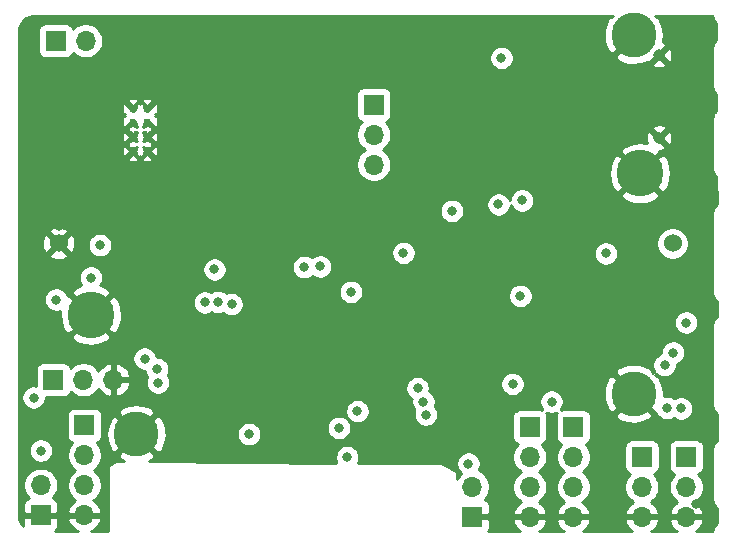
<source format=gbr>
G04 #@! TF.GenerationSoftware,KiCad,Pcbnew,(5.1.7)-1*
G04 #@! TF.CreationDate,2020-11-22T23:18:21+01:00*
G04 #@! TF.ProjectId,lora,6c6f7261-2e6b-4696-9361-645f70636258,rev?*
G04 #@! TF.SameCoordinates,Original*
G04 #@! TF.FileFunction,Copper,L2,Inr*
G04 #@! TF.FilePolarity,Positive*
%FSLAX46Y46*%
G04 Gerber Fmt 4.6, Leading zero omitted, Abs format (unit mm)*
G04 Created by KiCad (PCBNEW (5.1.7)-1) date 2020-11-22 23:18:21*
%MOMM*%
%LPD*%
G01*
G04 APERTURE LIST*
G04 #@! TA.AperFunction,ComponentPad*
%ADD10C,0.970000*%
G04 #@! TD*
G04 #@! TA.AperFunction,ComponentPad*
%ADD11R,1.700000X1.700000*%
G04 #@! TD*
G04 #@! TA.AperFunction,ComponentPad*
%ADD12O,1.700000X1.700000*%
G04 #@! TD*
G04 #@! TA.AperFunction,ComponentPad*
%ADD13C,0.600000*%
G04 #@! TD*
G04 #@! TA.AperFunction,ComponentPad*
%ADD14C,1.530000*%
G04 #@! TD*
G04 #@! TA.AperFunction,ComponentPad*
%ADD15C,3.960000*%
G04 #@! TD*
G04 #@! TA.AperFunction,ComponentPad*
%ADD16C,3.800000*%
G04 #@! TD*
G04 #@! TA.AperFunction,ViaPad*
%ADD17C,0.800000*%
G04 #@! TD*
G04 #@! TA.AperFunction,Conductor*
%ADD18C,0.254000*%
G04 #@! TD*
G04 #@! TA.AperFunction,Conductor*
%ADD19C,0.100000*%
G04 #@! TD*
G04 APERTURE END LIST*
D10*
X224853000Y-96007500D03*
X224853000Y-102992500D03*
D11*
X173760000Y-94800000D03*
D12*
X176300000Y-94800000D03*
X223400000Y-135100000D03*
X223400000Y-132560000D03*
D11*
X223400000Y-130020000D03*
X227150000Y-130020000D03*
D12*
X227150000Y-132560000D03*
X227150000Y-135100000D03*
D11*
X172500000Y-134950000D03*
D12*
X172500000Y-132410000D03*
X178650000Y-123500000D03*
X176110000Y-123500000D03*
D11*
X173570000Y-123500000D03*
D12*
X209050000Y-132550000D03*
D11*
X209050000Y-135090000D03*
X213900000Y-127480000D03*
D12*
X213900000Y-130020000D03*
X213900000Y-132560000D03*
X213900000Y-135100000D03*
X217600000Y-135100000D03*
X217600000Y-132560000D03*
X217600000Y-130020000D03*
D11*
X217600000Y-127480000D03*
X176200000Y-127350000D03*
D12*
X176200000Y-129890000D03*
X176200000Y-132430000D03*
X176200000Y-134970000D03*
D11*
X200700000Y-100200000D03*
D12*
X200700000Y-102740000D03*
X200700000Y-105280000D03*
D13*
X181500000Y-104140000D03*
X181500000Y-102940000D03*
X180300000Y-102940000D03*
X180300000Y-104140000D03*
X181500000Y-100540000D03*
X181500000Y-101640000D03*
X180300000Y-101640000D03*
X180300000Y-100540000D03*
D14*
X225995000Y-111955000D03*
X174005000Y-111955000D03*
D15*
X176755000Y-117995000D03*
X223235000Y-106005000D03*
D16*
X222700000Y-94300000D03*
X180600000Y-128100000D03*
X222700000Y-124670000D03*
D17*
X229000000Y-104000000D03*
X229000000Y-103000000D03*
X227500000Y-102000000D03*
X229000000Y-97000000D03*
X227500000Y-96000000D03*
X229000000Y-95000000D03*
X195700000Y-119850000D03*
X195700000Y-123550000D03*
X192050000Y-123500000D03*
X192000000Y-119800000D03*
X209600000Y-117150000D03*
X209450000Y-122350000D03*
X199700000Y-129700000D03*
X186200000Y-129450000D03*
X198750000Y-113450000D03*
X217450000Y-96200000D03*
X219300000Y-108600000D03*
X203200000Y-96500000D03*
X205300000Y-112200000D03*
X174005000Y-109595000D03*
X226950000Y-108250000D03*
X219650000Y-119450000D03*
X203700000Y-129600000D03*
X180250000Y-115000000D03*
X185450000Y-103050000D03*
X172400000Y-96850000D03*
X227200000Y-115050000D03*
X174005000Y-110495000D03*
X180300000Y-97400000D03*
X180300000Y-98400000D03*
X176500000Y-99900000D03*
X171240000Y-93280000D03*
X173000000Y-93000000D03*
X175000000Y-93000000D03*
X177000000Y-93000000D03*
X179000000Y-93000000D03*
X181000000Y-93000000D03*
X183000000Y-93000000D03*
X181850000Y-106150000D03*
X177295000Y-101705000D03*
X185000000Y-93000000D03*
X187000000Y-93000000D03*
X189000000Y-93000000D03*
X183000000Y-106000000D03*
X227500000Y-106000000D03*
X229000000Y-108000000D03*
X229000000Y-110000000D03*
X228000000Y-112000000D03*
X229000000Y-114000000D03*
X229000000Y-116000000D03*
X228500000Y-118000000D03*
X229000000Y-120000000D03*
X229000000Y-124000000D03*
X229000000Y-130000000D03*
X229000000Y-132000000D03*
X228000000Y-134000000D03*
X229000000Y-136000000D03*
X220910000Y-135090000D03*
X210910000Y-135090000D03*
X172500000Y-118000000D03*
X172500000Y-115500000D03*
X172500000Y-113000000D03*
X172500000Y-111000000D03*
X172500000Y-109000000D03*
X171000000Y-103000000D03*
X197000000Y-93000000D03*
X199000000Y-93000000D03*
X201000000Y-93000000D03*
X226000000Y-93000000D03*
X217000000Y-93000000D03*
X206000000Y-97000000D03*
X215000000Y-97000000D03*
X221000000Y-97000000D03*
X218000000Y-98000000D03*
X219000000Y-100000000D03*
X221000000Y-101000000D03*
X223000000Y-101000000D03*
X225000000Y-101000000D03*
X225000000Y-98000000D03*
X222930250Y-97930250D03*
X189000000Y-126000000D03*
X187000000Y-122000000D03*
X188000000Y-130000000D03*
X191000000Y-130000000D03*
X194000000Y-130000000D03*
X197000000Y-130000000D03*
X211050000Y-126410000D03*
X208030000Y-126310000D03*
X224000000Y-122000000D03*
X220000000Y-122000000D03*
X220000000Y-118000000D03*
X190000000Y-99000000D03*
X192000000Y-99000000D03*
X194000000Y-99000000D03*
X196000000Y-99000000D03*
X197000000Y-101000000D03*
X193000000Y-101000000D03*
X189000000Y-101000000D03*
X198000000Y-104000000D03*
X198000000Y-106000000D03*
X207000000Y-101000000D03*
X204000000Y-101000000D03*
X204000000Y-99000000D03*
X229000000Y-127500000D03*
X229000000Y-122000000D03*
X224500000Y-127500000D03*
X221500000Y-127500000D03*
X172500000Y-120000000D03*
X223000000Y-103000000D03*
X215750000Y-125350000D03*
X204900000Y-125350000D03*
X211500000Y-96250000D03*
X173800000Y-116700000D03*
X176750000Y-114850000D03*
X171900000Y-125000000D03*
X212450000Y-123850000D03*
X227150000Y-118650000D03*
X198450000Y-130050000D03*
X205100000Y-126450000D03*
X208700000Y-130600000D03*
X172500000Y-129500000D03*
X225520000Y-125870000D03*
X226710000Y-125920000D03*
X225310000Y-122250000D03*
X198750000Y-116050000D03*
X203200000Y-112750000D03*
X181300000Y-121700000D03*
X197730325Y-127569664D03*
X190150000Y-128099999D03*
X182350000Y-122600000D03*
X194800000Y-113950000D03*
X196150000Y-113900000D03*
X182424669Y-123735331D03*
X220350000Y-112800000D03*
X226050000Y-121200000D03*
X213100000Y-116400000D03*
X187200000Y-114150000D03*
X177500000Y-112100000D03*
X204400000Y-124200000D03*
X199300000Y-126150000D03*
X213250000Y-108300000D03*
X186394669Y-116944669D03*
X211250000Y-108649999D03*
X187500000Y-116900000D03*
X207300000Y-109200000D03*
X188650000Y-117100000D03*
D18*
X220923649Y-92703257D02*
X220567133Y-92907362D01*
X220336425Y-93350223D01*
X220196548Y-93829583D01*
X220152877Y-94327021D01*
X220207091Y-94823422D01*
X220357106Y-95299707D01*
X220567133Y-95692638D01*
X220923651Y-95896744D01*
X222520395Y-94300000D01*
X222506253Y-94285858D01*
X222685858Y-94106253D01*
X222700000Y-94120395D01*
X222714143Y-94106253D01*
X222893748Y-94285858D01*
X222879605Y-94300000D01*
X222893748Y-94314143D01*
X222714143Y-94493748D01*
X222700000Y-94479605D01*
X221103256Y-96076349D01*
X221307362Y-96432867D01*
X221750223Y-96663575D01*
X222229583Y-96803452D01*
X222727021Y-96847123D01*
X223223422Y-96792909D01*
X223280548Y-96774916D01*
X224265189Y-96774916D01*
X224298466Y-96986816D01*
X224500176Y-97076183D01*
X224715445Y-97124481D01*
X224936001Y-97129855D01*
X225153367Y-97092096D01*
X225359189Y-97012658D01*
X225407534Y-96986816D01*
X225440811Y-96774916D01*
X224853000Y-96187105D01*
X224265189Y-96774916D01*
X223280548Y-96774916D01*
X223699707Y-96642894D01*
X223868640Y-96552597D01*
X223873684Y-96562034D01*
X224085584Y-96595311D01*
X224673395Y-96007500D01*
X225032605Y-96007500D01*
X225620416Y-96595311D01*
X225832316Y-96562034D01*
X225921683Y-96360324D01*
X225969981Y-96145055D01*
X225975355Y-95924499D01*
X225937596Y-95707133D01*
X225858158Y-95501311D01*
X225832316Y-95452966D01*
X225620416Y-95419689D01*
X225032605Y-96007500D01*
X224673395Y-96007500D01*
X224659253Y-95993358D01*
X224838858Y-95813753D01*
X224853000Y-95827895D01*
X225440811Y-95240084D01*
X225407534Y-95028184D01*
X225205824Y-94938817D01*
X225157478Y-94927970D01*
X225203452Y-94770417D01*
X225247123Y-94272979D01*
X225192909Y-93776578D01*
X225042894Y-93300293D01*
X224832867Y-92907362D01*
X224476351Y-92703257D01*
X224519608Y-92660000D01*
X229353074Y-92660000D01*
X229355039Y-92677522D01*
X229367469Y-92736002D01*
X229379095Y-92794717D01*
X229381820Y-92803520D01*
X229411326Y-92896535D01*
X229434882Y-92951495D01*
X229457686Y-93006822D01*
X229462069Y-93014928D01*
X229509080Y-93100440D01*
X229542857Y-93149771D01*
X229575981Y-93199626D01*
X229581851Y-93206719D01*
X229581853Y-93206723D01*
X229581856Y-93206726D01*
X229644581Y-93281478D01*
X229687310Y-93323321D01*
X229691800Y-93327843D01*
X229693807Y-94670068D01*
X229682361Y-94681594D01*
X229639629Y-94723439D01*
X229633755Y-94730540D01*
X229572079Y-94806161D01*
X229538988Y-94855966D01*
X229505174Y-94905350D01*
X229500792Y-94913456D01*
X229454980Y-94999617D01*
X229432191Y-95054909D01*
X229408622Y-95109898D01*
X229405897Y-95118701D01*
X229377692Y-95212119D01*
X229366067Y-95270826D01*
X229353635Y-95329316D01*
X229352673Y-95338470D01*
X229352672Y-95338476D01*
X229352672Y-95338481D01*
X229343150Y-95435598D01*
X229343150Y-95435608D01*
X229340001Y-95467581D01*
X229340000Y-98532418D01*
X229343198Y-98564889D01*
X229343198Y-98571383D01*
X229344162Y-98580547D01*
X229348905Y-98622838D01*
X229349550Y-98629382D01*
X229349692Y-98629850D01*
X229355039Y-98677522D01*
X229367469Y-98736002D01*
X229379095Y-98794717D01*
X229381820Y-98803520D01*
X229411326Y-98896535D01*
X229434882Y-98951495D01*
X229457686Y-99006822D01*
X229462069Y-99014928D01*
X229509080Y-99100440D01*
X229542857Y-99149771D01*
X229575981Y-99199626D01*
X229581851Y-99206719D01*
X229581853Y-99206723D01*
X229581856Y-99206726D01*
X229644581Y-99281478D01*
X229687310Y-99323321D01*
X229700782Y-99336888D01*
X229702762Y-100661050D01*
X229682361Y-100681594D01*
X229639629Y-100723439D01*
X229633755Y-100730540D01*
X229572079Y-100806161D01*
X229538988Y-100855966D01*
X229505174Y-100905350D01*
X229500792Y-100913456D01*
X229454980Y-100999617D01*
X229432191Y-101054909D01*
X229408622Y-101109898D01*
X229405897Y-101118701D01*
X229377692Y-101212119D01*
X229366067Y-101270826D01*
X229353635Y-101329316D01*
X229352673Y-101338470D01*
X229352672Y-101338476D01*
X229352672Y-101338481D01*
X229343150Y-101435598D01*
X229340000Y-101467582D01*
X229340000Y-101967582D01*
X229340001Y-104967572D01*
X229340000Y-104967582D01*
X229340000Y-105532419D01*
X229343198Y-105564890D01*
X229343198Y-105571383D01*
X229344162Y-105580547D01*
X229348905Y-105622831D01*
X229349550Y-105629383D01*
X229349692Y-105629852D01*
X229355039Y-105677522D01*
X229367469Y-105736002D01*
X229379095Y-105794717D01*
X229381820Y-105803520D01*
X229411326Y-105896535D01*
X229434882Y-105951495D01*
X229457686Y-106006822D01*
X229462069Y-106014928D01*
X229509080Y-106100440D01*
X229542857Y-106149771D01*
X229575981Y-106199626D01*
X229581851Y-106206719D01*
X229581853Y-106206723D01*
X229581856Y-106206726D01*
X229644581Y-106281478D01*
X229687310Y-106323321D01*
X229711262Y-106347441D01*
X229714702Y-108649026D01*
X229682361Y-108681594D01*
X229639629Y-108723439D01*
X229633755Y-108730540D01*
X229572079Y-108806161D01*
X229538988Y-108855966D01*
X229505174Y-108905350D01*
X229500792Y-108913456D01*
X229454980Y-108999617D01*
X229432191Y-109054909D01*
X229408622Y-109109898D01*
X229405897Y-109118701D01*
X229377692Y-109212119D01*
X229366067Y-109270826D01*
X229353635Y-109329316D01*
X229352673Y-109338470D01*
X229352672Y-109338476D01*
X229352672Y-109338481D01*
X229343150Y-109435598D01*
X229340000Y-109467582D01*
X229340000Y-110032419D01*
X229340001Y-110032429D01*
X229340000Y-116032418D01*
X229343198Y-116064889D01*
X229343198Y-116071383D01*
X229344162Y-116080547D01*
X229348905Y-116122838D01*
X229349550Y-116129382D01*
X229349692Y-116129850D01*
X229355039Y-116177522D01*
X229367469Y-116236002D01*
X229379095Y-116294717D01*
X229381820Y-116303520D01*
X229411326Y-116396535D01*
X229434882Y-116451495D01*
X229457686Y-116506822D01*
X229462069Y-116514928D01*
X229509080Y-116600440D01*
X229542857Y-116649771D01*
X229575981Y-116699626D01*
X229581851Y-116706719D01*
X229581853Y-116706723D01*
X229581856Y-116706726D01*
X229644581Y-116781478D01*
X229687310Y-116823321D01*
X229726980Y-116863270D01*
X229728882Y-118135531D01*
X229724514Y-118139145D01*
X229682361Y-118181594D01*
X229639629Y-118223439D01*
X229633755Y-118230540D01*
X229572079Y-118306161D01*
X229538988Y-118355966D01*
X229505174Y-118405350D01*
X229500792Y-118413456D01*
X229454980Y-118499617D01*
X229432191Y-118554909D01*
X229408622Y-118609898D01*
X229405897Y-118618701D01*
X229377692Y-118712119D01*
X229366067Y-118770826D01*
X229353635Y-118829316D01*
X229352673Y-118838470D01*
X229352672Y-118838476D01*
X229352672Y-118838481D01*
X229343150Y-118935598D01*
X229340000Y-118967582D01*
X229340001Y-125532419D01*
X229343198Y-125564880D01*
X229343198Y-125571383D01*
X229344162Y-125580547D01*
X229348913Y-125622904D01*
X229349551Y-125629383D01*
X229349692Y-125629846D01*
X229355039Y-125677522D01*
X229367469Y-125736002D01*
X229379095Y-125794717D01*
X229381820Y-125803520D01*
X229411326Y-125896535D01*
X229434882Y-125951495D01*
X229457686Y-126006822D01*
X229462069Y-126014928D01*
X229509080Y-126100440D01*
X229542857Y-126149771D01*
X229575981Y-126199626D01*
X229581851Y-126206719D01*
X229581853Y-126206723D01*
X229581856Y-126206726D01*
X229644581Y-126281478D01*
X229687310Y-126323321D01*
X229729467Y-126365774D01*
X229736609Y-126371598D01*
X229736612Y-126371601D01*
X229736616Y-126371604D01*
X229741199Y-126375288D01*
X229744558Y-128622563D01*
X229724514Y-128639145D01*
X229682361Y-128681594D01*
X229639629Y-128723439D01*
X229633755Y-128730540D01*
X229572079Y-128806161D01*
X229538988Y-128855966D01*
X229505174Y-128905350D01*
X229500792Y-128913456D01*
X229454980Y-128999617D01*
X229432191Y-129054909D01*
X229408622Y-129109898D01*
X229405897Y-129118701D01*
X229377692Y-129212119D01*
X229366067Y-129270826D01*
X229353635Y-129329316D01*
X229352673Y-129338470D01*
X229352672Y-129338476D01*
X229352672Y-129338481D01*
X229343150Y-129435598D01*
X229340000Y-129467582D01*
X229340001Y-132967572D01*
X229340000Y-132967582D01*
X229340000Y-133532419D01*
X229343198Y-133564890D01*
X229343198Y-133571383D01*
X229344162Y-133580547D01*
X229348905Y-133622831D01*
X229349550Y-133629383D01*
X229349692Y-133629852D01*
X229355039Y-133677522D01*
X229367469Y-133736002D01*
X229379095Y-133794717D01*
X229381820Y-133803520D01*
X229411326Y-133896535D01*
X229434882Y-133951495D01*
X229457686Y-134006822D01*
X229462069Y-134014928D01*
X229509080Y-134100440D01*
X229542857Y-134149771D01*
X229575981Y-134199626D01*
X229581851Y-134206719D01*
X229581853Y-134206723D01*
X229581856Y-134206726D01*
X229644581Y-134281478D01*
X229687310Y-134323321D01*
X229729467Y-134365774D01*
X229736609Y-134371598D01*
X229736612Y-134371601D01*
X229736616Y-134371604D01*
X229753171Y-134384915D01*
X229755008Y-135613918D01*
X229724514Y-135639145D01*
X229682361Y-135681594D01*
X229639629Y-135723439D01*
X229633755Y-135730540D01*
X229572079Y-135806161D01*
X229538988Y-135855966D01*
X229505174Y-135905350D01*
X229500792Y-135913456D01*
X229454980Y-135999617D01*
X229432191Y-136054909D01*
X229408622Y-136109898D01*
X229405897Y-136118701D01*
X229377692Y-136212119D01*
X229366067Y-136270826D01*
X229353635Y-136329316D01*
X229352673Y-136338470D01*
X229352672Y-136338476D01*
X229352672Y-136338481D01*
X229352523Y-136340000D01*
X227956109Y-136340000D01*
X228031355Y-136295178D01*
X228247588Y-136100269D01*
X228421641Y-135866920D01*
X228546825Y-135604099D01*
X228591476Y-135456890D01*
X228470155Y-135227000D01*
X227277000Y-135227000D01*
X227277000Y-135247000D01*
X227023000Y-135247000D01*
X227023000Y-135227000D01*
X225829845Y-135227000D01*
X225708524Y-135456890D01*
X225753175Y-135604099D01*
X225878359Y-135866920D01*
X226052412Y-136100269D01*
X226268645Y-136295178D01*
X226343891Y-136340000D01*
X224206109Y-136340000D01*
X224281355Y-136295178D01*
X224497588Y-136100269D01*
X224671641Y-135866920D01*
X224796825Y-135604099D01*
X224841476Y-135456890D01*
X224720155Y-135227000D01*
X223527000Y-135227000D01*
X223527000Y-135247000D01*
X223273000Y-135247000D01*
X223273000Y-135227000D01*
X222079845Y-135227000D01*
X221958524Y-135456890D01*
X222003175Y-135604099D01*
X222128359Y-135866920D01*
X222302412Y-136100269D01*
X222518645Y-136295178D01*
X222593891Y-136340000D01*
X218406109Y-136340000D01*
X218481355Y-136295178D01*
X218697588Y-136100269D01*
X218871641Y-135866920D01*
X218996825Y-135604099D01*
X219041476Y-135456890D01*
X218920155Y-135227000D01*
X217727000Y-135227000D01*
X217727000Y-135247000D01*
X217473000Y-135247000D01*
X217473000Y-135227000D01*
X216279845Y-135227000D01*
X216158524Y-135456890D01*
X216203175Y-135604099D01*
X216328359Y-135866920D01*
X216502412Y-136100269D01*
X216718645Y-136295178D01*
X216793891Y-136340000D01*
X214706109Y-136340000D01*
X214781355Y-136295178D01*
X214997588Y-136100269D01*
X215171641Y-135866920D01*
X215296825Y-135604099D01*
X215341476Y-135456890D01*
X215220155Y-135227000D01*
X214027000Y-135227000D01*
X214027000Y-135247000D01*
X213773000Y-135247000D01*
X213773000Y-135227000D01*
X212579845Y-135227000D01*
X212458524Y-135456890D01*
X212503175Y-135604099D01*
X212628359Y-135866920D01*
X212802412Y-136100269D01*
X213018645Y-136295178D01*
X213093891Y-136340000D01*
X210393191Y-136340000D01*
X210430537Y-136294494D01*
X210489502Y-136184180D01*
X210525812Y-136064482D01*
X210538072Y-135940000D01*
X210535000Y-135375750D01*
X210376250Y-135217000D01*
X209177000Y-135217000D01*
X209177000Y-135237000D01*
X208923000Y-135237000D01*
X208923000Y-135217000D01*
X208903000Y-135217000D01*
X208903000Y-134963000D01*
X208923000Y-134963000D01*
X208923000Y-134943000D01*
X209177000Y-134943000D01*
X209177000Y-134963000D01*
X210376250Y-134963000D01*
X210535000Y-134804250D01*
X210538072Y-134240000D01*
X210525812Y-134115518D01*
X210489502Y-133995820D01*
X210430537Y-133885506D01*
X210351185Y-133788815D01*
X210254494Y-133709463D01*
X210144180Y-133650498D01*
X210071620Y-133628487D01*
X210203475Y-133496632D01*
X210365990Y-133253411D01*
X210477932Y-132983158D01*
X210535000Y-132696260D01*
X210535000Y-132403740D01*
X210477932Y-132116842D01*
X210365990Y-131846589D01*
X210203475Y-131603368D01*
X209996632Y-131396525D01*
X209753411Y-131234010D01*
X209571499Y-131158660D01*
X209617205Y-131090256D01*
X209695226Y-130901898D01*
X209735000Y-130701939D01*
X209735000Y-130498061D01*
X209695226Y-130298102D01*
X209617205Y-130109744D01*
X209503937Y-129940226D01*
X209359774Y-129796063D01*
X209190256Y-129682795D01*
X209001898Y-129604774D01*
X208801939Y-129565000D01*
X208598061Y-129565000D01*
X208398102Y-129604774D01*
X208209744Y-129682795D01*
X208040226Y-129796063D01*
X207896063Y-129940226D01*
X207782795Y-130109744D01*
X207704774Y-130298102D01*
X207665000Y-130498061D01*
X207665000Y-130701939D01*
X207704774Y-130901898D01*
X207782795Y-131090256D01*
X207896063Y-131259774D01*
X208040226Y-131403937D01*
X208073634Y-131426259D01*
X207896525Y-131603368D01*
X207734010Y-131846589D01*
X207722370Y-131874690D01*
X207716994Y-131338726D01*
X207711230Y-131302156D01*
X207701518Y-131279232D01*
X207687520Y-131258643D01*
X207669774Y-131241182D01*
X207648963Y-131227517D01*
X206408963Y-130577517D01*
X206375548Y-130565596D01*
X206350787Y-130563002D01*
X199375696Y-130519757D01*
X199445226Y-130351898D01*
X199485000Y-130151939D01*
X199485000Y-129948061D01*
X199445226Y-129748102D01*
X199367205Y-129559744D01*
X199253937Y-129390226D01*
X199109774Y-129246063D01*
X198940256Y-129132795D01*
X198751898Y-129054774D01*
X198551939Y-129015000D01*
X198348061Y-129015000D01*
X198148102Y-129054774D01*
X197959744Y-129132795D01*
X197790226Y-129246063D01*
X197646063Y-129390226D01*
X197532795Y-129559744D01*
X197454774Y-129748102D01*
X197415000Y-129948061D01*
X197415000Y-130151939D01*
X197454774Y-130351898D01*
X197519537Y-130508250D01*
X181661376Y-130409931D01*
X181992638Y-130232867D01*
X182196744Y-129876349D01*
X180600000Y-128279605D01*
X179003256Y-129876349D01*
X179207362Y-130232867D01*
X179521786Y-130396666D01*
X178930787Y-130393002D01*
X178894781Y-130397981D01*
X178871653Y-130407196D01*
X178291653Y-130707196D01*
X178280735Y-130713551D01*
X178261299Y-130729109D01*
X178245272Y-130748160D01*
X178233269Y-130769972D01*
X178225752Y-130793706D01*
X178223009Y-130818451D01*
X178155673Y-136340000D01*
X176758399Y-136340000D01*
X176831252Y-136314157D01*
X177081355Y-136165178D01*
X177297588Y-135970269D01*
X177471641Y-135736920D01*
X177596825Y-135474099D01*
X177641476Y-135326890D01*
X177520155Y-135097000D01*
X176327000Y-135097000D01*
X176327000Y-135117000D01*
X176073000Y-135117000D01*
X176073000Y-135097000D01*
X174879845Y-135097000D01*
X174758524Y-135326890D01*
X174803175Y-135474099D01*
X174928359Y-135736920D01*
X175102412Y-135970269D01*
X175318645Y-136165178D01*
X175568748Y-136314157D01*
X175641601Y-136340000D01*
X173686790Y-136340000D01*
X173704494Y-136330537D01*
X173801185Y-136251185D01*
X173880537Y-136154494D01*
X173939502Y-136044180D01*
X173975812Y-135924482D01*
X173988072Y-135800000D01*
X173985000Y-135235750D01*
X173826250Y-135077000D01*
X172627000Y-135077000D01*
X172627000Y-135097000D01*
X172373000Y-135097000D01*
X172373000Y-135077000D01*
X171173750Y-135077000D01*
X171015000Y-135235750D01*
X171011928Y-135800000D01*
X171022310Y-135905411D01*
X170891712Y-135747546D01*
X170767622Y-135518046D01*
X170690469Y-135268805D01*
X170660000Y-134978911D01*
X170660000Y-134100000D01*
X171011928Y-134100000D01*
X171015000Y-134664250D01*
X171173750Y-134823000D01*
X172373000Y-134823000D01*
X172373000Y-134803000D01*
X172627000Y-134803000D01*
X172627000Y-134823000D01*
X173826250Y-134823000D01*
X173985000Y-134664250D01*
X173988072Y-134100000D01*
X173975812Y-133975518D01*
X173939502Y-133855820D01*
X173880537Y-133745506D01*
X173801185Y-133648815D01*
X173704494Y-133569463D01*
X173594180Y-133510498D01*
X173521620Y-133488487D01*
X173653475Y-133356632D01*
X173815990Y-133113411D01*
X173927932Y-132843158D01*
X173985000Y-132556260D01*
X173985000Y-132263740D01*
X173927932Y-131976842D01*
X173815990Y-131706589D01*
X173653475Y-131463368D01*
X173446632Y-131256525D01*
X173203411Y-131094010D01*
X172933158Y-130982068D01*
X172646260Y-130925000D01*
X172353740Y-130925000D01*
X172066842Y-130982068D01*
X171796589Y-131094010D01*
X171553368Y-131256525D01*
X171346525Y-131463368D01*
X171184010Y-131706589D01*
X171072068Y-131976842D01*
X171015000Y-132263740D01*
X171015000Y-132556260D01*
X171072068Y-132843158D01*
X171184010Y-133113411D01*
X171346525Y-133356632D01*
X171478380Y-133488487D01*
X171405820Y-133510498D01*
X171295506Y-133569463D01*
X171198815Y-133648815D01*
X171119463Y-133745506D01*
X171060498Y-133855820D01*
X171024188Y-133975518D01*
X171011928Y-134100000D01*
X170660000Y-134100000D01*
X170660000Y-129398061D01*
X171465000Y-129398061D01*
X171465000Y-129601939D01*
X171504774Y-129801898D01*
X171582795Y-129990256D01*
X171696063Y-130159774D01*
X171840226Y-130303937D01*
X172009744Y-130417205D01*
X172198102Y-130495226D01*
X172398061Y-130535000D01*
X172601939Y-130535000D01*
X172801898Y-130495226D01*
X172990256Y-130417205D01*
X173159774Y-130303937D01*
X173303937Y-130159774D01*
X173417205Y-129990256D01*
X173495226Y-129801898D01*
X173535000Y-129601939D01*
X173535000Y-129398061D01*
X173495226Y-129198102D01*
X173417205Y-129009744D01*
X173303937Y-128840226D01*
X173159774Y-128696063D01*
X172990256Y-128582795D01*
X172801898Y-128504774D01*
X172601939Y-128465000D01*
X172398061Y-128465000D01*
X172198102Y-128504774D01*
X172009744Y-128582795D01*
X171840226Y-128696063D01*
X171696063Y-128840226D01*
X171582795Y-129009744D01*
X171504774Y-129198102D01*
X171465000Y-129398061D01*
X170660000Y-129398061D01*
X170660000Y-126500000D01*
X174711928Y-126500000D01*
X174711928Y-128200000D01*
X174724188Y-128324482D01*
X174760498Y-128444180D01*
X174819463Y-128554494D01*
X174898815Y-128651185D01*
X174995506Y-128730537D01*
X175105820Y-128789502D01*
X175178380Y-128811513D01*
X175046525Y-128943368D01*
X174884010Y-129186589D01*
X174772068Y-129456842D01*
X174715000Y-129743740D01*
X174715000Y-130036260D01*
X174772068Y-130323158D01*
X174884010Y-130593411D01*
X175046525Y-130836632D01*
X175253368Y-131043475D01*
X175427760Y-131160000D01*
X175253368Y-131276525D01*
X175046525Y-131483368D01*
X174884010Y-131726589D01*
X174772068Y-131996842D01*
X174715000Y-132283740D01*
X174715000Y-132576260D01*
X174772068Y-132863158D01*
X174884010Y-133133411D01*
X175046525Y-133376632D01*
X175253368Y-133583475D01*
X175435534Y-133705195D01*
X175318645Y-133774822D01*
X175102412Y-133969731D01*
X174928359Y-134203080D01*
X174803175Y-134465901D01*
X174758524Y-134613110D01*
X174879845Y-134843000D01*
X176073000Y-134843000D01*
X176073000Y-134823000D01*
X176327000Y-134823000D01*
X176327000Y-134843000D01*
X177520155Y-134843000D01*
X177641476Y-134613110D01*
X177596825Y-134465901D01*
X177471641Y-134203080D01*
X177297588Y-133969731D01*
X177081355Y-133774822D01*
X176964466Y-133705195D01*
X177146632Y-133583475D01*
X177353475Y-133376632D01*
X177515990Y-133133411D01*
X177627932Y-132863158D01*
X177685000Y-132576260D01*
X177685000Y-132283740D01*
X177627932Y-131996842D01*
X177515990Y-131726589D01*
X177353475Y-131483368D01*
X177146632Y-131276525D01*
X176972240Y-131160000D01*
X177146632Y-131043475D01*
X177353475Y-130836632D01*
X177515990Y-130593411D01*
X177627932Y-130323158D01*
X177685000Y-130036260D01*
X177685000Y-129743740D01*
X177627932Y-129456842D01*
X177515990Y-129186589D01*
X177353475Y-128943368D01*
X177221620Y-128811513D01*
X177294180Y-128789502D01*
X177404494Y-128730537D01*
X177501185Y-128651185D01*
X177580537Y-128554494D01*
X177639502Y-128444180D01*
X177675812Y-128324482D01*
X177688072Y-128200000D01*
X177688072Y-128127021D01*
X178052877Y-128127021D01*
X178107091Y-128623422D01*
X178257106Y-129099707D01*
X178467133Y-129492638D01*
X178823651Y-129696744D01*
X180420395Y-128100000D01*
X180779605Y-128100000D01*
X182376349Y-129696744D01*
X182732867Y-129492638D01*
X182963575Y-129049777D01*
X183103452Y-128570417D01*
X183147123Y-128072979D01*
X183138941Y-127998060D01*
X189115000Y-127998060D01*
X189115000Y-128201938D01*
X189154774Y-128401897D01*
X189232795Y-128590255D01*
X189346063Y-128759773D01*
X189490226Y-128903936D01*
X189659744Y-129017204D01*
X189848102Y-129095225D01*
X190048061Y-129134999D01*
X190251939Y-129134999D01*
X190451898Y-129095225D01*
X190640256Y-129017204D01*
X190809774Y-128903936D01*
X190953937Y-128759773D01*
X191067205Y-128590255D01*
X191145226Y-128401897D01*
X191185000Y-128201938D01*
X191185000Y-127998060D01*
X191145226Y-127798101D01*
X191067205Y-127609743D01*
X190972312Y-127467725D01*
X196695325Y-127467725D01*
X196695325Y-127671603D01*
X196735099Y-127871562D01*
X196813120Y-128059920D01*
X196926388Y-128229438D01*
X197070551Y-128373601D01*
X197240069Y-128486869D01*
X197428427Y-128564890D01*
X197628386Y-128604664D01*
X197832264Y-128604664D01*
X198032223Y-128564890D01*
X198220581Y-128486869D01*
X198390099Y-128373601D01*
X198534262Y-128229438D01*
X198647530Y-128059920D01*
X198725551Y-127871562D01*
X198765325Y-127671603D01*
X198765325Y-127467725D01*
X198725551Y-127267766D01*
X198647530Y-127079408D01*
X198534262Y-126909890D01*
X198390099Y-126765727D01*
X198220581Y-126652459D01*
X198032223Y-126574438D01*
X197832264Y-126534664D01*
X197628386Y-126534664D01*
X197428427Y-126574438D01*
X197240069Y-126652459D01*
X197070551Y-126765727D01*
X196926388Y-126909890D01*
X196813120Y-127079408D01*
X196735099Y-127267766D01*
X196695325Y-127467725D01*
X190972312Y-127467725D01*
X190953937Y-127440225D01*
X190809774Y-127296062D01*
X190640256Y-127182794D01*
X190451898Y-127104773D01*
X190251939Y-127064999D01*
X190048061Y-127064999D01*
X189848102Y-127104773D01*
X189659744Y-127182794D01*
X189490226Y-127296062D01*
X189346063Y-127440225D01*
X189232795Y-127609743D01*
X189154774Y-127798101D01*
X189115000Y-127998060D01*
X183138941Y-127998060D01*
X183092909Y-127576578D01*
X182942894Y-127100293D01*
X182732867Y-126707362D01*
X182376349Y-126503256D01*
X180779605Y-128100000D01*
X180420395Y-128100000D01*
X178823651Y-126503256D01*
X178467133Y-126707362D01*
X178236425Y-127150223D01*
X178096548Y-127629583D01*
X178052877Y-128127021D01*
X177688072Y-128127021D01*
X177688072Y-126500000D01*
X177675812Y-126375518D01*
X177660079Y-126323651D01*
X179003256Y-126323651D01*
X180600000Y-127920395D01*
X182196744Y-126323651D01*
X182038970Y-126048061D01*
X198265000Y-126048061D01*
X198265000Y-126251939D01*
X198304774Y-126451898D01*
X198382795Y-126640256D01*
X198496063Y-126809774D01*
X198640226Y-126953937D01*
X198809744Y-127067205D01*
X198998102Y-127145226D01*
X199198061Y-127185000D01*
X199401939Y-127185000D01*
X199601898Y-127145226D01*
X199790256Y-127067205D01*
X199959774Y-126953937D01*
X200103937Y-126809774D01*
X200217205Y-126640256D01*
X200295226Y-126451898D01*
X200335000Y-126251939D01*
X200335000Y-126048061D01*
X200295226Y-125848102D01*
X200217205Y-125659744D01*
X200103937Y-125490226D01*
X199959774Y-125346063D01*
X199790256Y-125232795D01*
X199601898Y-125154774D01*
X199401939Y-125115000D01*
X199198061Y-125115000D01*
X198998102Y-125154774D01*
X198809744Y-125232795D01*
X198640226Y-125346063D01*
X198496063Y-125490226D01*
X198382795Y-125659744D01*
X198304774Y-125848102D01*
X198265000Y-126048061D01*
X182038970Y-126048061D01*
X181992638Y-125967133D01*
X181549777Y-125736425D01*
X181070417Y-125596548D01*
X180572979Y-125552877D01*
X180076578Y-125607091D01*
X179600293Y-125757106D01*
X179207362Y-125967133D01*
X179003256Y-126323651D01*
X177660079Y-126323651D01*
X177639502Y-126255820D01*
X177580537Y-126145506D01*
X177501185Y-126048815D01*
X177404494Y-125969463D01*
X177294180Y-125910498D01*
X177174482Y-125874188D01*
X177050000Y-125861928D01*
X175350000Y-125861928D01*
X175225518Y-125874188D01*
X175105820Y-125910498D01*
X174995506Y-125969463D01*
X174898815Y-126048815D01*
X174819463Y-126145506D01*
X174760498Y-126255820D01*
X174724188Y-126375518D01*
X174711928Y-126500000D01*
X170660000Y-126500000D01*
X170660000Y-124898061D01*
X170865000Y-124898061D01*
X170865000Y-125101939D01*
X170904774Y-125301898D01*
X170982795Y-125490256D01*
X171096063Y-125659774D01*
X171240226Y-125803937D01*
X171409744Y-125917205D01*
X171598102Y-125995226D01*
X171798061Y-126035000D01*
X172001939Y-126035000D01*
X172201898Y-125995226D01*
X172390256Y-125917205D01*
X172559774Y-125803937D01*
X172703937Y-125659774D01*
X172817205Y-125490256D01*
X172895226Y-125301898D01*
X172935000Y-125101939D01*
X172935000Y-124988072D01*
X174420000Y-124988072D01*
X174544482Y-124975812D01*
X174664180Y-124939502D01*
X174774494Y-124880537D01*
X174871185Y-124801185D01*
X174950537Y-124704494D01*
X175009502Y-124594180D01*
X175031513Y-124521620D01*
X175163368Y-124653475D01*
X175406589Y-124815990D01*
X175676842Y-124927932D01*
X175963740Y-124985000D01*
X176256260Y-124985000D01*
X176543158Y-124927932D01*
X176813411Y-124815990D01*
X177056632Y-124653475D01*
X177263475Y-124446632D01*
X177385195Y-124264466D01*
X177454822Y-124381355D01*
X177649731Y-124597588D01*
X177883080Y-124771641D01*
X178145901Y-124896825D01*
X178293110Y-124941476D01*
X178523000Y-124820155D01*
X178523000Y-123627000D01*
X178777000Y-123627000D01*
X178777000Y-124820155D01*
X179006890Y-124941476D01*
X179154099Y-124896825D01*
X179416920Y-124771641D01*
X179650269Y-124597588D01*
X179845178Y-124381355D01*
X179994157Y-124131252D01*
X180091481Y-123856891D01*
X179970814Y-123627000D01*
X178777000Y-123627000D01*
X178523000Y-123627000D01*
X178503000Y-123627000D01*
X178503000Y-123373000D01*
X178523000Y-123373000D01*
X178523000Y-122179845D01*
X178777000Y-122179845D01*
X178777000Y-123373000D01*
X179970814Y-123373000D01*
X180091481Y-123143109D01*
X179994157Y-122868748D01*
X179845178Y-122618645D01*
X179650269Y-122402412D01*
X179416920Y-122228359D01*
X179154099Y-122103175D01*
X179006890Y-122058524D01*
X178777000Y-122179845D01*
X178523000Y-122179845D01*
X178293110Y-122058524D01*
X178145901Y-122103175D01*
X177883080Y-122228359D01*
X177649731Y-122402412D01*
X177454822Y-122618645D01*
X177385195Y-122735534D01*
X177263475Y-122553368D01*
X177056632Y-122346525D01*
X176813411Y-122184010D01*
X176543158Y-122072068D01*
X176256260Y-122015000D01*
X175963740Y-122015000D01*
X175676842Y-122072068D01*
X175406589Y-122184010D01*
X175163368Y-122346525D01*
X175031513Y-122478380D01*
X175009502Y-122405820D01*
X174950537Y-122295506D01*
X174871185Y-122198815D01*
X174774494Y-122119463D01*
X174664180Y-122060498D01*
X174544482Y-122024188D01*
X174420000Y-122011928D01*
X172720000Y-122011928D01*
X172595518Y-122024188D01*
X172475820Y-122060498D01*
X172365506Y-122119463D01*
X172268815Y-122198815D01*
X172189463Y-122295506D01*
X172130498Y-122405820D01*
X172094188Y-122525518D01*
X172081928Y-122650000D01*
X172081928Y-123980911D01*
X172001939Y-123965000D01*
X171798061Y-123965000D01*
X171598102Y-124004774D01*
X171409744Y-124082795D01*
X171240226Y-124196063D01*
X171096063Y-124340226D01*
X170982795Y-124509744D01*
X170904774Y-124698102D01*
X170865000Y-124898061D01*
X170660000Y-124898061D01*
X170660000Y-121598061D01*
X180265000Y-121598061D01*
X180265000Y-121801939D01*
X180304774Y-122001898D01*
X180382795Y-122190256D01*
X180496063Y-122359774D01*
X180640226Y-122503937D01*
X180809744Y-122617205D01*
X180998102Y-122695226D01*
X181198061Y-122735000D01*
X181321576Y-122735000D01*
X181354774Y-122901898D01*
X181432795Y-123090256D01*
X181521853Y-123223541D01*
X181507464Y-123245075D01*
X181429443Y-123433433D01*
X181389669Y-123633392D01*
X181389669Y-123837270D01*
X181429443Y-124037229D01*
X181507464Y-124225587D01*
X181620732Y-124395105D01*
X181764895Y-124539268D01*
X181934413Y-124652536D01*
X182122771Y-124730557D01*
X182322730Y-124770331D01*
X182526608Y-124770331D01*
X182726567Y-124730557D01*
X182914925Y-124652536D01*
X183084443Y-124539268D01*
X183228606Y-124395105D01*
X183341874Y-124225587D01*
X183394697Y-124098061D01*
X203365000Y-124098061D01*
X203365000Y-124301939D01*
X203404774Y-124501898D01*
X203482795Y-124690256D01*
X203596063Y-124859774D01*
X203740226Y-125003937D01*
X203893224Y-125106167D01*
X203865000Y-125248061D01*
X203865000Y-125451939D01*
X203904774Y-125651898D01*
X203982795Y-125840256D01*
X204096063Y-126009774D01*
X204142738Y-126056449D01*
X204104774Y-126148102D01*
X204065000Y-126348061D01*
X204065000Y-126551939D01*
X204104774Y-126751898D01*
X204182795Y-126940256D01*
X204296063Y-127109774D01*
X204440226Y-127253937D01*
X204609744Y-127367205D01*
X204798102Y-127445226D01*
X204998061Y-127485000D01*
X205201939Y-127485000D01*
X205401898Y-127445226D01*
X205590256Y-127367205D01*
X205759774Y-127253937D01*
X205903937Y-127109774D01*
X206017205Y-126940256D01*
X206095226Y-126751898D01*
X206119472Y-126630000D01*
X212411928Y-126630000D01*
X212411928Y-128330000D01*
X212424188Y-128454482D01*
X212460498Y-128574180D01*
X212519463Y-128684494D01*
X212598815Y-128781185D01*
X212695506Y-128860537D01*
X212805820Y-128919502D01*
X212878380Y-128941513D01*
X212746525Y-129073368D01*
X212584010Y-129316589D01*
X212472068Y-129586842D01*
X212415000Y-129873740D01*
X212415000Y-130166260D01*
X212472068Y-130453158D01*
X212584010Y-130723411D01*
X212746525Y-130966632D01*
X212953368Y-131173475D01*
X213127760Y-131290000D01*
X212953368Y-131406525D01*
X212746525Y-131613368D01*
X212584010Y-131856589D01*
X212472068Y-132126842D01*
X212415000Y-132413740D01*
X212415000Y-132706260D01*
X212472068Y-132993158D01*
X212584010Y-133263411D01*
X212746525Y-133506632D01*
X212953368Y-133713475D01*
X213135534Y-133835195D01*
X213018645Y-133904822D01*
X212802412Y-134099731D01*
X212628359Y-134333080D01*
X212503175Y-134595901D01*
X212458524Y-134743110D01*
X212579845Y-134973000D01*
X213773000Y-134973000D01*
X213773000Y-134953000D01*
X214027000Y-134953000D01*
X214027000Y-134973000D01*
X215220155Y-134973000D01*
X215341476Y-134743110D01*
X215296825Y-134595901D01*
X215171641Y-134333080D01*
X214997588Y-134099731D01*
X214781355Y-133904822D01*
X214664466Y-133835195D01*
X214846632Y-133713475D01*
X215053475Y-133506632D01*
X215215990Y-133263411D01*
X215327932Y-132993158D01*
X215385000Y-132706260D01*
X215385000Y-132413740D01*
X215327932Y-132126842D01*
X215215990Y-131856589D01*
X215053475Y-131613368D01*
X214846632Y-131406525D01*
X214672240Y-131290000D01*
X214846632Y-131173475D01*
X215053475Y-130966632D01*
X215215990Y-130723411D01*
X215327932Y-130453158D01*
X215385000Y-130166260D01*
X215385000Y-129873740D01*
X215327932Y-129586842D01*
X215215990Y-129316589D01*
X215053475Y-129073368D01*
X214921620Y-128941513D01*
X214994180Y-128919502D01*
X215104494Y-128860537D01*
X215201185Y-128781185D01*
X215280537Y-128684494D01*
X215339502Y-128574180D01*
X215375812Y-128454482D01*
X215388072Y-128330000D01*
X215388072Y-126630000D01*
X215375812Y-126505518D01*
X215339502Y-126385820D01*
X215280751Y-126275906D01*
X215448102Y-126345226D01*
X215648061Y-126385000D01*
X215851939Y-126385000D01*
X216051898Y-126345226D01*
X216219249Y-126275906D01*
X216160498Y-126385820D01*
X216124188Y-126505518D01*
X216111928Y-126630000D01*
X216111928Y-128330000D01*
X216124188Y-128454482D01*
X216160498Y-128574180D01*
X216219463Y-128684494D01*
X216298815Y-128781185D01*
X216395506Y-128860537D01*
X216505820Y-128919502D01*
X216578380Y-128941513D01*
X216446525Y-129073368D01*
X216284010Y-129316589D01*
X216172068Y-129586842D01*
X216115000Y-129873740D01*
X216115000Y-130166260D01*
X216172068Y-130453158D01*
X216284010Y-130723411D01*
X216446525Y-130966632D01*
X216653368Y-131173475D01*
X216827760Y-131290000D01*
X216653368Y-131406525D01*
X216446525Y-131613368D01*
X216284010Y-131856589D01*
X216172068Y-132126842D01*
X216115000Y-132413740D01*
X216115000Y-132706260D01*
X216172068Y-132993158D01*
X216284010Y-133263411D01*
X216446525Y-133506632D01*
X216653368Y-133713475D01*
X216835534Y-133835195D01*
X216718645Y-133904822D01*
X216502412Y-134099731D01*
X216328359Y-134333080D01*
X216203175Y-134595901D01*
X216158524Y-134743110D01*
X216279845Y-134973000D01*
X217473000Y-134973000D01*
X217473000Y-134953000D01*
X217727000Y-134953000D01*
X217727000Y-134973000D01*
X218920155Y-134973000D01*
X219041476Y-134743110D01*
X218996825Y-134595901D01*
X218871641Y-134333080D01*
X218697588Y-134099731D01*
X218481355Y-133904822D01*
X218364466Y-133835195D01*
X218546632Y-133713475D01*
X218753475Y-133506632D01*
X218915990Y-133263411D01*
X219027932Y-132993158D01*
X219085000Y-132706260D01*
X219085000Y-132413740D01*
X219027932Y-132126842D01*
X218915990Y-131856589D01*
X218753475Y-131613368D01*
X218546632Y-131406525D01*
X218372240Y-131290000D01*
X218546632Y-131173475D01*
X218753475Y-130966632D01*
X218915990Y-130723411D01*
X219027932Y-130453158D01*
X219085000Y-130166260D01*
X219085000Y-129873740D01*
X219027932Y-129586842D01*
X218915990Y-129316589D01*
X218818043Y-129170000D01*
X221911928Y-129170000D01*
X221911928Y-130870000D01*
X221924188Y-130994482D01*
X221960498Y-131114180D01*
X222019463Y-131224494D01*
X222098815Y-131321185D01*
X222195506Y-131400537D01*
X222305820Y-131459502D01*
X222378380Y-131481513D01*
X222246525Y-131613368D01*
X222084010Y-131856589D01*
X221972068Y-132126842D01*
X221915000Y-132413740D01*
X221915000Y-132706260D01*
X221972068Y-132993158D01*
X222084010Y-133263411D01*
X222246525Y-133506632D01*
X222453368Y-133713475D01*
X222635534Y-133835195D01*
X222518645Y-133904822D01*
X222302412Y-134099731D01*
X222128359Y-134333080D01*
X222003175Y-134595901D01*
X221958524Y-134743110D01*
X222079845Y-134973000D01*
X223273000Y-134973000D01*
X223273000Y-134953000D01*
X223527000Y-134953000D01*
X223527000Y-134973000D01*
X224720155Y-134973000D01*
X224841476Y-134743110D01*
X224796825Y-134595901D01*
X224671641Y-134333080D01*
X224497588Y-134099731D01*
X224281355Y-133904822D01*
X224164466Y-133835195D01*
X224346632Y-133713475D01*
X224553475Y-133506632D01*
X224715990Y-133263411D01*
X224827932Y-132993158D01*
X224885000Y-132706260D01*
X224885000Y-132413740D01*
X224827932Y-132126842D01*
X224715990Y-131856589D01*
X224553475Y-131613368D01*
X224421620Y-131481513D01*
X224494180Y-131459502D01*
X224604494Y-131400537D01*
X224701185Y-131321185D01*
X224780537Y-131224494D01*
X224839502Y-131114180D01*
X224875812Y-130994482D01*
X224888072Y-130870000D01*
X224888072Y-129170000D01*
X225661928Y-129170000D01*
X225661928Y-130870000D01*
X225674188Y-130994482D01*
X225710498Y-131114180D01*
X225769463Y-131224494D01*
X225848815Y-131321185D01*
X225945506Y-131400537D01*
X226055820Y-131459502D01*
X226128380Y-131481513D01*
X225996525Y-131613368D01*
X225834010Y-131856589D01*
X225722068Y-132126842D01*
X225665000Y-132413740D01*
X225665000Y-132706260D01*
X225722068Y-132993158D01*
X225834010Y-133263411D01*
X225996525Y-133506632D01*
X226203368Y-133713475D01*
X226385534Y-133835195D01*
X226268645Y-133904822D01*
X226052412Y-134099731D01*
X225878359Y-134333080D01*
X225753175Y-134595901D01*
X225708524Y-134743110D01*
X225829845Y-134973000D01*
X227023000Y-134973000D01*
X227023000Y-134953000D01*
X227277000Y-134953000D01*
X227277000Y-134973000D01*
X228470155Y-134973000D01*
X228591476Y-134743110D01*
X228546825Y-134595901D01*
X228421641Y-134333080D01*
X228247588Y-134099731D01*
X228031355Y-133904822D01*
X227914466Y-133835195D01*
X228096632Y-133713475D01*
X228303475Y-133506632D01*
X228465990Y-133263411D01*
X228577932Y-132993158D01*
X228635000Y-132706260D01*
X228635000Y-132413740D01*
X228577932Y-132126842D01*
X228465990Y-131856589D01*
X228303475Y-131613368D01*
X228171620Y-131481513D01*
X228244180Y-131459502D01*
X228354494Y-131400537D01*
X228451185Y-131321185D01*
X228530537Y-131224494D01*
X228589502Y-131114180D01*
X228625812Y-130994482D01*
X228638072Y-130870000D01*
X228638072Y-129170000D01*
X228625812Y-129045518D01*
X228589502Y-128925820D01*
X228530537Y-128815506D01*
X228451185Y-128718815D01*
X228354494Y-128639463D01*
X228244180Y-128580498D01*
X228124482Y-128544188D01*
X228000000Y-128531928D01*
X226300000Y-128531928D01*
X226175518Y-128544188D01*
X226055820Y-128580498D01*
X225945506Y-128639463D01*
X225848815Y-128718815D01*
X225769463Y-128815506D01*
X225710498Y-128925820D01*
X225674188Y-129045518D01*
X225661928Y-129170000D01*
X224888072Y-129170000D01*
X224875812Y-129045518D01*
X224839502Y-128925820D01*
X224780537Y-128815506D01*
X224701185Y-128718815D01*
X224604494Y-128639463D01*
X224494180Y-128580498D01*
X224374482Y-128544188D01*
X224250000Y-128531928D01*
X222550000Y-128531928D01*
X222425518Y-128544188D01*
X222305820Y-128580498D01*
X222195506Y-128639463D01*
X222098815Y-128718815D01*
X222019463Y-128815506D01*
X221960498Y-128925820D01*
X221924188Y-129045518D01*
X221911928Y-129170000D01*
X218818043Y-129170000D01*
X218753475Y-129073368D01*
X218621620Y-128941513D01*
X218694180Y-128919502D01*
X218804494Y-128860537D01*
X218901185Y-128781185D01*
X218980537Y-128684494D01*
X219039502Y-128574180D01*
X219075812Y-128454482D01*
X219088072Y-128330000D01*
X219088072Y-126630000D01*
X219075812Y-126505518D01*
X219057864Y-126446349D01*
X221103256Y-126446349D01*
X221307362Y-126802867D01*
X221750223Y-127033575D01*
X222229583Y-127173452D01*
X222727021Y-127217123D01*
X223223422Y-127162909D01*
X223699707Y-127012894D01*
X224092638Y-126802867D01*
X224296744Y-126446349D01*
X222700000Y-124849605D01*
X221103256Y-126446349D01*
X219057864Y-126446349D01*
X219039502Y-126385820D01*
X218980537Y-126275506D01*
X218901185Y-126178815D01*
X218804494Y-126099463D01*
X218694180Y-126040498D01*
X218574482Y-126004188D01*
X218450000Y-125991928D01*
X216750000Y-125991928D01*
X216625518Y-126004188D01*
X216530787Y-126032924D01*
X216553937Y-126009774D01*
X216667205Y-125840256D01*
X216745226Y-125651898D01*
X216785000Y-125451939D01*
X216785000Y-125248061D01*
X216745226Y-125048102D01*
X216667205Y-124859744D01*
X216558478Y-124697021D01*
X220152877Y-124697021D01*
X220207091Y-125193422D01*
X220357106Y-125669707D01*
X220567133Y-126062638D01*
X220923651Y-126266744D01*
X222520395Y-124670000D01*
X220923651Y-123073256D01*
X220567133Y-123277362D01*
X220336425Y-123720223D01*
X220196548Y-124199583D01*
X220152877Y-124697021D01*
X216558478Y-124697021D01*
X216553937Y-124690226D01*
X216409774Y-124546063D01*
X216240256Y-124432795D01*
X216051898Y-124354774D01*
X215851939Y-124315000D01*
X215648061Y-124315000D01*
X215448102Y-124354774D01*
X215259744Y-124432795D01*
X215090226Y-124546063D01*
X214946063Y-124690226D01*
X214832795Y-124859744D01*
X214754774Y-125048102D01*
X214715000Y-125248061D01*
X214715000Y-125451939D01*
X214754774Y-125651898D01*
X214832795Y-125840256D01*
X214946063Y-126009774D01*
X214969213Y-126032924D01*
X214874482Y-126004188D01*
X214750000Y-125991928D01*
X213050000Y-125991928D01*
X212925518Y-126004188D01*
X212805820Y-126040498D01*
X212695506Y-126099463D01*
X212598815Y-126178815D01*
X212519463Y-126275506D01*
X212460498Y-126385820D01*
X212424188Y-126505518D01*
X212411928Y-126630000D01*
X206119472Y-126630000D01*
X206135000Y-126551939D01*
X206135000Y-126348061D01*
X206095226Y-126148102D01*
X206017205Y-125959744D01*
X205903937Y-125790226D01*
X205857262Y-125743551D01*
X205895226Y-125651898D01*
X205935000Y-125451939D01*
X205935000Y-125248061D01*
X205895226Y-125048102D01*
X205817205Y-124859744D01*
X205703937Y-124690226D01*
X205559774Y-124546063D01*
X205406776Y-124443833D01*
X205435000Y-124301939D01*
X205435000Y-124098061D01*
X205395226Y-123898102D01*
X205333077Y-123748061D01*
X211415000Y-123748061D01*
X211415000Y-123951939D01*
X211454774Y-124151898D01*
X211532795Y-124340256D01*
X211646063Y-124509774D01*
X211790226Y-124653937D01*
X211959744Y-124767205D01*
X212148102Y-124845226D01*
X212348061Y-124885000D01*
X212551939Y-124885000D01*
X212751898Y-124845226D01*
X212940256Y-124767205D01*
X213109774Y-124653937D01*
X213253937Y-124509774D01*
X213367205Y-124340256D01*
X213445226Y-124151898D01*
X213485000Y-123951939D01*
X213485000Y-123748061D01*
X213445226Y-123548102D01*
X213367205Y-123359744D01*
X213253937Y-123190226D01*
X213109774Y-123046063D01*
X212940256Y-122932795D01*
X212845755Y-122893651D01*
X221103256Y-122893651D01*
X222700000Y-124490395D01*
X222714143Y-124476253D01*
X222893748Y-124655858D01*
X222879605Y-124670000D01*
X224476349Y-126266744D01*
X224547248Y-126226154D01*
X224602795Y-126360256D01*
X224716063Y-126529774D01*
X224860226Y-126673937D01*
X225029744Y-126787205D01*
X225218102Y-126865226D01*
X225418061Y-126905000D01*
X225621939Y-126905000D01*
X225821898Y-126865226D01*
X226010256Y-126787205D01*
X226077585Y-126742217D01*
X226219744Y-126837205D01*
X226408102Y-126915226D01*
X226608061Y-126955000D01*
X226811939Y-126955000D01*
X227011898Y-126915226D01*
X227200256Y-126837205D01*
X227369774Y-126723937D01*
X227513937Y-126579774D01*
X227627205Y-126410256D01*
X227705226Y-126221898D01*
X227745000Y-126021939D01*
X227745000Y-125818061D01*
X227705226Y-125618102D01*
X227627205Y-125429744D01*
X227513937Y-125260226D01*
X227369774Y-125116063D01*
X227200256Y-125002795D01*
X227011898Y-124924774D01*
X226811939Y-124885000D01*
X226608061Y-124885000D01*
X226408102Y-124924774D01*
X226219744Y-125002795D01*
X226152415Y-125047783D01*
X226010256Y-124952795D01*
X225821898Y-124874774D01*
X225621939Y-124835000D01*
X225418061Y-124835000D01*
X225226927Y-124873019D01*
X225247123Y-124642979D01*
X225192909Y-124146578D01*
X225042894Y-123670293D01*
X224832867Y-123277362D01*
X224476351Y-123073257D01*
X224572949Y-122976660D01*
X224650226Y-123053937D01*
X224819744Y-123167205D01*
X225008102Y-123245226D01*
X225208061Y-123285000D01*
X225411939Y-123285000D01*
X225611898Y-123245226D01*
X225800256Y-123167205D01*
X225969774Y-123053937D01*
X226113937Y-122909774D01*
X226227205Y-122740256D01*
X226305226Y-122551898D01*
X226345000Y-122351939D01*
X226345000Y-122196598D01*
X226351898Y-122195226D01*
X226540256Y-122117205D01*
X226709774Y-122003937D01*
X226853937Y-121859774D01*
X226967205Y-121690256D01*
X227045226Y-121501898D01*
X227085000Y-121301939D01*
X227085000Y-121098061D01*
X227045226Y-120898102D01*
X226967205Y-120709744D01*
X226853937Y-120540226D01*
X226709774Y-120396063D01*
X226540256Y-120282795D01*
X226351898Y-120204774D01*
X226151939Y-120165000D01*
X225948061Y-120165000D01*
X225748102Y-120204774D01*
X225559744Y-120282795D01*
X225390226Y-120396063D01*
X225246063Y-120540226D01*
X225132795Y-120709744D01*
X225054774Y-120898102D01*
X225015000Y-121098061D01*
X225015000Y-121253402D01*
X225008102Y-121254774D01*
X224819744Y-121332795D01*
X224650226Y-121446063D01*
X224506063Y-121590226D01*
X224392795Y-121759744D01*
X224314774Y-121948102D01*
X224275000Y-122148061D01*
X224275000Y-122351939D01*
X224314774Y-122551898D01*
X224392795Y-122740256D01*
X224435144Y-122803636D01*
X224410950Y-122779442D01*
X224296743Y-122893649D01*
X224092638Y-122537133D01*
X223649777Y-122306425D01*
X223170417Y-122166548D01*
X222672979Y-122122877D01*
X222176578Y-122177091D01*
X221700293Y-122327106D01*
X221307362Y-122537133D01*
X221103256Y-122893651D01*
X212845755Y-122893651D01*
X212751898Y-122854774D01*
X212551939Y-122815000D01*
X212348061Y-122815000D01*
X212148102Y-122854774D01*
X211959744Y-122932795D01*
X211790226Y-123046063D01*
X211646063Y-123190226D01*
X211532795Y-123359744D01*
X211454774Y-123548102D01*
X211415000Y-123748061D01*
X205333077Y-123748061D01*
X205317205Y-123709744D01*
X205203937Y-123540226D01*
X205059774Y-123396063D01*
X204890256Y-123282795D01*
X204701898Y-123204774D01*
X204501939Y-123165000D01*
X204298061Y-123165000D01*
X204098102Y-123204774D01*
X203909744Y-123282795D01*
X203740226Y-123396063D01*
X203596063Y-123540226D01*
X203482795Y-123709744D01*
X203404774Y-123898102D01*
X203365000Y-124098061D01*
X183394697Y-124098061D01*
X183419895Y-124037229D01*
X183459669Y-123837270D01*
X183459669Y-123633392D01*
X183419895Y-123433433D01*
X183341874Y-123245075D01*
X183252816Y-123111790D01*
X183267205Y-123090256D01*
X183345226Y-122901898D01*
X183385000Y-122701939D01*
X183385000Y-122498061D01*
X183345226Y-122298102D01*
X183267205Y-122109744D01*
X183153937Y-121940226D01*
X183009774Y-121796063D01*
X182840256Y-121682795D01*
X182651898Y-121604774D01*
X182451939Y-121565000D01*
X182328424Y-121565000D01*
X182295226Y-121398102D01*
X182217205Y-121209744D01*
X182103937Y-121040226D01*
X181959774Y-120896063D01*
X181790256Y-120782795D01*
X181601898Y-120704774D01*
X181401939Y-120665000D01*
X181198061Y-120665000D01*
X180998102Y-120704774D01*
X180809744Y-120782795D01*
X180640226Y-120896063D01*
X180496063Y-121040226D01*
X180382795Y-121209744D01*
X180304774Y-121398102D01*
X180265000Y-121598061D01*
X170660000Y-121598061D01*
X170660000Y-119828269D01*
X175101336Y-119828269D01*
X175315055Y-120192981D01*
X175771528Y-120431666D01*
X176265795Y-120576712D01*
X176778862Y-120622544D01*
X177291012Y-120567401D01*
X177782563Y-120413403D01*
X178194945Y-120192981D01*
X178408664Y-119828269D01*
X176755000Y-118174605D01*
X175101336Y-119828269D01*
X170660000Y-119828269D01*
X170660000Y-116598061D01*
X172765000Y-116598061D01*
X172765000Y-116801939D01*
X172804774Y-117001898D01*
X172882795Y-117190256D01*
X172996063Y-117359774D01*
X173140226Y-117503937D01*
X173309744Y-117617205D01*
X173498102Y-117695226D01*
X173698061Y-117735000D01*
X173901939Y-117735000D01*
X174101898Y-117695226D01*
X174158459Y-117671797D01*
X174127456Y-118018862D01*
X174182599Y-118531012D01*
X174336597Y-119022563D01*
X174557019Y-119434945D01*
X174921731Y-119648664D01*
X176575395Y-117995000D01*
X176934605Y-117995000D01*
X178588269Y-119648664D01*
X178952981Y-119434945D01*
X179191666Y-118978472D01*
X179317973Y-118548061D01*
X226115000Y-118548061D01*
X226115000Y-118751939D01*
X226154774Y-118951898D01*
X226232795Y-119140256D01*
X226346063Y-119309774D01*
X226490226Y-119453937D01*
X226659744Y-119567205D01*
X226848102Y-119645226D01*
X227048061Y-119685000D01*
X227251939Y-119685000D01*
X227451898Y-119645226D01*
X227640256Y-119567205D01*
X227809774Y-119453937D01*
X227953937Y-119309774D01*
X228067205Y-119140256D01*
X228145226Y-118951898D01*
X228185000Y-118751939D01*
X228185000Y-118548061D01*
X228145226Y-118348102D01*
X228067205Y-118159744D01*
X227953937Y-117990226D01*
X227809774Y-117846063D01*
X227640256Y-117732795D01*
X227451898Y-117654774D01*
X227251939Y-117615000D01*
X227048061Y-117615000D01*
X226848102Y-117654774D01*
X226659744Y-117732795D01*
X226490226Y-117846063D01*
X226346063Y-117990226D01*
X226232795Y-118159744D01*
X226154774Y-118348102D01*
X226115000Y-118548061D01*
X179317973Y-118548061D01*
X179336712Y-118484205D01*
X179382544Y-117971138D01*
X179327401Y-117458988D01*
X179173403Y-116967437D01*
X179106746Y-116842730D01*
X185359669Y-116842730D01*
X185359669Y-117046608D01*
X185399443Y-117246567D01*
X185477464Y-117434925D01*
X185590732Y-117604443D01*
X185734895Y-117748606D01*
X185904413Y-117861874D01*
X186092771Y-117939895D01*
X186292730Y-117979669D01*
X186496608Y-117979669D01*
X186696567Y-117939895D01*
X186884925Y-117861874D01*
X186980761Y-117797839D01*
X187009744Y-117817205D01*
X187198102Y-117895226D01*
X187398061Y-117935000D01*
X187601939Y-117935000D01*
X187801898Y-117895226D01*
X187928906Y-117842617D01*
X187990226Y-117903937D01*
X188159744Y-118017205D01*
X188348102Y-118095226D01*
X188548061Y-118135000D01*
X188751939Y-118135000D01*
X188951898Y-118095226D01*
X189140256Y-118017205D01*
X189309774Y-117903937D01*
X189453937Y-117759774D01*
X189567205Y-117590256D01*
X189645226Y-117401898D01*
X189685000Y-117201939D01*
X189685000Y-116998061D01*
X189645226Y-116798102D01*
X189567205Y-116609744D01*
X189453937Y-116440226D01*
X189309774Y-116296063D01*
X189140256Y-116182795D01*
X188951898Y-116104774D01*
X188751939Y-116065000D01*
X188548061Y-116065000D01*
X188348102Y-116104774D01*
X188221094Y-116157383D01*
X188159774Y-116096063D01*
X187990256Y-115982795D01*
X187906402Y-115948061D01*
X197715000Y-115948061D01*
X197715000Y-116151939D01*
X197754774Y-116351898D01*
X197832795Y-116540256D01*
X197946063Y-116709774D01*
X198090226Y-116853937D01*
X198259744Y-116967205D01*
X198448102Y-117045226D01*
X198648061Y-117085000D01*
X198851939Y-117085000D01*
X199051898Y-117045226D01*
X199240256Y-116967205D01*
X199409774Y-116853937D01*
X199553937Y-116709774D01*
X199667205Y-116540256D01*
X199745226Y-116351898D01*
X199755934Y-116298061D01*
X212065000Y-116298061D01*
X212065000Y-116501939D01*
X212104774Y-116701898D01*
X212182795Y-116890256D01*
X212296063Y-117059774D01*
X212440226Y-117203937D01*
X212609744Y-117317205D01*
X212798102Y-117395226D01*
X212998061Y-117435000D01*
X213201939Y-117435000D01*
X213401898Y-117395226D01*
X213590256Y-117317205D01*
X213759774Y-117203937D01*
X213903937Y-117059774D01*
X214017205Y-116890256D01*
X214095226Y-116701898D01*
X214135000Y-116501939D01*
X214135000Y-116298061D01*
X214095226Y-116098102D01*
X214017205Y-115909744D01*
X213903937Y-115740226D01*
X213759774Y-115596063D01*
X213590256Y-115482795D01*
X213401898Y-115404774D01*
X213201939Y-115365000D01*
X212998061Y-115365000D01*
X212798102Y-115404774D01*
X212609744Y-115482795D01*
X212440226Y-115596063D01*
X212296063Y-115740226D01*
X212182795Y-115909744D01*
X212104774Y-116098102D01*
X212065000Y-116298061D01*
X199755934Y-116298061D01*
X199785000Y-116151939D01*
X199785000Y-115948061D01*
X199745226Y-115748102D01*
X199667205Y-115559744D01*
X199553937Y-115390226D01*
X199409774Y-115246063D01*
X199240256Y-115132795D01*
X199051898Y-115054774D01*
X198851939Y-115015000D01*
X198648061Y-115015000D01*
X198448102Y-115054774D01*
X198259744Y-115132795D01*
X198090226Y-115246063D01*
X197946063Y-115390226D01*
X197832795Y-115559744D01*
X197754774Y-115748102D01*
X197715000Y-115948061D01*
X187906402Y-115948061D01*
X187801898Y-115904774D01*
X187601939Y-115865000D01*
X187398061Y-115865000D01*
X187198102Y-115904774D01*
X187009744Y-115982795D01*
X186913908Y-116046830D01*
X186884925Y-116027464D01*
X186696567Y-115949443D01*
X186496608Y-115909669D01*
X186292730Y-115909669D01*
X186092771Y-115949443D01*
X185904413Y-116027464D01*
X185734895Y-116140732D01*
X185590732Y-116284895D01*
X185477464Y-116454413D01*
X185399443Y-116642771D01*
X185359669Y-116842730D01*
X179106746Y-116842730D01*
X178952981Y-116555055D01*
X178588269Y-116341336D01*
X176934605Y-117995000D01*
X176575395Y-117995000D01*
X174921731Y-116341336D01*
X174798320Y-116413654D01*
X174795226Y-116398102D01*
X174717205Y-116209744D01*
X174685124Y-116161731D01*
X175101336Y-116161731D01*
X176755000Y-117815395D01*
X178408664Y-116161731D01*
X178194945Y-115797019D01*
X177738472Y-115558334D01*
X177557061Y-115505098D01*
X177667205Y-115340256D01*
X177745226Y-115151898D01*
X177785000Y-114951939D01*
X177785000Y-114748061D01*
X177745226Y-114548102D01*
X177667205Y-114359744D01*
X177553937Y-114190226D01*
X177411772Y-114048061D01*
X186165000Y-114048061D01*
X186165000Y-114251939D01*
X186204774Y-114451898D01*
X186282795Y-114640256D01*
X186396063Y-114809774D01*
X186540226Y-114953937D01*
X186709744Y-115067205D01*
X186898102Y-115145226D01*
X187098061Y-115185000D01*
X187301939Y-115185000D01*
X187501898Y-115145226D01*
X187690256Y-115067205D01*
X187859774Y-114953937D01*
X188003937Y-114809774D01*
X188117205Y-114640256D01*
X188195226Y-114451898D01*
X188235000Y-114251939D01*
X188235000Y-114048061D01*
X188195226Y-113848102D01*
X188195210Y-113848061D01*
X193765000Y-113848061D01*
X193765000Y-114051939D01*
X193804774Y-114251898D01*
X193882795Y-114440256D01*
X193996063Y-114609774D01*
X194140226Y-114753937D01*
X194309744Y-114867205D01*
X194498102Y-114945226D01*
X194698061Y-114985000D01*
X194901939Y-114985000D01*
X195101898Y-114945226D01*
X195290256Y-114867205D01*
X195459774Y-114753937D01*
X195501944Y-114711767D01*
X195659744Y-114817205D01*
X195848102Y-114895226D01*
X196048061Y-114935000D01*
X196251939Y-114935000D01*
X196451898Y-114895226D01*
X196640256Y-114817205D01*
X196809774Y-114703937D01*
X196953937Y-114559774D01*
X197067205Y-114390256D01*
X197145226Y-114201898D01*
X197185000Y-114001939D01*
X197185000Y-113798061D01*
X197145226Y-113598102D01*
X197067205Y-113409744D01*
X196953937Y-113240226D01*
X196809774Y-113096063D01*
X196640256Y-112982795D01*
X196451898Y-112904774D01*
X196251939Y-112865000D01*
X196048061Y-112865000D01*
X195848102Y-112904774D01*
X195659744Y-112982795D01*
X195490226Y-113096063D01*
X195448056Y-113138233D01*
X195290256Y-113032795D01*
X195101898Y-112954774D01*
X194901939Y-112915000D01*
X194698061Y-112915000D01*
X194498102Y-112954774D01*
X194309744Y-113032795D01*
X194140226Y-113146063D01*
X193996063Y-113290226D01*
X193882795Y-113459744D01*
X193804774Y-113648102D01*
X193765000Y-113848061D01*
X188195210Y-113848061D01*
X188117205Y-113659744D01*
X188003937Y-113490226D01*
X187859774Y-113346063D01*
X187690256Y-113232795D01*
X187501898Y-113154774D01*
X187301939Y-113115000D01*
X187098061Y-113115000D01*
X186898102Y-113154774D01*
X186709744Y-113232795D01*
X186540226Y-113346063D01*
X186396063Y-113490226D01*
X186282795Y-113659744D01*
X186204774Y-113848102D01*
X186165000Y-114048061D01*
X177411772Y-114048061D01*
X177409774Y-114046063D01*
X177240256Y-113932795D01*
X177051898Y-113854774D01*
X176851939Y-113815000D01*
X176648061Y-113815000D01*
X176448102Y-113854774D01*
X176259744Y-113932795D01*
X176090226Y-114046063D01*
X175946063Y-114190226D01*
X175832795Y-114359744D01*
X175754774Y-114548102D01*
X175715000Y-114748061D01*
X175715000Y-114951939D01*
X175754774Y-115151898D01*
X175832795Y-115340256D01*
X175945140Y-115508393D01*
X175727437Y-115576597D01*
X175315055Y-115797019D01*
X175101336Y-116161731D01*
X174685124Y-116161731D01*
X174603937Y-116040226D01*
X174459774Y-115896063D01*
X174290256Y-115782795D01*
X174101898Y-115704774D01*
X173901939Y-115665000D01*
X173698061Y-115665000D01*
X173498102Y-115704774D01*
X173309744Y-115782795D01*
X173140226Y-115896063D01*
X172996063Y-116040226D01*
X172882795Y-116209744D01*
X172804774Y-116398102D01*
X172765000Y-116598061D01*
X170660000Y-116598061D01*
X170660000Y-112922707D01*
X173216898Y-112922707D01*
X173284240Y-113163106D01*
X173533780Y-113280506D01*
X173801427Y-113346967D01*
X174076899Y-113359936D01*
X174349607Y-113318914D01*
X174609072Y-113225478D01*
X174725760Y-113163106D01*
X174793102Y-112922707D01*
X174005000Y-112134605D01*
X173216898Y-112922707D01*
X170660000Y-112922707D01*
X170660000Y-112026899D01*
X172600064Y-112026899D01*
X172641086Y-112299607D01*
X172734522Y-112559072D01*
X172796894Y-112675760D01*
X173037293Y-112743102D01*
X173825395Y-111955000D01*
X174184605Y-111955000D01*
X174972707Y-112743102D01*
X175213106Y-112675760D01*
X175330506Y-112426220D01*
X175396967Y-112158573D01*
X175404523Y-111998061D01*
X176465000Y-111998061D01*
X176465000Y-112201939D01*
X176504774Y-112401898D01*
X176582795Y-112590256D01*
X176696063Y-112759774D01*
X176840226Y-112903937D01*
X177009744Y-113017205D01*
X177198102Y-113095226D01*
X177398061Y-113135000D01*
X177601939Y-113135000D01*
X177801898Y-113095226D01*
X177990256Y-113017205D01*
X178159774Y-112903937D01*
X178303937Y-112759774D01*
X178378581Y-112648061D01*
X202165000Y-112648061D01*
X202165000Y-112851939D01*
X202204774Y-113051898D01*
X202282795Y-113240256D01*
X202396063Y-113409774D01*
X202540226Y-113553937D01*
X202709744Y-113667205D01*
X202898102Y-113745226D01*
X203098061Y-113785000D01*
X203301939Y-113785000D01*
X203501898Y-113745226D01*
X203690256Y-113667205D01*
X203859774Y-113553937D01*
X204003937Y-113409774D01*
X204117205Y-113240256D01*
X204195226Y-113051898D01*
X204235000Y-112851939D01*
X204235000Y-112698061D01*
X219315000Y-112698061D01*
X219315000Y-112901939D01*
X219354774Y-113101898D01*
X219432795Y-113290256D01*
X219546063Y-113459774D01*
X219690226Y-113603937D01*
X219859744Y-113717205D01*
X220048102Y-113795226D01*
X220248061Y-113835000D01*
X220451939Y-113835000D01*
X220651898Y-113795226D01*
X220840256Y-113717205D01*
X221009774Y-113603937D01*
X221153937Y-113459774D01*
X221267205Y-113290256D01*
X221345226Y-113101898D01*
X221385000Y-112901939D01*
X221385000Y-112698061D01*
X221345226Y-112498102D01*
X221267205Y-112309744D01*
X221153937Y-112140226D01*
X221009774Y-111996063D01*
X220840256Y-111882795D01*
X220681685Y-111817112D01*
X224595000Y-111817112D01*
X224595000Y-112092888D01*
X224648801Y-112363365D01*
X224754336Y-112618149D01*
X224907549Y-112847448D01*
X225102552Y-113042451D01*
X225331851Y-113195664D01*
X225586635Y-113301199D01*
X225857112Y-113355000D01*
X226132888Y-113355000D01*
X226403365Y-113301199D01*
X226658149Y-113195664D01*
X226887448Y-113042451D01*
X227082451Y-112847448D01*
X227235664Y-112618149D01*
X227341199Y-112363365D01*
X227395000Y-112092888D01*
X227395000Y-111817112D01*
X227341199Y-111546635D01*
X227235664Y-111291851D01*
X227082451Y-111062552D01*
X226887448Y-110867549D01*
X226658149Y-110714336D01*
X226403365Y-110608801D01*
X226132888Y-110555000D01*
X225857112Y-110555000D01*
X225586635Y-110608801D01*
X225331851Y-110714336D01*
X225102552Y-110867549D01*
X224907549Y-111062552D01*
X224754336Y-111291851D01*
X224648801Y-111546635D01*
X224595000Y-111817112D01*
X220681685Y-111817112D01*
X220651898Y-111804774D01*
X220451939Y-111765000D01*
X220248061Y-111765000D01*
X220048102Y-111804774D01*
X219859744Y-111882795D01*
X219690226Y-111996063D01*
X219546063Y-112140226D01*
X219432795Y-112309744D01*
X219354774Y-112498102D01*
X219315000Y-112698061D01*
X204235000Y-112698061D01*
X204235000Y-112648061D01*
X204195226Y-112448102D01*
X204117205Y-112259744D01*
X204003937Y-112090226D01*
X203859774Y-111946063D01*
X203690256Y-111832795D01*
X203501898Y-111754774D01*
X203301939Y-111715000D01*
X203098061Y-111715000D01*
X202898102Y-111754774D01*
X202709744Y-111832795D01*
X202540226Y-111946063D01*
X202396063Y-112090226D01*
X202282795Y-112259744D01*
X202204774Y-112448102D01*
X202165000Y-112648061D01*
X178378581Y-112648061D01*
X178417205Y-112590256D01*
X178495226Y-112401898D01*
X178535000Y-112201939D01*
X178535000Y-111998061D01*
X178495226Y-111798102D01*
X178417205Y-111609744D01*
X178303937Y-111440226D01*
X178159774Y-111296063D01*
X177990256Y-111182795D01*
X177801898Y-111104774D01*
X177601939Y-111065000D01*
X177398061Y-111065000D01*
X177198102Y-111104774D01*
X177009744Y-111182795D01*
X176840226Y-111296063D01*
X176696063Y-111440226D01*
X176582795Y-111609744D01*
X176504774Y-111798102D01*
X176465000Y-111998061D01*
X175404523Y-111998061D01*
X175409936Y-111883101D01*
X175368914Y-111610393D01*
X175275478Y-111350928D01*
X175213106Y-111234240D01*
X174972707Y-111166898D01*
X174184605Y-111955000D01*
X173825395Y-111955000D01*
X173037293Y-111166898D01*
X172796894Y-111234240D01*
X172679494Y-111483780D01*
X172613033Y-111751427D01*
X172600064Y-112026899D01*
X170660000Y-112026899D01*
X170660000Y-110987293D01*
X173216898Y-110987293D01*
X174005000Y-111775395D01*
X174793102Y-110987293D01*
X174725760Y-110746894D01*
X174476220Y-110629494D01*
X174208573Y-110563033D01*
X173933101Y-110550064D01*
X173660393Y-110591086D01*
X173400928Y-110684522D01*
X173284240Y-110746894D01*
X173216898Y-110987293D01*
X170660000Y-110987293D01*
X170660000Y-109098061D01*
X206265000Y-109098061D01*
X206265000Y-109301939D01*
X206304774Y-109501898D01*
X206382795Y-109690256D01*
X206496063Y-109859774D01*
X206640226Y-110003937D01*
X206809744Y-110117205D01*
X206998102Y-110195226D01*
X207198061Y-110235000D01*
X207401939Y-110235000D01*
X207601898Y-110195226D01*
X207790256Y-110117205D01*
X207959774Y-110003937D01*
X208103937Y-109859774D01*
X208217205Y-109690256D01*
X208295226Y-109501898D01*
X208335000Y-109301939D01*
X208335000Y-109098061D01*
X208295226Y-108898102D01*
X208217205Y-108709744D01*
X208109172Y-108548060D01*
X210215000Y-108548060D01*
X210215000Y-108751938D01*
X210254774Y-108951897D01*
X210332795Y-109140255D01*
X210446063Y-109309773D01*
X210590226Y-109453936D01*
X210759744Y-109567204D01*
X210948102Y-109645225D01*
X211148061Y-109684999D01*
X211351939Y-109684999D01*
X211551898Y-109645225D01*
X211740256Y-109567204D01*
X211909774Y-109453936D01*
X212053937Y-109309773D01*
X212167205Y-109140255D01*
X212245226Y-108951897D01*
X212285000Y-108751938D01*
X212285000Y-108674869D01*
X212332795Y-108790256D01*
X212446063Y-108959774D01*
X212590226Y-109103937D01*
X212759744Y-109217205D01*
X212948102Y-109295226D01*
X213148061Y-109335000D01*
X213351939Y-109335000D01*
X213551898Y-109295226D01*
X213740256Y-109217205D01*
X213909774Y-109103937D01*
X214053937Y-108959774D01*
X214167205Y-108790256D01*
X214245226Y-108601898D01*
X214285000Y-108401939D01*
X214285000Y-108198061D01*
X214245226Y-107998102D01*
X214179021Y-107838269D01*
X221581336Y-107838269D01*
X221795055Y-108202981D01*
X222251528Y-108441666D01*
X222745795Y-108586712D01*
X223258862Y-108632544D01*
X223771012Y-108577401D01*
X224262563Y-108423403D01*
X224674945Y-108202981D01*
X224888664Y-107838269D01*
X223235000Y-106184605D01*
X221581336Y-107838269D01*
X214179021Y-107838269D01*
X214167205Y-107809744D01*
X214053937Y-107640226D01*
X213909774Y-107496063D01*
X213740256Y-107382795D01*
X213551898Y-107304774D01*
X213351939Y-107265000D01*
X213148061Y-107265000D01*
X212948102Y-107304774D01*
X212759744Y-107382795D01*
X212590226Y-107496063D01*
X212446063Y-107640226D01*
X212332795Y-107809744D01*
X212254774Y-107998102D01*
X212215000Y-108198061D01*
X212215000Y-108275130D01*
X212167205Y-108159743D01*
X212053937Y-107990225D01*
X211909774Y-107846062D01*
X211740256Y-107732794D01*
X211551898Y-107654773D01*
X211351939Y-107614999D01*
X211148061Y-107614999D01*
X210948102Y-107654773D01*
X210759744Y-107732794D01*
X210590226Y-107846062D01*
X210446063Y-107990225D01*
X210332795Y-108159743D01*
X210254774Y-108348101D01*
X210215000Y-108548060D01*
X208109172Y-108548060D01*
X208103937Y-108540226D01*
X207959774Y-108396063D01*
X207790256Y-108282795D01*
X207601898Y-108204774D01*
X207401939Y-108165000D01*
X207198061Y-108165000D01*
X206998102Y-108204774D01*
X206809744Y-108282795D01*
X206640226Y-108396063D01*
X206496063Y-108540226D01*
X206382795Y-108709744D01*
X206304774Y-108898102D01*
X206265000Y-109098061D01*
X170660000Y-109098061D01*
X170660000Y-104774541D01*
X179845064Y-104774541D01*
X179855575Y-104967763D01*
X180025603Y-105038562D01*
X180206176Y-105074828D01*
X180390355Y-105075171D01*
X180571061Y-105039574D01*
X180741351Y-104969408D01*
X180744425Y-104967763D01*
X180754936Y-104774541D01*
X181045064Y-104774541D01*
X181055575Y-104967763D01*
X181225603Y-105038562D01*
X181406176Y-105074828D01*
X181590355Y-105075171D01*
X181771061Y-105039574D01*
X181941351Y-104969408D01*
X181944425Y-104967763D01*
X181954936Y-104774541D01*
X181500000Y-104319605D01*
X181045064Y-104774541D01*
X180754936Y-104774541D01*
X180300000Y-104319605D01*
X179845064Y-104774541D01*
X170660000Y-104774541D01*
X170660000Y-104230355D01*
X179364829Y-104230355D01*
X179400426Y-104411061D01*
X179470592Y-104581351D01*
X179472237Y-104584425D01*
X179665459Y-104594936D01*
X180120395Y-104140000D01*
X179665459Y-103685064D01*
X179472237Y-103695575D01*
X179401438Y-103865603D01*
X179365172Y-104046176D01*
X179364829Y-104230355D01*
X170660000Y-104230355D01*
X170660000Y-103030355D01*
X179364829Y-103030355D01*
X179400426Y-103211061D01*
X179470592Y-103381351D01*
X179472237Y-103384425D01*
X179665459Y-103394936D01*
X180120395Y-102940000D01*
X179665459Y-102485064D01*
X179472237Y-102495575D01*
X179401438Y-102665603D01*
X179365172Y-102846176D01*
X179364829Y-103030355D01*
X170660000Y-103030355D01*
X170660000Y-100630355D01*
X179364829Y-100630355D01*
X179400426Y-100811061D01*
X179470592Y-100981351D01*
X179472237Y-100984425D01*
X179619732Y-100992448D01*
X179546286Y-101065894D01*
X179570392Y-101090000D01*
X179546286Y-101114106D01*
X179619732Y-101187552D01*
X179472237Y-101195575D01*
X179401438Y-101365603D01*
X179365172Y-101546176D01*
X179364829Y-101730355D01*
X179400426Y-101911061D01*
X179470592Y-102081351D01*
X179472237Y-102084425D01*
X179665459Y-102094936D01*
X180120395Y-101640000D01*
X180106253Y-101625858D01*
X180257187Y-101474923D01*
X180342973Y-101475083D01*
X180493748Y-101625858D01*
X180479605Y-101640000D01*
X180564839Y-101725234D01*
X180564829Y-101730355D01*
X180600426Y-101911061D01*
X180670592Y-102081351D01*
X180670690Y-102081534D01*
X180574397Y-102041438D01*
X180508623Y-102028228D01*
X180300000Y-101819605D01*
X180091503Y-102028102D01*
X180028939Y-102040426D01*
X179858649Y-102110592D01*
X179855575Y-102112237D01*
X179846843Y-102272762D01*
X179845064Y-102274541D01*
X179845905Y-102290000D01*
X179845064Y-102305459D01*
X179846843Y-102307238D01*
X179855575Y-102467763D01*
X180025603Y-102538562D01*
X180091377Y-102551772D01*
X180300000Y-102760395D01*
X180508497Y-102551898D01*
X180571061Y-102539574D01*
X180671076Y-102498364D01*
X180601438Y-102665603D01*
X180565172Y-102846176D01*
X180565157Y-102854448D01*
X180479605Y-102940000D01*
X180564839Y-103025234D01*
X180564829Y-103030355D01*
X180600426Y-103211061D01*
X180620925Y-103260812D01*
X180574397Y-103241438D01*
X180393824Y-103205172D01*
X180385552Y-103205157D01*
X180300000Y-103119605D01*
X180214766Y-103204839D01*
X180209645Y-103204829D01*
X180028939Y-103240426D01*
X179858649Y-103310592D01*
X179855575Y-103312237D01*
X179845064Y-103505459D01*
X179879605Y-103540000D01*
X179845064Y-103574541D01*
X179855575Y-103767763D01*
X180025603Y-103838562D01*
X180206176Y-103874828D01*
X180214448Y-103874843D01*
X180300000Y-103960395D01*
X180385234Y-103875161D01*
X180390355Y-103875171D01*
X180571061Y-103839574D01*
X180620812Y-103819075D01*
X180601438Y-103865603D01*
X180565172Y-104046176D01*
X180565157Y-104054448D01*
X180479605Y-104140000D01*
X180564839Y-104225234D01*
X180564829Y-104230355D01*
X180600426Y-104411061D01*
X180670592Y-104581351D01*
X180672237Y-104584425D01*
X180865459Y-104594936D01*
X180900000Y-104560395D01*
X180934541Y-104594936D01*
X181127763Y-104584425D01*
X181198562Y-104414397D01*
X181234828Y-104233824D01*
X181234843Y-104225552D01*
X181320395Y-104140000D01*
X181679605Y-104140000D01*
X182134541Y-104594936D01*
X182327763Y-104584425D01*
X182398562Y-104414397D01*
X182434828Y-104233824D01*
X182435171Y-104049645D01*
X182399574Y-103868939D01*
X182329408Y-103698649D01*
X182327763Y-103695575D01*
X182134541Y-103685064D01*
X181679605Y-104140000D01*
X181320395Y-104140000D01*
X181235161Y-104054766D01*
X181235171Y-104049645D01*
X181199574Y-103868939D01*
X181179075Y-103819188D01*
X181225603Y-103838562D01*
X181406176Y-103874828D01*
X181414448Y-103874843D01*
X181500000Y-103960395D01*
X181585234Y-103875161D01*
X181590355Y-103875171D01*
X181771061Y-103839574D01*
X181941351Y-103769408D01*
X181944425Y-103767763D01*
X181954936Y-103574541D01*
X181920395Y-103540000D01*
X181954936Y-103505459D01*
X181944425Y-103312237D01*
X181774397Y-103241438D01*
X181593824Y-103205172D01*
X181585552Y-103205157D01*
X181500000Y-103119605D01*
X181414766Y-103204839D01*
X181409645Y-103204829D01*
X181228939Y-103240426D01*
X181179188Y-103260925D01*
X181198562Y-103214397D01*
X181234828Y-103033824D01*
X181234843Y-103025552D01*
X181320395Y-102940000D01*
X181679605Y-102940000D01*
X182134541Y-103394936D01*
X182327763Y-103384425D01*
X182398562Y-103214397D01*
X182434828Y-103033824D01*
X182435171Y-102849645D01*
X182399574Y-102668939D01*
X182329408Y-102498649D01*
X182327763Y-102495575D01*
X182134541Y-102485064D01*
X181679605Y-102940000D01*
X181320395Y-102940000D01*
X181235161Y-102854766D01*
X181235171Y-102849645D01*
X181199574Y-102668939D01*
X181129408Y-102498649D01*
X181129310Y-102498466D01*
X181225603Y-102538562D01*
X181291377Y-102551772D01*
X181500000Y-102760395D01*
X181708497Y-102551898D01*
X181771061Y-102539574D01*
X181941351Y-102469408D01*
X181944425Y-102467763D01*
X181953157Y-102307238D01*
X181954936Y-102305459D01*
X181954095Y-102290000D01*
X181954936Y-102274541D01*
X181953157Y-102272762D01*
X181944425Y-102112237D01*
X181774397Y-102041438D01*
X181708623Y-102028228D01*
X181500000Y-101819605D01*
X181291503Y-102028102D01*
X181228939Y-102040426D01*
X181128924Y-102081636D01*
X181198562Y-101914397D01*
X181234828Y-101733824D01*
X181234843Y-101725552D01*
X181320395Y-101640000D01*
X181306253Y-101625858D01*
X181457187Y-101474923D01*
X181542973Y-101475083D01*
X181693748Y-101625858D01*
X181679605Y-101640000D01*
X182134541Y-102094936D01*
X182327763Y-102084425D01*
X182398562Y-101914397D01*
X182434828Y-101733824D01*
X182435171Y-101549645D01*
X182399574Y-101368939D01*
X182329408Y-101198649D01*
X182327763Y-101195575D01*
X182180268Y-101187552D01*
X182253714Y-101114106D01*
X182229608Y-101090000D01*
X182253714Y-101065894D01*
X182180268Y-100992448D01*
X182327763Y-100984425D01*
X182398562Y-100814397D01*
X182434828Y-100633824D01*
X182435171Y-100449645D01*
X182399574Y-100268939D01*
X182329408Y-100098649D01*
X182327763Y-100095575D01*
X182134541Y-100085064D01*
X181679605Y-100540000D01*
X181693748Y-100554143D01*
X181542813Y-100705077D01*
X181457027Y-100704917D01*
X181306253Y-100554143D01*
X181320395Y-100540000D01*
X181235161Y-100454766D01*
X181235171Y-100449645D01*
X181199574Y-100268939D01*
X181129408Y-100098649D01*
X181127763Y-100095575D01*
X180934541Y-100085064D01*
X180900000Y-100119605D01*
X180865459Y-100085064D01*
X180672237Y-100095575D01*
X180601438Y-100265603D01*
X180565172Y-100446176D01*
X180565157Y-100454448D01*
X180479605Y-100540000D01*
X180493748Y-100554143D01*
X180342813Y-100705077D01*
X180257027Y-100704917D01*
X180106253Y-100554143D01*
X180120395Y-100540000D01*
X179665459Y-100085064D01*
X179472237Y-100095575D01*
X179401438Y-100265603D01*
X179365172Y-100446176D01*
X179364829Y-100630355D01*
X170660000Y-100630355D01*
X170660000Y-99905459D01*
X179845064Y-99905459D01*
X180300000Y-100360395D01*
X180754936Y-99905459D01*
X181045064Y-99905459D01*
X181500000Y-100360395D01*
X181954936Y-99905459D01*
X181944425Y-99712237D01*
X181774397Y-99641438D01*
X181593824Y-99605172D01*
X181409645Y-99604829D01*
X181228939Y-99640426D01*
X181058649Y-99710592D01*
X181055575Y-99712237D01*
X181045064Y-99905459D01*
X180754936Y-99905459D01*
X180744425Y-99712237D01*
X180574397Y-99641438D01*
X180393824Y-99605172D01*
X180209645Y-99604829D01*
X180028939Y-99640426D01*
X179858649Y-99710592D01*
X179855575Y-99712237D01*
X179845064Y-99905459D01*
X170660000Y-99905459D01*
X170660000Y-99350000D01*
X199211928Y-99350000D01*
X199211928Y-101050000D01*
X199224188Y-101174482D01*
X199260498Y-101294180D01*
X199319463Y-101404494D01*
X199398815Y-101501185D01*
X199495506Y-101580537D01*
X199605820Y-101639502D01*
X199678380Y-101661513D01*
X199546525Y-101793368D01*
X199384010Y-102036589D01*
X199272068Y-102306842D01*
X199215000Y-102593740D01*
X199215000Y-102886260D01*
X199272068Y-103173158D01*
X199384010Y-103443411D01*
X199546525Y-103686632D01*
X199753368Y-103893475D01*
X199927760Y-104010000D01*
X199753368Y-104126525D01*
X199546525Y-104333368D01*
X199384010Y-104576589D01*
X199272068Y-104846842D01*
X199215000Y-105133740D01*
X199215000Y-105426260D01*
X199272068Y-105713158D01*
X199384010Y-105983411D01*
X199546525Y-106226632D01*
X199753368Y-106433475D01*
X199996589Y-106595990D01*
X200266842Y-106707932D01*
X200553740Y-106765000D01*
X200846260Y-106765000D01*
X201133158Y-106707932D01*
X201403411Y-106595990D01*
X201646632Y-106433475D01*
X201853475Y-106226632D01*
X201985620Y-106028862D01*
X220607456Y-106028862D01*
X220662599Y-106541012D01*
X220816597Y-107032563D01*
X221037019Y-107444945D01*
X221401731Y-107658664D01*
X223055395Y-106005000D01*
X223414605Y-106005000D01*
X225068269Y-107658664D01*
X225432981Y-107444945D01*
X225671666Y-106988472D01*
X225816712Y-106494205D01*
X225862544Y-105981138D01*
X225807401Y-105468988D01*
X225653403Y-104977437D01*
X225432981Y-104565055D01*
X225068269Y-104351336D01*
X223414605Y-106005000D01*
X223055395Y-106005000D01*
X221401731Y-104351336D01*
X221037019Y-104565055D01*
X220798334Y-105021528D01*
X220653288Y-105515795D01*
X220607456Y-106028862D01*
X201985620Y-106028862D01*
X202015990Y-105983411D01*
X202127932Y-105713158D01*
X202185000Y-105426260D01*
X202185000Y-105133740D01*
X202127932Y-104846842D01*
X202015990Y-104576589D01*
X201853475Y-104333368D01*
X201691838Y-104171731D01*
X221581336Y-104171731D01*
X223235000Y-105825395D01*
X224888664Y-104171731D01*
X224854167Y-104112861D01*
X224936001Y-104114855D01*
X225153367Y-104077096D01*
X225359189Y-103997658D01*
X225407534Y-103971816D01*
X225440811Y-103759916D01*
X224853000Y-103172105D01*
X224838858Y-103186248D01*
X224659253Y-103006643D01*
X224673395Y-102992500D01*
X225032605Y-102992500D01*
X225620416Y-103580311D01*
X225832316Y-103547034D01*
X225921683Y-103345324D01*
X225969981Y-103130055D01*
X225975355Y-102909499D01*
X225937596Y-102692133D01*
X225858158Y-102486311D01*
X225832316Y-102437966D01*
X225620416Y-102404689D01*
X225032605Y-102992500D01*
X224673395Y-102992500D01*
X224085584Y-102404689D01*
X223873684Y-102437966D01*
X223784317Y-102639676D01*
X223736019Y-102854945D01*
X223730645Y-103075501D01*
X223768404Y-103292867D01*
X223830815Y-103454574D01*
X223724205Y-103423288D01*
X223211138Y-103377456D01*
X222698988Y-103432599D01*
X222207437Y-103586597D01*
X221795055Y-103807019D01*
X221581336Y-104171731D01*
X201691838Y-104171731D01*
X201646632Y-104126525D01*
X201472240Y-104010000D01*
X201646632Y-103893475D01*
X201853475Y-103686632D01*
X202015990Y-103443411D01*
X202127932Y-103173158D01*
X202185000Y-102886260D01*
X202185000Y-102593740D01*
X202127932Y-102306842D01*
X202094067Y-102225084D01*
X224265189Y-102225084D01*
X224853000Y-102812895D01*
X225440811Y-102225084D01*
X225407534Y-102013184D01*
X225205824Y-101923817D01*
X224990555Y-101875519D01*
X224769999Y-101870145D01*
X224552633Y-101907904D01*
X224346811Y-101987342D01*
X224298466Y-102013184D01*
X224265189Y-102225084D01*
X202094067Y-102225084D01*
X202015990Y-102036589D01*
X201853475Y-101793368D01*
X201721620Y-101661513D01*
X201794180Y-101639502D01*
X201904494Y-101580537D01*
X202001185Y-101501185D01*
X202080537Y-101404494D01*
X202139502Y-101294180D01*
X202175812Y-101174482D01*
X202188072Y-101050000D01*
X202188072Y-99350000D01*
X202175812Y-99225518D01*
X202139502Y-99105820D01*
X202080537Y-98995506D01*
X202001185Y-98898815D01*
X201904494Y-98819463D01*
X201794180Y-98760498D01*
X201674482Y-98724188D01*
X201550000Y-98711928D01*
X199850000Y-98711928D01*
X199725518Y-98724188D01*
X199605820Y-98760498D01*
X199495506Y-98819463D01*
X199398815Y-98898815D01*
X199319463Y-98995506D01*
X199260498Y-99105820D01*
X199224188Y-99225518D01*
X199211928Y-99350000D01*
X170660000Y-99350000D01*
X170660000Y-94032279D01*
X170668067Y-93950000D01*
X172271928Y-93950000D01*
X172271928Y-95650000D01*
X172284188Y-95774482D01*
X172320498Y-95894180D01*
X172379463Y-96004494D01*
X172458815Y-96101185D01*
X172555506Y-96180537D01*
X172665820Y-96239502D01*
X172785518Y-96275812D01*
X172910000Y-96288072D01*
X174610000Y-96288072D01*
X174734482Y-96275812D01*
X174854180Y-96239502D01*
X174964494Y-96180537D01*
X175061185Y-96101185D01*
X175140537Y-96004494D01*
X175199502Y-95894180D01*
X175221513Y-95821620D01*
X175353368Y-95953475D01*
X175596589Y-96115990D01*
X175866842Y-96227932D01*
X176153740Y-96285000D01*
X176446260Y-96285000D01*
X176733158Y-96227932D01*
X176925984Y-96148061D01*
X210465000Y-96148061D01*
X210465000Y-96351939D01*
X210504774Y-96551898D01*
X210582795Y-96740256D01*
X210696063Y-96909774D01*
X210840226Y-97053937D01*
X211009744Y-97167205D01*
X211198102Y-97245226D01*
X211398061Y-97285000D01*
X211601939Y-97285000D01*
X211801898Y-97245226D01*
X211990256Y-97167205D01*
X212159774Y-97053937D01*
X212303937Y-96909774D01*
X212417205Y-96740256D01*
X212495226Y-96551898D01*
X212535000Y-96351939D01*
X212535000Y-96148061D01*
X212495226Y-95948102D01*
X212417205Y-95759744D01*
X212303937Y-95590226D01*
X212159774Y-95446063D01*
X211990256Y-95332795D01*
X211801898Y-95254774D01*
X211601939Y-95215000D01*
X211398061Y-95215000D01*
X211198102Y-95254774D01*
X211009744Y-95332795D01*
X210840226Y-95446063D01*
X210696063Y-95590226D01*
X210582795Y-95759744D01*
X210504774Y-95948102D01*
X210465000Y-96148061D01*
X176925984Y-96148061D01*
X177003411Y-96115990D01*
X177246632Y-95953475D01*
X177453475Y-95746632D01*
X177615990Y-95503411D01*
X177727932Y-95233158D01*
X177785000Y-94946260D01*
X177785000Y-94653740D01*
X177727932Y-94366842D01*
X177615990Y-94096589D01*
X177453475Y-93853368D01*
X177246632Y-93646525D01*
X177003411Y-93484010D01*
X176733158Y-93372068D01*
X176446260Y-93315000D01*
X176153740Y-93315000D01*
X175866842Y-93372068D01*
X175596589Y-93484010D01*
X175353368Y-93646525D01*
X175221513Y-93778380D01*
X175199502Y-93705820D01*
X175140537Y-93595506D01*
X175061185Y-93498815D01*
X174964494Y-93419463D01*
X174854180Y-93360498D01*
X174734482Y-93324188D01*
X174610000Y-93311928D01*
X172910000Y-93311928D01*
X172785518Y-93324188D01*
X172665820Y-93360498D01*
X172555506Y-93419463D01*
X172458815Y-93498815D01*
X172379463Y-93595506D01*
X172320498Y-93705820D01*
X172284188Y-93825518D01*
X172271928Y-93950000D01*
X170668067Y-93950000D01*
X170688625Y-93740341D01*
X170764035Y-93490571D01*
X170886522Y-93260208D01*
X171051422Y-93058020D01*
X171252450Y-92891714D01*
X171481954Y-92767622D01*
X171731195Y-92690469D01*
X172021088Y-92660000D01*
X220880392Y-92660000D01*
X220923649Y-92703257D01*
G04 #@! TA.AperFunction,Conductor*
D19*
G36*
X220923649Y-92703257D02*
G01*
X220567133Y-92907362D01*
X220336425Y-93350223D01*
X220196548Y-93829583D01*
X220152877Y-94327021D01*
X220207091Y-94823422D01*
X220357106Y-95299707D01*
X220567133Y-95692638D01*
X220923651Y-95896744D01*
X222520395Y-94300000D01*
X222506253Y-94285858D01*
X222685858Y-94106253D01*
X222700000Y-94120395D01*
X222714143Y-94106253D01*
X222893748Y-94285858D01*
X222879605Y-94300000D01*
X222893748Y-94314143D01*
X222714143Y-94493748D01*
X222700000Y-94479605D01*
X221103256Y-96076349D01*
X221307362Y-96432867D01*
X221750223Y-96663575D01*
X222229583Y-96803452D01*
X222727021Y-96847123D01*
X223223422Y-96792909D01*
X223280548Y-96774916D01*
X224265189Y-96774916D01*
X224298466Y-96986816D01*
X224500176Y-97076183D01*
X224715445Y-97124481D01*
X224936001Y-97129855D01*
X225153367Y-97092096D01*
X225359189Y-97012658D01*
X225407534Y-96986816D01*
X225440811Y-96774916D01*
X224853000Y-96187105D01*
X224265189Y-96774916D01*
X223280548Y-96774916D01*
X223699707Y-96642894D01*
X223868640Y-96552597D01*
X223873684Y-96562034D01*
X224085584Y-96595311D01*
X224673395Y-96007500D01*
X225032605Y-96007500D01*
X225620416Y-96595311D01*
X225832316Y-96562034D01*
X225921683Y-96360324D01*
X225969981Y-96145055D01*
X225975355Y-95924499D01*
X225937596Y-95707133D01*
X225858158Y-95501311D01*
X225832316Y-95452966D01*
X225620416Y-95419689D01*
X225032605Y-96007500D01*
X224673395Y-96007500D01*
X224659253Y-95993358D01*
X224838858Y-95813753D01*
X224853000Y-95827895D01*
X225440811Y-95240084D01*
X225407534Y-95028184D01*
X225205824Y-94938817D01*
X225157478Y-94927970D01*
X225203452Y-94770417D01*
X225247123Y-94272979D01*
X225192909Y-93776578D01*
X225042894Y-93300293D01*
X224832867Y-92907362D01*
X224476351Y-92703257D01*
X224519608Y-92660000D01*
X229353074Y-92660000D01*
X229355039Y-92677522D01*
X229367469Y-92736002D01*
X229379095Y-92794717D01*
X229381820Y-92803520D01*
X229411326Y-92896535D01*
X229434882Y-92951495D01*
X229457686Y-93006822D01*
X229462069Y-93014928D01*
X229509080Y-93100440D01*
X229542857Y-93149771D01*
X229575981Y-93199626D01*
X229581851Y-93206719D01*
X229581853Y-93206723D01*
X229581856Y-93206726D01*
X229644581Y-93281478D01*
X229687310Y-93323321D01*
X229691800Y-93327843D01*
X229693807Y-94670068D01*
X229682361Y-94681594D01*
X229639629Y-94723439D01*
X229633755Y-94730540D01*
X229572079Y-94806161D01*
X229538988Y-94855966D01*
X229505174Y-94905350D01*
X229500792Y-94913456D01*
X229454980Y-94999617D01*
X229432191Y-95054909D01*
X229408622Y-95109898D01*
X229405897Y-95118701D01*
X229377692Y-95212119D01*
X229366067Y-95270826D01*
X229353635Y-95329316D01*
X229352673Y-95338470D01*
X229352672Y-95338476D01*
X229352672Y-95338481D01*
X229343150Y-95435598D01*
X229343150Y-95435608D01*
X229340001Y-95467581D01*
X229340000Y-98532418D01*
X229343198Y-98564889D01*
X229343198Y-98571383D01*
X229344162Y-98580547D01*
X229348905Y-98622838D01*
X229349550Y-98629382D01*
X229349692Y-98629850D01*
X229355039Y-98677522D01*
X229367469Y-98736002D01*
X229379095Y-98794717D01*
X229381820Y-98803520D01*
X229411326Y-98896535D01*
X229434882Y-98951495D01*
X229457686Y-99006822D01*
X229462069Y-99014928D01*
X229509080Y-99100440D01*
X229542857Y-99149771D01*
X229575981Y-99199626D01*
X229581851Y-99206719D01*
X229581853Y-99206723D01*
X229581856Y-99206726D01*
X229644581Y-99281478D01*
X229687310Y-99323321D01*
X229700782Y-99336888D01*
X229702762Y-100661050D01*
X229682361Y-100681594D01*
X229639629Y-100723439D01*
X229633755Y-100730540D01*
X229572079Y-100806161D01*
X229538988Y-100855966D01*
X229505174Y-100905350D01*
X229500792Y-100913456D01*
X229454980Y-100999617D01*
X229432191Y-101054909D01*
X229408622Y-101109898D01*
X229405897Y-101118701D01*
X229377692Y-101212119D01*
X229366067Y-101270826D01*
X229353635Y-101329316D01*
X229352673Y-101338470D01*
X229352672Y-101338476D01*
X229352672Y-101338481D01*
X229343150Y-101435598D01*
X229340000Y-101467582D01*
X229340000Y-101967582D01*
X229340001Y-104967572D01*
X229340000Y-104967582D01*
X229340000Y-105532419D01*
X229343198Y-105564890D01*
X229343198Y-105571383D01*
X229344162Y-105580547D01*
X229348905Y-105622831D01*
X229349550Y-105629383D01*
X229349692Y-105629852D01*
X229355039Y-105677522D01*
X229367469Y-105736002D01*
X229379095Y-105794717D01*
X229381820Y-105803520D01*
X229411326Y-105896535D01*
X229434882Y-105951495D01*
X229457686Y-106006822D01*
X229462069Y-106014928D01*
X229509080Y-106100440D01*
X229542857Y-106149771D01*
X229575981Y-106199626D01*
X229581851Y-106206719D01*
X229581853Y-106206723D01*
X229581856Y-106206726D01*
X229644581Y-106281478D01*
X229687310Y-106323321D01*
X229711262Y-106347441D01*
X229714702Y-108649026D01*
X229682361Y-108681594D01*
X229639629Y-108723439D01*
X229633755Y-108730540D01*
X229572079Y-108806161D01*
X229538988Y-108855966D01*
X229505174Y-108905350D01*
X229500792Y-108913456D01*
X229454980Y-108999617D01*
X229432191Y-109054909D01*
X229408622Y-109109898D01*
X229405897Y-109118701D01*
X229377692Y-109212119D01*
X229366067Y-109270826D01*
X229353635Y-109329316D01*
X229352673Y-109338470D01*
X229352672Y-109338476D01*
X229352672Y-109338481D01*
X229343150Y-109435598D01*
X229340000Y-109467582D01*
X229340000Y-110032419D01*
X229340001Y-110032429D01*
X229340000Y-116032418D01*
X229343198Y-116064889D01*
X229343198Y-116071383D01*
X229344162Y-116080547D01*
X229348905Y-116122838D01*
X229349550Y-116129382D01*
X229349692Y-116129850D01*
X229355039Y-116177522D01*
X229367469Y-116236002D01*
X229379095Y-116294717D01*
X229381820Y-116303520D01*
X229411326Y-116396535D01*
X229434882Y-116451495D01*
X229457686Y-116506822D01*
X229462069Y-116514928D01*
X229509080Y-116600440D01*
X229542857Y-116649771D01*
X229575981Y-116699626D01*
X229581851Y-116706719D01*
X229581853Y-116706723D01*
X229581856Y-116706726D01*
X229644581Y-116781478D01*
X229687310Y-116823321D01*
X229726980Y-116863270D01*
X229728882Y-118135531D01*
X229724514Y-118139145D01*
X229682361Y-118181594D01*
X229639629Y-118223439D01*
X229633755Y-118230540D01*
X229572079Y-118306161D01*
X229538988Y-118355966D01*
X229505174Y-118405350D01*
X229500792Y-118413456D01*
X229454980Y-118499617D01*
X229432191Y-118554909D01*
X229408622Y-118609898D01*
X229405897Y-118618701D01*
X229377692Y-118712119D01*
X229366067Y-118770826D01*
X229353635Y-118829316D01*
X229352673Y-118838470D01*
X229352672Y-118838476D01*
X229352672Y-118838481D01*
X229343150Y-118935598D01*
X229340000Y-118967582D01*
X229340001Y-125532419D01*
X229343198Y-125564880D01*
X229343198Y-125571383D01*
X229344162Y-125580547D01*
X229348913Y-125622904D01*
X229349551Y-125629383D01*
X229349692Y-125629846D01*
X229355039Y-125677522D01*
X229367469Y-125736002D01*
X229379095Y-125794717D01*
X229381820Y-125803520D01*
X229411326Y-125896535D01*
X229434882Y-125951495D01*
X229457686Y-126006822D01*
X229462069Y-126014928D01*
X229509080Y-126100440D01*
X229542857Y-126149771D01*
X229575981Y-126199626D01*
X229581851Y-126206719D01*
X229581853Y-126206723D01*
X229581856Y-126206726D01*
X229644581Y-126281478D01*
X229687310Y-126323321D01*
X229729467Y-126365774D01*
X229736609Y-126371598D01*
X229736612Y-126371601D01*
X229736616Y-126371604D01*
X229741199Y-126375288D01*
X229744558Y-128622563D01*
X229724514Y-128639145D01*
X229682361Y-128681594D01*
X229639629Y-128723439D01*
X229633755Y-128730540D01*
X229572079Y-128806161D01*
X229538988Y-128855966D01*
X229505174Y-128905350D01*
X229500792Y-128913456D01*
X229454980Y-128999617D01*
X229432191Y-129054909D01*
X229408622Y-129109898D01*
X229405897Y-129118701D01*
X229377692Y-129212119D01*
X229366067Y-129270826D01*
X229353635Y-129329316D01*
X229352673Y-129338470D01*
X229352672Y-129338476D01*
X229352672Y-129338481D01*
X229343150Y-129435598D01*
X229340000Y-129467582D01*
X229340001Y-132967572D01*
X229340000Y-132967582D01*
X229340000Y-133532419D01*
X229343198Y-133564890D01*
X229343198Y-133571383D01*
X229344162Y-133580547D01*
X229348905Y-133622831D01*
X229349550Y-133629383D01*
X229349692Y-133629852D01*
X229355039Y-133677522D01*
X229367469Y-133736002D01*
X229379095Y-133794717D01*
X229381820Y-133803520D01*
X229411326Y-133896535D01*
X229434882Y-133951495D01*
X229457686Y-134006822D01*
X229462069Y-134014928D01*
X229509080Y-134100440D01*
X229542857Y-134149771D01*
X229575981Y-134199626D01*
X229581851Y-134206719D01*
X229581853Y-134206723D01*
X229581856Y-134206726D01*
X229644581Y-134281478D01*
X229687310Y-134323321D01*
X229729467Y-134365774D01*
X229736609Y-134371598D01*
X229736612Y-134371601D01*
X229736616Y-134371604D01*
X229753171Y-134384915D01*
X229755008Y-135613918D01*
X229724514Y-135639145D01*
X229682361Y-135681594D01*
X229639629Y-135723439D01*
X229633755Y-135730540D01*
X229572079Y-135806161D01*
X229538988Y-135855966D01*
X229505174Y-135905350D01*
X229500792Y-135913456D01*
X229454980Y-135999617D01*
X229432191Y-136054909D01*
X229408622Y-136109898D01*
X229405897Y-136118701D01*
X229377692Y-136212119D01*
X229366067Y-136270826D01*
X229353635Y-136329316D01*
X229352673Y-136338470D01*
X229352672Y-136338476D01*
X229352672Y-136338481D01*
X229352523Y-136340000D01*
X227956109Y-136340000D01*
X228031355Y-136295178D01*
X228247588Y-136100269D01*
X228421641Y-135866920D01*
X228546825Y-135604099D01*
X228591476Y-135456890D01*
X228470155Y-135227000D01*
X227277000Y-135227000D01*
X227277000Y-135247000D01*
X227023000Y-135247000D01*
X227023000Y-135227000D01*
X225829845Y-135227000D01*
X225708524Y-135456890D01*
X225753175Y-135604099D01*
X225878359Y-135866920D01*
X226052412Y-136100269D01*
X226268645Y-136295178D01*
X226343891Y-136340000D01*
X224206109Y-136340000D01*
X224281355Y-136295178D01*
X224497588Y-136100269D01*
X224671641Y-135866920D01*
X224796825Y-135604099D01*
X224841476Y-135456890D01*
X224720155Y-135227000D01*
X223527000Y-135227000D01*
X223527000Y-135247000D01*
X223273000Y-135247000D01*
X223273000Y-135227000D01*
X222079845Y-135227000D01*
X221958524Y-135456890D01*
X222003175Y-135604099D01*
X222128359Y-135866920D01*
X222302412Y-136100269D01*
X222518645Y-136295178D01*
X222593891Y-136340000D01*
X218406109Y-136340000D01*
X218481355Y-136295178D01*
X218697588Y-136100269D01*
X218871641Y-135866920D01*
X218996825Y-135604099D01*
X219041476Y-135456890D01*
X218920155Y-135227000D01*
X217727000Y-135227000D01*
X217727000Y-135247000D01*
X217473000Y-135247000D01*
X217473000Y-135227000D01*
X216279845Y-135227000D01*
X216158524Y-135456890D01*
X216203175Y-135604099D01*
X216328359Y-135866920D01*
X216502412Y-136100269D01*
X216718645Y-136295178D01*
X216793891Y-136340000D01*
X214706109Y-136340000D01*
X214781355Y-136295178D01*
X214997588Y-136100269D01*
X215171641Y-135866920D01*
X215296825Y-135604099D01*
X215341476Y-135456890D01*
X215220155Y-135227000D01*
X214027000Y-135227000D01*
X214027000Y-135247000D01*
X213773000Y-135247000D01*
X213773000Y-135227000D01*
X212579845Y-135227000D01*
X212458524Y-135456890D01*
X212503175Y-135604099D01*
X212628359Y-135866920D01*
X212802412Y-136100269D01*
X213018645Y-136295178D01*
X213093891Y-136340000D01*
X210393191Y-136340000D01*
X210430537Y-136294494D01*
X210489502Y-136184180D01*
X210525812Y-136064482D01*
X210538072Y-135940000D01*
X210535000Y-135375750D01*
X210376250Y-135217000D01*
X209177000Y-135217000D01*
X209177000Y-135237000D01*
X208923000Y-135237000D01*
X208923000Y-135217000D01*
X208903000Y-135217000D01*
X208903000Y-134963000D01*
X208923000Y-134963000D01*
X208923000Y-134943000D01*
X209177000Y-134943000D01*
X209177000Y-134963000D01*
X210376250Y-134963000D01*
X210535000Y-134804250D01*
X210538072Y-134240000D01*
X210525812Y-134115518D01*
X210489502Y-133995820D01*
X210430537Y-133885506D01*
X210351185Y-133788815D01*
X210254494Y-133709463D01*
X210144180Y-133650498D01*
X210071620Y-133628487D01*
X210203475Y-133496632D01*
X210365990Y-133253411D01*
X210477932Y-132983158D01*
X210535000Y-132696260D01*
X210535000Y-132403740D01*
X210477932Y-132116842D01*
X210365990Y-131846589D01*
X210203475Y-131603368D01*
X209996632Y-131396525D01*
X209753411Y-131234010D01*
X209571499Y-131158660D01*
X209617205Y-131090256D01*
X209695226Y-130901898D01*
X209735000Y-130701939D01*
X209735000Y-130498061D01*
X209695226Y-130298102D01*
X209617205Y-130109744D01*
X209503937Y-129940226D01*
X209359774Y-129796063D01*
X209190256Y-129682795D01*
X209001898Y-129604774D01*
X208801939Y-129565000D01*
X208598061Y-129565000D01*
X208398102Y-129604774D01*
X208209744Y-129682795D01*
X208040226Y-129796063D01*
X207896063Y-129940226D01*
X207782795Y-130109744D01*
X207704774Y-130298102D01*
X207665000Y-130498061D01*
X207665000Y-130701939D01*
X207704774Y-130901898D01*
X207782795Y-131090256D01*
X207896063Y-131259774D01*
X208040226Y-131403937D01*
X208073634Y-131426259D01*
X207896525Y-131603368D01*
X207734010Y-131846589D01*
X207722370Y-131874690D01*
X207716994Y-131338726D01*
X207711230Y-131302156D01*
X207701518Y-131279232D01*
X207687520Y-131258643D01*
X207669774Y-131241182D01*
X207648963Y-131227517D01*
X206408963Y-130577517D01*
X206375548Y-130565596D01*
X206350787Y-130563002D01*
X199375696Y-130519757D01*
X199445226Y-130351898D01*
X199485000Y-130151939D01*
X199485000Y-129948061D01*
X199445226Y-129748102D01*
X199367205Y-129559744D01*
X199253937Y-129390226D01*
X199109774Y-129246063D01*
X198940256Y-129132795D01*
X198751898Y-129054774D01*
X198551939Y-129015000D01*
X198348061Y-129015000D01*
X198148102Y-129054774D01*
X197959744Y-129132795D01*
X197790226Y-129246063D01*
X197646063Y-129390226D01*
X197532795Y-129559744D01*
X197454774Y-129748102D01*
X197415000Y-129948061D01*
X197415000Y-130151939D01*
X197454774Y-130351898D01*
X197519537Y-130508250D01*
X181661376Y-130409931D01*
X181992638Y-130232867D01*
X182196744Y-129876349D01*
X180600000Y-128279605D01*
X179003256Y-129876349D01*
X179207362Y-130232867D01*
X179521786Y-130396666D01*
X178930787Y-130393002D01*
X178894781Y-130397981D01*
X178871653Y-130407196D01*
X178291653Y-130707196D01*
X178280735Y-130713551D01*
X178261299Y-130729109D01*
X178245272Y-130748160D01*
X178233269Y-130769972D01*
X178225752Y-130793706D01*
X178223009Y-130818451D01*
X178155673Y-136340000D01*
X176758399Y-136340000D01*
X176831252Y-136314157D01*
X177081355Y-136165178D01*
X177297588Y-135970269D01*
X177471641Y-135736920D01*
X177596825Y-135474099D01*
X177641476Y-135326890D01*
X177520155Y-135097000D01*
X176327000Y-135097000D01*
X176327000Y-135117000D01*
X176073000Y-135117000D01*
X176073000Y-135097000D01*
X174879845Y-135097000D01*
X174758524Y-135326890D01*
X174803175Y-135474099D01*
X174928359Y-135736920D01*
X175102412Y-135970269D01*
X175318645Y-136165178D01*
X175568748Y-136314157D01*
X175641601Y-136340000D01*
X173686790Y-136340000D01*
X173704494Y-136330537D01*
X173801185Y-136251185D01*
X173880537Y-136154494D01*
X173939502Y-136044180D01*
X173975812Y-135924482D01*
X173988072Y-135800000D01*
X173985000Y-135235750D01*
X173826250Y-135077000D01*
X172627000Y-135077000D01*
X172627000Y-135097000D01*
X172373000Y-135097000D01*
X172373000Y-135077000D01*
X171173750Y-135077000D01*
X171015000Y-135235750D01*
X171011928Y-135800000D01*
X171022310Y-135905411D01*
X170891712Y-135747546D01*
X170767622Y-135518046D01*
X170690469Y-135268805D01*
X170660000Y-134978911D01*
X170660000Y-134100000D01*
X171011928Y-134100000D01*
X171015000Y-134664250D01*
X171173750Y-134823000D01*
X172373000Y-134823000D01*
X172373000Y-134803000D01*
X172627000Y-134803000D01*
X172627000Y-134823000D01*
X173826250Y-134823000D01*
X173985000Y-134664250D01*
X173988072Y-134100000D01*
X173975812Y-133975518D01*
X173939502Y-133855820D01*
X173880537Y-133745506D01*
X173801185Y-133648815D01*
X173704494Y-133569463D01*
X173594180Y-133510498D01*
X173521620Y-133488487D01*
X173653475Y-133356632D01*
X173815990Y-133113411D01*
X173927932Y-132843158D01*
X173985000Y-132556260D01*
X173985000Y-132263740D01*
X173927932Y-131976842D01*
X173815990Y-131706589D01*
X173653475Y-131463368D01*
X173446632Y-131256525D01*
X173203411Y-131094010D01*
X172933158Y-130982068D01*
X172646260Y-130925000D01*
X172353740Y-130925000D01*
X172066842Y-130982068D01*
X171796589Y-131094010D01*
X171553368Y-131256525D01*
X171346525Y-131463368D01*
X171184010Y-131706589D01*
X171072068Y-131976842D01*
X171015000Y-132263740D01*
X171015000Y-132556260D01*
X171072068Y-132843158D01*
X171184010Y-133113411D01*
X171346525Y-133356632D01*
X171478380Y-133488487D01*
X171405820Y-133510498D01*
X171295506Y-133569463D01*
X171198815Y-133648815D01*
X171119463Y-133745506D01*
X171060498Y-133855820D01*
X171024188Y-133975518D01*
X171011928Y-134100000D01*
X170660000Y-134100000D01*
X170660000Y-129398061D01*
X171465000Y-129398061D01*
X171465000Y-129601939D01*
X171504774Y-129801898D01*
X171582795Y-129990256D01*
X171696063Y-130159774D01*
X171840226Y-130303937D01*
X172009744Y-130417205D01*
X172198102Y-130495226D01*
X172398061Y-130535000D01*
X172601939Y-130535000D01*
X172801898Y-130495226D01*
X172990256Y-130417205D01*
X173159774Y-130303937D01*
X173303937Y-130159774D01*
X173417205Y-129990256D01*
X173495226Y-129801898D01*
X173535000Y-129601939D01*
X173535000Y-129398061D01*
X173495226Y-129198102D01*
X173417205Y-129009744D01*
X173303937Y-128840226D01*
X173159774Y-128696063D01*
X172990256Y-128582795D01*
X172801898Y-128504774D01*
X172601939Y-128465000D01*
X172398061Y-128465000D01*
X172198102Y-128504774D01*
X172009744Y-128582795D01*
X171840226Y-128696063D01*
X171696063Y-128840226D01*
X171582795Y-129009744D01*
X171504774Y-129198102D01*
X171465000Y-129398061D01*
X170660000Y-129398061D01*
X170660000Y-126500000D01*
X174711928Y-126500000D01*
X174711928Y-128200000D01*
X174724188Y-128324482D01*
X174760498Y-128444180D01*
X174819463Y-128554494D01*
X174898815Y-128651185D01*
X174995506Y-128730537D01*
X175105820Y-128789502D01*
X175178380Y-128811513D01*
X175046525Y-128943368D01*
X174884010Y-129186589D01*
X174772068Y-129456842D01*
X174715000Y-129743740D01*
X174715000Y-130036260D01*
X174772068Y-130323158D01*
X174884010Y-130593411D01*
X175046525Y-130836632D01*
X175253368Y-131043475D01*
X175427760Y-131160000D01*
X175253368Y-131276525D01*
X175046525Y-131483368D01*
X174884010Y-131726589D01*
X174772068Y-131996842D01*
X174715000Y-132283740D01*
X174715000Y-132576260D01*
X174772068Y-132863158D01*
X174884010Y-133133411D01*
X175046525Y-133376632D01*
X175253368Y-133583475D01*
X175435534Y-133705195D01*
X175318645Y-133774822D01*
X175102412Y-133969731D01*
X174928359Y-134203080D01*
X174803175Y-134465901D01*
X174758524Y-134613110D01*
X174879845Y-134843000D01*
X176073000Y-134843000D01*
X176073000Y-134823000D01*
X176327000Y-134823000D01*
X176327000Y-134843000D01*
X177520155Y-134843000D01*
X177641476Y-134613110D01*
X177596825Y-134465901D01*
X177471641Y-134203080D01*
X177297588Y-133969731D01*
X177081355Y-133774822D01*
X176964466Y-133705195D01*
X177146632Y-133583475D01*
X177353475Y-133376632D01*
X177515990Y-133133411D01*
X177627932Y-132863158D01*
X177685000Y-132576260D01*
X177685000Y-132283740D01*
X177627932Y-131996842D01*
X177515990Y-131726589D01*
X177353475Y-131483368D01*
X177146632Y-131276525D01*
X176972240Y-131160000D01*
X177146632Y-131043475D01*
X177353475Y-130836632D01*
X177515990Y-130593411D01*
X177627932Y-130323158D01*
X177685000Y-130036260D01*
X177685000Y-129743740D01*
X177627932Y-129456842D01*
X177515990Y-129186589D01*
X177353475Y-128943368D01*
X177221620Y-128811513D01*
X177294180Y-128789502D01*
X177404494Y-128730537D01*
X177501185Y-128651185D01*
X177580537Y-128554494D01*
X177639502Y-128444180D01*
X177675812Y-128324482D01*
X177688072Y-128200000D01*
X177688072Y-128127021D01*
X178052877Y-128127021D01*
X178107091Y-128623422D01*
X178257106Y-129099707D01*
X178467133Y-129492638D01*
X178823651Y-129696744D01*
X180420395Y-128100000D01*
X180779605Y-128100000D01*
X182376349Y-129696744D01*
X182732867Y-129492638D01*
X182963575Y-129049777D01*
X183103452Y-128570417D01*
X183147123Y-128072979D01*
X183138941Y-127998060D01*
X189115000Y-127998060D01*
X189115000Y-128201938D01*
X189154774Y-128401897D01*
X189232795Y-128590255D01*
X189346063Y-128759773D01*
X189490226Y-128903936D01*
X189659744Y-129017204D01*
X189848102Y-129095225D01*
X190048061Y-129134999D01*
X190251939Y-129134999D01*
X190451898Y-129095225D01*
X190640256Y-129017204D01*
X190809774Y-128903936D01*
X190953937Y-128759773D01*
X191067205Y-128590255D01*
X191145226Y-128401897D01*
X191185000Y-128201938D01*
X191185000Y-127998060D01*
X191145226Y-127798101D01*
X191067205Y-127609743D01*
X190972312Y-127467725D01*
X196695325Y-127467725D01*
X196695325Y-127671603D01*
X196735099Y-127871562D01*
X196813120Y-128059920D01*
X196926388Y-128229438D01*
X197070551Y-128373601D01*
X197240069Y-128486869D01*
X197428427Y-128564890D01*
X197628386Y-128604664D01*
X197832264Y-128604664D01*
X198032223Y-128564890D01*
X198220581Y-128486869D01*
X198390099Y-128373601D01*
X198534262Y-128229438D01*
X198647530Y-128059920D01*
X198725551Y-127871562D01*
X198765325Y-127671603D01*
X198765325Y-127467725D01*
X198725551Y-127267766D01*
X198647530Y-127079408D01*
X198534262Y-126909890D01*
X198390099Y-126765727D01*
X198220581Y-126652459D01*
X198032223Y-126574438D01*
X197832264Y-126534664D01*
X197628386Y-126534664D01*
X197428427Y-126574438D01*
X197240069Y-126652459D01*
X197070551Y-126765727D01*
X196926388Y-126909890D01*
X196813120Y-127079408D01*
X196735099Y-127267766D01*
X196695325Y-127467725D01*
X190972312Y-127467725D01*
X190953937Y-127440225D01*
X190809774Y-127296062D01*
X190640256Y-127182794D01*
X190451898Y-127104773D01*
X190251939Y-127064999D01*
X190048061Y-127064999D01*
X189848102Y-127104773D01*
X189659744Y-127182794D01*
X189490226Y-127296062D01*
X189346063Y-127440225D01*
X189232795Y-127609743D01*
X189154774Y-127798101D01*
X189115000Y-127998060D01*
X183138941Y-127998060D01*
X183092909Y-127576578D01*
X182942894Y-127100293D01*
X182732867Y-126707362D01*
X182376349Y-126503256D01*
X180779605Y-128100000D01*
X180420395Y-128100000D01*
X178823651Y-126503256D01*
X178467133Y-126707362D01*
X178236425Y-127150223D01*
X178096548Y-127629583D01*
X178052877Y-128127021D01*
X177688072Y-128127021D01*
X177688072Y-126500000D01*
X177675812Y-126375518D01*
X177660079Y-126323651D01*
X179003256Y-126323651D01*
X180600000Y-127920395D01*
X182196744Y-126323651D01*
X182038970Y-126048061D01*
X198265000Y-126048061D01*
X198265000Y-126251939D01*
X198304774Y-126451898D01*
X198382795Y-126640256D01*
X198496063Y-126809774D01*
X198640226Y-126953937D01*
X198809744Y-127067205D01*
X198998102Y-127145226D01*
X199198061Y-127185000D01*
X199401939Y-127185000D01*
X199601898Y-127145226D01*
X199790256Y-127067205D01*
X199959774Y-126953937D01*
X200103937Y-126809774D01*
X200217205Y-126640256D01*
X200295226Y-126451898D01*
X200335000Y-126251939D01*
X200335000Y-126048061D01*
X200295226Y-125848102D01*
X200217205Y-125659744D01*
X200103937Y-125490226D01*
X199959774Y-125346063D01*
X199790256Y-125232795D01*
X199601898Y-125154774D01*
X199401939Y-125115000D01*
X199198061Y-125115000D01*
X198998102Y-125154774D01*
X198809744Y-125232795D01*
X198640226Y-125346063D01*
X198496063Y-125490226D01*
X198382795Y-125659744D01*
X198304774Y-125848102D01*
X198265000Y-126048061D01*
X182038970Y-126048061D01*
X181992638Y-125967133D01*
X181549777Y-125736425D01*
X181070417Y-125596548D01*
X180572979Y-125552877D01*
X180076578Y-125607091D01*
X179600293Y-125757106D01*
X179207362Y-125967133D01*
X179003256Y-126323651D01*
X177660079Y-126323651D01*
X177639502Y-126255820D01*
X177580537Y-126145506D01*
X177501185Y-126048815D01*
X177404494Y-125969463D01*
X177294180Y-125910498D01*
X177174482Y-125874188D01*
X177050000Y-125861928D01*
X175350000Y-125861928D01*
X175225518Y-125874188D01*
X175105820Y-125910498D01*
X174995506Y-125969463D01*
X174898815Y-126048815D01*
X174819463Y-126145506D01*
X174760498Y-126255820D01*
X174724188Y-126375518D01*
X174711928Y-126500000D01*
X170660000Y-126500000D01*
X170660000Y-124898061D01*
X170865000Y-124898061D01*
X170865000Y-125101939D01*
X170904774Y-125301898D01*
X170982795Y-125490256D01*
X171096063Y-125659774D01*
X171240226Y-125803937D01*
X171409744Y-125917205D01*
X171598102Y-125995226D01*
X171798061Y-126035000D01*
X172001939Y-126035000D01*
X172201898Y-125995226D01*
X172390256Y-125917205D01*
X172559774Y-125803937D01*
X172703937Y-125659774D01*
X172817205Y-125490256D01*
X172895226Y-125301898D01*
X172935000Y-125101939D01*
X172935000Y-124988072D01*
X174420000Y-124988072D01*
X174544482Y-124975812D01*
X174664180Y-124939502D01*
X174774494Y-124880537D01*
X174871185Y-124801185D01*
X174950537Y-124704494D01*
X175009502Y-124594180D01*
X175031513Y-124521620D01*
X175163368Y-124653475D01*
X175406589Y-124815990D01*
X175676842Y-124927932D01*
X175963740Y-124985000D01*
X176256260Y-124985000D01*
X176543158Y-124927932D01*
X176813411Y-124815990D01*
X177056632Y-124653475D01*
X177263475Y-124446632D01*
X177385195Y-124264466D01*
X177454822Y-124381355D01*
X177649731Y-124597588D01*
X177883080Y-124771641D01*
X178145901Y-124896825D01*
X178293110Y-124941476D01*
X178523000Y-124820155D01*
X178523000Y-123627000D01*
X178777000Y-123627000D01*
X178777000Y-124820155D01*
X179006890Y-124941476D01*
X179154099Y-124896825D01*
X179416920Y-124771641D01*
X179650269Y-124597588D01*
X179845178Y-124381355D01*
X179994157Y-124131252D01*
X180091481Y-123856891D01*
X179970814Y-123627000D01*
X178777000Y-123627000D01*
X178523000Y-123627000D01*
X178503000Y-123627000D01*
X178503000Y-123373000D01*
X178523000Y-123373000D01*
X178523000Y-122179845D01*
X178777000Y-122179845D01*
X178777000Y-123373000D01*
X179970814Y-123373000D01*
X180091481Y-123143109D01*
X179994157Y-122868748D01*
X179845178Y-122618645D01*
X179650269Y-122402412D01*
X179416920Y-122228359D01*
X179154099Y-122103175D01*
X179006890Y-122058524D01*
X178777000Y-122179845D01*
X178523000Y-122179845D01*
X178293110Y-122058524D01*
X178145901Y-122103175D01*
X177883080Y-122228359D01*
X177649731Y-122402412D01*
X177454822Y-122618645D01*
X177385195Y-122735534D01*
X177263475Y-122553368D01*
X177056632Y-122346525D01*
X176813411Y-122184010D01*
X176543158Y-122072068D01*
X176256260Y-122015000D01*
X175963740Y-122015000D01*
X175676842Y-122072068D01*
X175406589Y-122184010D01*
X175163368Y-122346525D01*
X175031513Y-122478380D01*
X175009502Y-122405820D01*
X174950537Y-122295506D01*
X174871185Y-122198815D01*
X174774494Y-122119463D01*
X174664180Y-122060498D01*
X174544482Y-122024188D01*
X174420000Y-122011928D01*
X172720000Y-122011928D01*
X172595518Y-122024188D01*
X172475820Y-122060498D01*
X172365506Y-122119463D01*
X172268815Y-122198815D01*
X172189463Y-122295506D01*
X172130498Y-122405820D01*
X172094188Y-122525518D01*
X172081928Y-122650000D01*
X172081928Y-123980911D01*
X172001939Y-123965000D01*
X171798061Y-123965000D01*
X171598102Y-124004774D01*
X171409744Y-124082795D01*
X171240226Y-124196063D01*
X171096063Y-124340226D01*
X170982795Y-124509744D01*
X170904774Y-124698102D01*
X170865000Y-124898061D01*
X170660000Y-124898061D01*
X170660000Y-121598061D01*
X180265000Y-121598061D01*
X180265000Y-121801939D01*
X180304774Y-122001898D01*
X180382795Y-122190256D01*
X180496063Y-122359774D01*
X180640226Y-122503937D01*
X180809744Y-122617205D01*
X180998102Y-122695226D01*
X181198061Y-122735000D01*
X181321576Y-122735000D01*
X181354774Y-122901898D01*
X181432795Y-123090256D01*
X181521853Y-123223541D01*
X181507464Y-123245075D01*
X181429443Y-123433433D01*
X181389669Y-123633392D01*
X181389669Y-123837270D01*
X181429443Y-124037229D01*
X181507464Y-124225587D01*
X181620732Y-124395105D01*
X181764895Y-124539268D01*
X181934413Y-124652536D01*
X182122771Y-124730557D01*
X182322730Y-124770331D01*
X182526608Y-124770331D01*
X182726567Y-124730557D01*
X182914925Y-124652536D01*
X183084443Y-124539268D01*
X183228606Y-124395105D01*
X183341874Y-124225587D01*
X183394697Y-124098061D01*
X203365000Y-124098061D01*
X203365000Y-124301939D01*
X203404774Y-124501898D01*
X203482795Y-124690256D01*
X203596063Y-124859774D01*
X203740226Y-125003937D01*
X203893224Y-125106167D01*
X203865000Y-125248061D01*
X203865000Y-125451939D01*
X203904774Y-125651898D01*
X203982795Y-125840256D01*
X204096063Y-126009774D01*
X204142738Y-126056449D01*
X204104774Y-126148102D01*
X204065000Y-126348061D01*
X204065000Y-126551939D01*
X204104774Y-126751898D01*
X204182795Y-126940256D01*
X204296063Y-127109774D01*
X204440226Y-127253937D01*
X204609744Y-127367205D01*
X204798102Y-127445226D01*
X204998061Y-127485000D01*
X205201939Y-127485000D01*
X205401898Y-127445226D01*
X205590256Y-127367205D01*
X205759774Y-127253937D01*
X205903937Y-127109774D01*
X206017205Y-126940256D01*
X206095226Y-126751898D01*
X206119472Y-126630000D01*
X212411928Y-126630000D01*
X212411928Y-128330000D01*
X212424188Y-128454482D01*
X212460498Y-128574180D01*
X212519463Y-128684494D01*
X212598815Y-128781185D01*
X212695506Y-128860537D01*
X212805820Y-128919502D01*
X212878380Y-128941513D01*
X212746525Y-129073368D01*
X212584010Y-129316589D01*
X212472068Y-129586842D01*
X212415000Y-129873740D01*
X212415000Y-130166260D01*
X212472068Y-130453158D01*
X212584010Y-130723411D01*
X212746525Y-130966632D01*
X212953368Y-131173475D01*
X213127760Y-131290000D01*
X212953368Y-131406525D01*
X212746525Y-131613368D01*
X212584010Y-131856589D01*
X212472068Y-132126842D01*
X212415000Y-132413740D01*
X212415000Y-132706260D01*
X212472068Y-132993158D01*
X212584010Y-133263411D01*
X212746525Y-133506632D01*
X212953368Y-133713475D01*
X213135534Y-133835195D01*
X213018645Y-133904822D01*
X212802412Y-134099731D01*
X212628359Y-134333080D01*
X212503175Y-134595901D01*
X212458524Y-134743110D01*
X212579845Y-134973000D01*
X213773000Y-134973000D01*
X213773000Y-134953000D01*
X214027000Y-134953000D01*
X214027000Y-134973000D01*
X215220155Y-134973000D01*
X215341476Y-134743110D01*
X215296825Y-134595901D01*
X215171641Y-134333080D01*
X214997588Y-134099731D01*
X214781355Y-133904822D01*
X214664466Y-133835195D01*
X214846632Y-133713475D01*
X215053475Y-133506632D01*
X215215990Y-133263411D01*
X215327932Y-132993158D01*
X215385000Y-132706260D01*
X215385000Y-132413740D01*
X215327932Y-132126842D01*
X215215990Y-131856589D01*
X215053475Y-131613368D01*
X214846632Y-131406525D01*
X214672240Y-131290000D01*
X214846632Y-131173475D01*
X215053475Y-130966632D01*
X215215990Y-130723411D01*
X215327932Y-130453158D01*
X215385000Y-130166260D01*
X215385000Y-129873740D01*
X215327932Y-129586842D01*
X215215990Y-129316589D01*
X215053475Y-129073368D01*
X214921620Y-128941513D01*
X214994180Y-128919502D01*
X215104494Y-128860537D01*
X215201185Y-128781185D01*
X215280537Y-128684494D01*
X215339502Y-128574180D01*
X215375812Y-128454482D01*
X215388072Y-128330000D01*
X215388072Y-126630000D01*
X215375812Y-126505518D01*
X215339502Y-126385820D01*
X215280751Y-126275906D01*
X215448102Y-126345226D01*
X215648061Y-126385000D01*
X215851939Y-126385000D01*
X216051898Y-126345226D01*
X216219249Y-126275906D01*
X216160498Y-126385820D01*
X216124188Y-126505518D01*
X216111928Y-126630000D01*
X216111928Y-128330000D01*
X216124188Y-128454482D01*
X216160498Y-128574180D01*
X216219463Y-128684494D01*
X216298815Y-128781185D01*
X216395506Y-128860537D01*
X216505820Y-128919502D01*
X216578380Y-128941513D01*
X216446525Y-129073368D01*
X216284010Y-129316589D01*
X216172068Y-129586842D01*
X216115000Y-129873740D01*
X216115000Y-130166260D01*
X216172068Y-130453158D01*
X216284010Y-130723411D01*
X216446525Y-130966632D01*
X216653368Y-131173475D01*
X216827760Y-131290000D01*
X216653368Y-131406525D01*
X216446525Y-131613368D01*
X216284010Y-131856589D01*
X216172068Y-132126842D01*
X216115000Y-132413740D01*
X216115000Y-132706260D01*
X216172068Y-132993158D01*
X216284010Y-133263411D01*
X216446525Y-133506632D01*
X216653368Y-133713475D01*
X216835534Y-133835195D01*
X216718645Y-133904822D01*
X216502412Y-134099731D01*
X216328359Y-134333080D01*
X216203175Y-134595901D01*
X216158524Y-134743110D01*
X216279845Y-134973000D01*
X217473000Y-134973000D01*
X217473000Y-134953000D01*
X217727000Y-134953000D01*
X217727000Y-134973000D01*
X218920155Y-134973000D01*
X219041476Y-134743110D01*
X218996825Y-134595901D01*
X218871641Y-134333080D01*
X218697588Y-134099731D01*
X218481355Y-133904822D01*
X218364466Y-133835195D01*
X218546632Y-133713475D01*
X218753475Y-133506632D01*
X218915990Y-133263411D01*
X219027932Y-132993158D01*
X219085000Y-132706260D01*
X219085000Y-132413740D01*
X219027932Y-132126842D01*
X218915990Y-131856589D01*
X218753475Y-131613368D01*
X218546632Y-131406525D01*
X218372240Y-131290000D01*
X218546632Y-131173475D01*
X218753475Y-130966632D01*
X218915990Y-130723411D01*
X219027932Y-130453158D01*
X219085000Y-130166260D01*
X219085000Y-129873740D01*
X219027932Y-129586842D01*
X218915990Y-129316589D01*
X218818043Y-129170000D01*
X221911928Y-129170000D01*
X221911928Y-130870000D01*
X221924188Y-130994482D01*
X221960498Y-131114180D01*
X222019463Y-131224494D01*
X222098815Y-131321185D01*
X222195506Y-131400537D01*
X222305820Y-131459502D01*
X222378380Y-131481513D01*
X222246525Y-131613368D01*
X222084010Y-131856589D01*
X221972068Y-132126842D01*
X221915000Y-132413740D01*
X221915000Y-132706260D01*
X221972068Y-132993158D01*
X222084010Y-133263411D01*
X222246525Y-133506632D01*
X222453368Y-133713475D01*
X222635534Y-133835195D01*
X222518645Y-133904822D01*
X222302412Y-134099731D01*
X222128359Y-134333080D01*
X222003175Y-134595901D01*
X221958524Y-134743110D01*
X222079845Y-134973000D01*
X223273000Y-134973000D01*
X223273000Y-134953000D01*
X223527000Y-134953000D01*
X223527000Y-134973000D01*
X224720155Y-134973000D01*
X224841476Y-134743110D01*
X224796825Y-134595901D01*
X224671641Y-134333080D01*
X224497588Y-134099731D01*
X224281355Y-133904822D01*
X224164466Y-133835195D01*
X224346632Y-133713475D01*
X224553475Y-133506632D01*
X224715990Y-133263411D01*
X224827932Y-132993158D01*
X224885000Y-132706260D01*
X224885000Y-132413740D01*
X224827932Y-132126842D01*
X224715990Y-131856589D01*
X224553475Y-131613368D01*
X224421620Y-131481513D01*
X224494180Y-131459502D01*
X224604494Y-131400537D01*
X224701185Y-131321185D01*
X224780537Y-131224494D01*
X224839502Y-131114180D01*
X224875812Y-130994482D01*
X224888072Y-130870000D01*
X224888072Y-129170000D01*
X225661928Y-129170000D01*
X225661928Y-130870000D01*
X225674188Y-130994482D01*
X225710498Y-131114180D01*
X225769463Y-131224494D01*
X225848815Y-131321185D01*
X225945506Y-131400537D01*
X226055820Y-131459502D01*
X226128380Y-131481513D01*
X225996525Y-131613368D01*
X225834010Y-131856589D01*
X225722068Y-132126842D01*
X225665000Y-132413740D01*
X225665000Y-132706260D01*
X225722068Y-132993158D01*
X225834010Y-133263411D01*
X225996525Y-133506632D01*
X226203368Y-133713475D01*
X226385534Y-133835195D01*
X226268645Y-133904822D01*
X226052412Y-134099731D01*
X225878359Y-134333080D01*
X225753175Y-134595901D01*
X225708524Y-134743110D01*
X225829845Y-134973000D01*
X227023000Y-134973000D01*
X227023000Y-134953000D01*
X227277000Y-134953000D01*
X227277000Y-134973000D01*
X228470155Y-134973000D01*
X228591476Y-134743110D01*
X228546825Y-134595901D01*
X228421641Y-134333080D01*
X228247588Y-134099731D01*
X228031355Y-133904822D01*
X227914466Y-133835195D01*
X228096632Y-133713475D01*
X228303475Y-133506632D01*
X228465990Y-133263411D01*
X228577932Y-132993158D01*
X228635000Y-132706260D01*
X228635000Y-132413740D01*
X228577932Y-132126842D01*
X228465990Y-131856589D01*
X228303475Y-131613368D01*
X228171620Y-131481513D01*
X228244180Y-131459502D01*
X228354494Y-131400537D01*
X228451185Y-131321185D01*
X228530537Y-131224494D01*
X228589502Y-131114180D01*
X228625812Y-130994482D01*
X228638072Y-130870000D01*
X228638072Y-129170000D01*
X228625812Y-129045518D01*
X228589502Y-128925820D01*
X228530537Y-128815506D01*
X228451185Y-128718815D01*
X228354494Y-128639463D01*
X228244180Y-128580498D01*
X228124482Y-128544188D01*
X228000000Y-128531928D01*
X226300000Y-128531928D01*
X226175518Y-128544188D01*
X226055820Y-128580498D01*
X225945506Y-128639463D01*
X225848815Y-128718815D01*
X225769463Y-128815506D01*
X225710498Y-128925820D01*
X225674188Y-129045518D01*
X225661928Y-129170000D01*
X224888072Y-129170000D01*
X224875812Y-129045518D01*
X224839502Y-128925820D01*
X224780537Y-128815506D01*
X224701185Y-128718815D01*
X224604494Y-128639463D01*
X224494180Y-128580498D01*
X224374482Y-128544188D01*
X224250000Y-128531928D01*
X222550000Y-128531928D01*
X222425518Y-128544188D01*
X222305820Y-128580498D01*
X222195506Y-128639463D01*
X222098815Y-128718815D01*
X222019463Y-128815506D01*
X221960498Y-128925820D01*
X221924188Y-129045518D01*
X221911928Y-129170000D01*
X218818043Y-129170000D01*
X218753475Y-129073368D01*
X218621620Y-128941513D01*
X218694180Y-128919502D01*
X218804494Y-128860537D01*
X218901185Y-128781185D01*
X218980537Y-128684494D01*
X219039502Y-128574180D01*
X219075812Y-128454482D01*
X219088072Y-128330000D01*
X219088072Y-126630000D01*
X219075812Y-126505518D01*
X219057864Y-126446349D01*
X221103256Y-126446349D01*
X221307362Y-126802867D01*
X221750223Y-127033575D01*
X222229583Y-127173452D01*
X222727021Y-127217123D01*
X223223422Y-127162909D01*
X223699707Y-127012894D01*
X224092638Y-126802867D01*
X224296744Y-126446349D01*
X222700000Y-124849605D01*
X221103256Y-126446349D01*
X219057864Y-126446349D01*
X219039502Y-126385820D01*
X218980537Y-126275506D01*
X218901185Y-126178815D01*
X218804494Y-126099463D01*
X218694180Y-126040498D01*
X218574482Y-126004188D01*
X218450000Y-125991928D01*
X216750000Y-125991928D01*
X216625518Y-126004188D01*
X216530787Y-126032924D01*
X216553937Y-126009774D01*
X216667205Y-125840256D01*
X216745226Y-125651898D01*
X216785000Y-125451939D01*
X216785000Y-125248061D01*
X216745226Y-125048102D01*
X216667205Y-124859744D01*
X216558478Y-124697021D01*
X220152877Y-124697021D01*
X220207091Y-125193422D01*
X220357106Y-125669707D01*
X220567133Y-126062638D01*
X220923651Y-126266744D01*
X222520395Y-124670000D01*
X220923651Y-123073256D01*
X220567133Y-123277362D01*
X220336425Y-123720223D01*
X220196548Y-124199583D01*
X220152877Y-124697021D01*
X216558478Y-124697021D01*
X216553937Y-124690226D01*
X216409774Y-124546063D01*
X216240256Y-124432795D01*
X216051898Y-124354774D01*
X215851939Y-124315000D01*
X215648061Y-124315000D01*
X215448102Y-124354774D01*
X215259744Y-124432795D01*
X215090226Y-124546063D01*
X214946063Y-124690226D01*
X214832795Y-124859744D01*
X214754774Y-125048102D01*
X214715000Y-125248061D01*
X214715000Y-125451939D01*
X214754774Y-125651898D01*
X214832795Y-125840256D01*
X214946063Y-126009774D01*
X214969213Y-126032924D01*
X214874482Y-126004188D01*
X214750000Y-125991928D01*
X213050000Y-125991928D01*
X212925518Y-126004188D01*
X212805820Y-126040498D01*
X212695506Y-126099463D01*
X212598815Y-126178815D01*
X212519463Y-126275506D01*
X212460498Y-126385820D01*
X212424188Y-126505518D01*
X212411928Y-126630000D01*
X206119472Y-126630000D01*
X206135000Y-126551939D01*
X206135000Y-126348061D01*
X206095226Y-126148102D01*
X206017205Y-125959744D01*
X205903937Y-125790226D01*
X205857262Y-125743551D01*
X205895226Y-125651898D01*
X205935000Y-125451939D01*
X205935000Y-125248061D01*
X205895226Y-125048102D01*
X205817205Y-124859744D01*
X205703937Y-124690226D01*
X205559774Y-124546063D01*
X205406776Y-124443833D01*
X205435000Y-124301939D01*
X205435000Y-124098061D01*
X205395226Y-123898102D01*
X205333077Y-123748061D01*
X211415000Y-123748061D01*
X211415000Y-123951939D01*
X211454774Y-124151898D01*
X211532795Y-124340256D01*
X211646063Y-124509774D01*
X211790226Y-124653937D01*
X211959744Y-124767205D01*
X212148102Y-124845226D01*
X212348061Y-124885000D01*
X212551939Y-124885000D01*
X212751898Y-124845226D01*
X212940256Y-124767205D01*
X213109774Y-124653937D01*
X213253937Y-124509774D01*
X213367205Y-124340256D01*
X213445226Y-124151898D01*
X213485000Y-123951939D01*
X213485000Y-123748061D01*
X213445226Y-123548102D01*
X213367205Y-123359744D01*
X213253937Y-123190226D01*
X213109774Y-123046063D01*
X212940256Y-122932795D01*
X212845755Y-122893651D01*
X221103256Y-122893651D01*
X222700000Y-124490395D01*
X222714143Y-124476253D01*
X222893748Y-124655858D01*
X222879605Y-124670000D01*
X224476349Y-126266744D01*
X224547248Y-126226154D01*
X224602795Y-126360256D01*
X224716063Y-126529774D01*
X224860226Y-126673937D01*
X225029744Y-126787205D01*
X225218102Y-126865226D01*
X225418061Y-126905000D01*
X225621939Y-126905000D01*
X225821898Y-126865226D01*
X226010256Y-126787205D01*
X226077585Y-126742217D01*
X226219744Y-126837205D01*
X226408102Y-126915226D01*
X226608061Y-126955000D01*
X226811939Y-126955000D01*
X227011898Y-126915226D01*
X227200256Y-126837205D01*
X227369774Y-126723937D01*
X227513937Y-126579774D01*
X227627205Y-126410256D01*
X227705226Y-126221898D01*
X227745000Y-126021939D01*
X227745000Y-125818061D01*
X227705226Y-125618102D01*
X227627205Y-125429744D01*
X227513937Y-125260226D01*
X227369774Y-125116063D01*
X227200256Y-125002795D01*
X227011898Y-124924774D01*
X226811939Y-124885000D01*
X226608061Y-124885000D01*
X226408102Y-124924774D01*
X226219744Y-125002795D01*
X226152415Y-125047783D01*
X226010256Y-124952795D01*
X225821898Y-124874774D01*
X225621939Y-124835000D01*
X225418061Y-124835000D01*
X225226927Y-124873019D01*
X225247123Y-124642979D01*
X225192909Y-124146578D01*
X225042894Y-123670293D01*
X224832867Y-123277362D01*
X224476351Y-123073257D01*
X224572949Y-122976660D01*
X224650226Y-123053937D01*
X224819744Y-123167205D01*
X225008102Y-123245226D01*
X225208061Y-123285000D01*
X225411939Y-123285000D01*
X225611898Y-123245226D01*
X225800256Y-123167205D01*
X225969774Y-123053937D01*
X226113937Y-122909774D01*
X226227205Y-122740256D01*
X226305226Y-122551898D01*
X226345000Y-122351939D01*
X226345000Y-122196598D01*
X226351898Y-122195226D01*
X226540256Y-122117205D01*
X226709774Y-122003937D01*
X226853937Y-121859774D01*
X226967205Y-121690256D01*
X227045226Y-121501898D01*
X227085000Y-121301939D01*
X227085000Y-121098061D01*
X227045226Y-120898102D01*
X226967205Y-120709744D01*
X226853937Y-120540226D01*
X226709774Y-120396063D01*
X226540256Y-120282795D01*
X226351898Y-120204774D01*
X226151939Y-120165000D01*
X225948061Y-120165000D01*
X225748102Y-120204774D01*
X225559744Y-120282795D01*
X225390226Y-120396063D01*
X225246063Y-120540226D01*
X225132795Y-120709744D01*
X225054774Y-120898102D01*
X225015000Y-121098061D01*
X225015000Y-121253402D01*
X225008102Y-121254774D01*
X224819744Y-121332795D01*
X224650226Y-121446063D01*
X224506063Y-121590226D01*
X224392795Y-121759744D01*
X224314774Y-121948102D01*
X224275000Y-122148061D01*
X224275000Y-122351939D01*
X224314774Y-122551898D01*
X224392795Y-122740256D01*
X224435144Y-122803636D01*
X224410950Y-122779442D01*
X224296743Y-122893649D01*
X224092638Y-122537133D01*
X223649777Y-122306425D01*
X223170417Y-122166548D01*
X222672979Y-122122877D01*
X222176578Y-122177091D01*
X221700293Y-122327106D01*
X221307362Y-122537133D01*
X221103256Y-122893651D01*
X212845755Y-122893651D01*
X212751898Y-122854774D01*
X212551939Y-122815000D01*
X212348061Y-122815000D01*
X212148102Y-122854774D01*
X211959744Y-122932795D01*
X211790226Y-123046063D01*
X211646063Y-123190226D01*
X211532795Y-123359744D01*
X211454774Y-123548102D01*
X211415000Y-123748061D01*
X205333077Y-123748061D01*
X205317205Y-123709744D01*
X205203937Y-123540226D01*
X205059774Y-123396063D01*
X204890256Y-123282795D01*
X204701898Y-123204774D01*
X204501939Y-123165000D01*
X204298061Y-123165000D01*
X204098102Y-123204774D01*
X203909744Y-123282795D01*
X203740226Y-123396063D01*
X203596063Y-123540226D01*
X203482795Y-123709744D01*
X203404774Y-123898102D01*
X203365000Y-124098061D01*
X183394697Y-124098061D01*
X183419895Y-124037229D01*
X183459669Y-123837270D01*
X183459669Y-123633392D01*
X183419895Y-123433433D01*
X183341874Y-123245075D01*
X183252816Y-123111790D01*
X183267205Y-123090256D01*
X183345226Y-122901898D01*
X183385000Y-122701939D01*
X183385000Y-122498061D01*
X183345226Y-122298102D01*
X183267205Y-122109744D01*
X183153937Y-121940226D01*
X183009774Y-121796063D01*
X182840256Y-121682795D01*
X182651898Y-121604774D01*
X182451939Y-121565000D01*
X182328424Y-121565000D01*
X182295226Y-121398102D01*
X182217205Y-121209744D01*
X182103937Y-121040226D01*
X181959774Y-120896063D01*
X181790256Y-120782795D01*
X181601898Y-120704774D01*
X181401939Y-120665000D01*
X181198061Y-120665000D01*
X180998102Y-120704774D01*
X180809744Y-120782795D01*
X180640226Y-120896063D01*
X180496063Y-121040226D01*
X180382795Y-121209744D01*
X180304774Y-121398102D01*
X180265000Y-121598061D01*
X170660000Y-121598061D01*
X170660000Y-119828269D01*
X175101336Y-119828269D01*
X175315055Y-120192981D01*
X175771528Y-120431666D01*
X176265795Y-120576712D01*
X176778862Y-120622544D01*
X177291012Y-120567401D01*
X177782563Y-120413403D01*
X178194945Y-120192981D01*
X178408664Y-119828269D01*
X176755000Y-118174605D01*
X175101336Y-119828269D01*
X170660000Y-119828269D01*
X170660000Y-116598061D01*
X172765000Y-116598061D01*
X172765000Y-116801939D01*
X172804774Y-117001898D01*
X172882795Y-117190256D01*
X172996063Y-117359774D01*
X173140226Y-117503937D01*
X173309744Y-117617205D01*
X173498102Y-117695226D01*
X173698061Y-117735000D01*
X173901939Y-117735000D01*
X174101898Y-117695226D01*
X174158459Y-117671797D01*
X174127456Y-118018862D01*
X174182599Y-118531012D01*
X174336597Y-119022563D01*
X174557019Y-119434945D01*
X174921731Y-119648664D01*
X176575395Y-117995000D01*
X176934605Y-117995000D01*
X178588269Y-119648664D01*
X178952981Y-119434945D01*
X179191666Y-118978472D01*
X179317973Y-118548061D01*
X226115000Y-118548061D01*
X226115000Y-118751939D01*
X226154774Y-118951898D01*
X226232795Y-119140256D01*
X226346063Y-119309774D01*
X226490226Y-119453937D01*
X226659744Y-119567205D01*
X226848102Y-119645226D01*
X227048061Y-119685000D01*
X227251939Y-119685000D01*
X227451898Y-119645226D01*
X227640256Y-119567205D01*
X227809774Y-119453937D01*
X227953937Y-119309774D01*
X228067205Y-119140256D01*
X228145226Y-118951898D01*
X228185000Y-118751939D01*
X228185000Y-118548061D01*
X228145226Y-118348102D01*
X228067205Y-118159744D01*
X227953937Y-117990226D01*
X227809774Y-117846063D01*
X227640256Y-117732795D01*
X227451898Y-117654774D01*
X227251939Y-117615000D01*
X227048061Y-117615000D01*
X226848102Y-117654774D01*
X226659744Y-117732795D01*
X226490226Y-117846063D01*
X226346063Y-117990226D01*
X226232795Y-118159744D01*
X226154774Y-118348102D01*
X226115000Y-118548061D01*
X179317973Y-118548061D01*
X179336712Y-118484205D01*
X179382544Y-117971138D01*
X179327401Y-117458988D01*
X179173403Y-116967437D01*
X179106746Y-116842730D01*
X185359669Y-116842730D01*
X185359669Y-117046608D01*
X185399443Y-117246567D01*
X185477464Y-117434925D01*
X185590732Y-117604443D01*
X185734895Y-117748606D01*
X185904413Y-117861874D01*
X186092771Y-117939895D01*
X186292730Y-117979669D01*
X186496608Y-117979669D01*
X186696567Y-117939895D01*
X186884925Y-117861874D01*
X186980761Y-117797839D01*
X187009744Y-117817205D01*
X187198102Y-117895226D01*
X187398061Y-117935000D01*
X187601939Y-117935000D01*
X187801898Y-117895226D01*
X187928906Y-117842617D01*
X187990226Y-117903937D01*
X188159744Y-118017205D01*
X188348102Y-118095226D01*
X188548061Y-118135000D01*
X188751939Y-118135000D01*
X188951898Y-118095226D01*
X189140256Y-118017205D01*
X189309774Y-117903937D01*
X189453937Y-117759774D01*
X189567205Y-117590256D01*
X189645226Y-117401898D01*
X189685000Y-117201939D01*
X189685000Y-116998061D01*
X189645226Y-116798102D01*
X189567205Y-116609744D01*
X189453937Y-116440226D01*
X189309774Y-116296063D01*
X189140256Y-116182795D01*
X188951898Y-116104774D01*
X188751939Y-116065000D01*
X188548061Y-116065000D01*
X188348102Y-116104774D01*
X188221094Y-116157383D01*
X188159774Y-116096063D01*
X187990256Y-115982795D01*
X187906402Y-115948061D01*
X197715000Y-115948061D01*
X197715000Y-116151939D01*
X197754774Y-116351898D01*
X197832795Y-116540256D01*
X197946063Y-116709774D01*
X198090226Y-116853937D01*
X198259744Y-116967205D01*
X198448102Y-117045226D01*
X198648061Y-117085000D01*
X198851939Y-117085000D01*
X199051898Y-117045226D01*
X199240256Y-116967205D01*
X199409774Y-116853937D01*
X199553937Y-116709774D01*
X199667205Y-116540256D01*
X199745226Y-116351898D01*
X199755934Y-116298061D01*
X212065000Y-116298061D01*
X212065000Y-116501939D01*
X212104774Y-116701898D01*
X212182795Y-116890256D01*
X212296063Y-117059774D01*
X212440226Y-117203937D01*
X212609744Y-117317205D01*
X212798102Y-117395226D01*
X212998061Y-117435000D01*
X213201939Y-117435000D01*
X213401898Y-117395226D01*
X213590256Y-117317205D01*
X213759774Y-117203937D01*
X213903937Y-117059774D01*
X214017205Y-116890256D01*
X214095226Y-116701898D01*
X214135000Y-116501939D01*
X214135000Y-116298061D01*
X214095226Y-116098102D01*
X214017205Y-115909744D01*
X213903937Y-115740226D01*
X213759774Y-115596063D01*
X213590256Y-115482795D01*
X213401898Y-115404774D01*
X213201939Y-115365000D01*
X212998061Y-115365000D01*
X212798102Y-115404774D01*
X212609744Y-115482795D01*
X212440226Y-115596063D01*
X212296063Y-115740226D01*
X212182795Y-115909744D01*
X212104774Y-116098102D01*
X212065000Y-116298061D01*
X199755934Y-116298061D01*
X199785000Y-116151939D01*
X199785000Y-115948061D01*
X199745226Y-115748102D01*
X199667205Y-115559744D01*
X199553937Y-115390226D01*
X199409774Y-115246063D01*
X199240256Y-115132795D01*
X199051898Y-115054774D01*
X198851939Y-115015000D01*
X198648061Y-115015000D01*
X198448102Y-115054774D01*
X198259744Y-115132795D01*
X198090226Y-115246063D01*
X197946063Y-115390226D01*
X197832795Y-115559744D01*
X197754774Y-115748102D01*
X197715000Y-115948061D01*
X187906402Y-115948061D01*
X187801898Y-115904774D01*
X187601939Y-115865000D01*
X187398061Y-115865000D01*
X187198102Y-115904774D01*
X187009744Y-115982795D01*
X186913908Y-116046830D01*
X186884925Y-116027464D01*
X186696567Y-115949443D01*
X186496608Y-115909669D01*
X186292730Y-115909669D01*
X186092771Y-115949443D01*
X185904413Y-116027464D01*
X185734895Y-116140732D01*
X185590732Y-116284895D01*
X185477464Y-116454413D01*
X185399443Y-116642771D01*
X185359669Y-116842730D01*
X179106746Y-116842730D01*
X178952981Y-116555055D01*
X178588269Y-116341336D01*
X176934605Y-117995000D01*
X176575395Y-117995000D01*
X174921731Y-116341336D01*
X174798320Y-116413654D01*
X174795226Y-116398102D01*
X174717205Y-116209744D01*
X174685124Y-116161731D01*
X175101336Y-116161731D01*
X176755000Y-117815395D01*
X178408664Y-116161731D01*
X178194945Y-115797019D01*
X177738472Y-115558334D01*
X177557061Y-115505098D01*
X177667205Y-115340256D01*
X177745226Y-115151898D01*
X177785000Y-114951939D01*
X177785000Y-114748061D01*
X177745226Y-114548102D01*
X177667205Y-114359744D01*
X177553937Y-114190226D01*
X177411772Y-114048061D01*
X186165000Y-114048061D01*
X186165000Y-114251939D01*
X186204774Y-114451898D01*
X186282795Y-114640256D01*
X186396063Y-114809774D01*
X186540226Y-114953937D01*
X186709744Y-115067205D01*
X186898102Y-115145226D01*
X187098061Y-115185000D01*
X187301939Y-115185000D01*
X187501898Y-115145226D01*
X187690256Y-115067205D01*
X187859774Y-114953937D01*
X188003937Y-114809774D01*
X188117205Y-114640256D01*
X188195226Y-114451898D01*
X188235000Y-114251939D01*
X188235000Y-114048061D01*
X188195226Y-113848102D01*
X188195210Y-113848061D01*
X193765000Y-113848061D01*
X193765000Y-114051939D01*
X193804774Y-114251898D01*
X193882795Y-114440256D01*
X193996063Y-114609774D01*
X194140226Y-114753937D01*
X194309744Y-114867205D01*
X194498102Y-114945226D01*
X194698061Y-114985000D01*
X194901939Y-114985000D01*
X195101898Y-114945226D01*
X195290256Y-114867205D01*
X195459774Y-114753937D01*
X195501944Y-114711767D01*
X195659744Y-114817205D01*
X195848102Y-114895226D01*
X196048061Y-114935000D01*
X196251939Y-114935000D01*
X196451898Y-114895226D01*
X196640256Y-114817205D01*
X196809774Y-114703937D01*
X196953937Y-114559774D01*
X197067205Y-114390256D01*
X197145226Y-114201898D01*
X197185000Y-114001939D01*
X197185000Y-113798061D01*
X197145226Y-113598102D01*
X197067205Y-113409744D01*
X196953937Y-113240226D01*
X196809774Y-113096063D01*
X196640256Y-112982795D01*
X196451898Y-112904774D01*
X196251939Y-112865000D01*
X196048061Y-112865000D01*
X195848102Y-112904774D01*
X195659744Y-112982795D01*
X195490226Y-113096063D01*
X195448056Y-113138233D01*
X195290256Y-113032795D01*
X195101898Y-112954774D01*
X194901939Y-112915000D01*
X194698061Y-112915000D01*
X194498102Y-112954774D01*
X194309744Y-113032795D01*
X194140226Y-113146063D01*
X193996063Y-113290226D01*
X193882795Y-113459744D01*
X193804774Y-113648102D01*
X193765000Y-113848061D01*
X188195210Y-113848061D01*
X188117205Y-113659744D01*
X188003937Y-113490226D01*
X187859774Y-113346063D01*
X187690256Y-113232795D01*
X187501898Y-113154774D01*
X187301939Y-113115000D01*
X187098061Y-113115000D01*
X186898102Y-113154774D01*
X186709744Y-113232795D01*
X186540226Y-113346063D01*
X186396063Y-113490226D01*
X186282795Y-113659744D01*
X186204774Y-113848102D01*
X186165000Y-114048061D01*
X177411772Y-114048061D01*
X177409774Y-114046063D01*
X177240256Y-113932795D01*
X177051898Y-113854774D01*
X176851939Y-113815000D01*
X176648061Y-113815000D01*
X176448102Y-113854774D01*
X176259744Y-113932795D01*
X176090226Y-114046063D01*
X175946063Y-114190226D01*
X175832795Y-114359744D01*
X175754774Y-114548102D01*
X175715000Y-114748061D01*
X175715000Y-114951939D01*
X175754774Y-115151898D01*
X175832795Y-115340256D01*
X175945140Y-115508393D01*
X175727437Y-115576597D01*
X175315055Y-115797019D01*
X175101336Y-116161731D01*
X174685124Y-116161731D01*
X174603937Y-116040226D01*
X174459774Y-115896063D01*
X174290256Y-115782795D01*
X174101898Y-115704774D01*
X173901939Y-115665000D01*
X173698061Y-115665000D01*
X173498102Y-115704774D01*
X173309744Y-115782795D01*
X173140226Y-115896063D01*
X172996063Y-116040226D01*
X172882795Y-116209744D01*
X172804774Y-116398102D01*
X172765000Y-116598061D01*
X170660000Y-116598061D01*
X170660000Y-112922707D01*
X173216898Y-112922707D01*
X173284240Y-113163106D01*
X173533780Y-113280506D01*
X173801427Y-113346967D01*
X174076899Y-113359936D01*
X174349607Y-113318914D01*
X174609072Y-113225478D01*
X174725760Y-113163106D01*
X174793102Y-112922707D01*
X174005000Y-112134605D01*
X173216898Y-112922707D01*
X170660000Y-112922707D01*
X170660000Y-112026899D01*
X172600064Y-112026899D01*
X172641086Y-112299607D01*
X172734522Y-112559072D01*
X172796894Y-112675760D01*
X173037293Y-112743102D01*
X173825395Y-111955000D01*
X174184605Y-111955000D01*
X174972707Y-112743102D01*
X175213106Y-112675760D01*
X175330506Y-112426220D01*
X175396967Y-112158573D01*
X175404523Y-111998061D01*
X176465000Y-111998061D01*
X176465000Y-112201939D01*
X176504774Y-112401898D01*
X176582795Y-112590256D01*
X176696063Y-112759774D01*
X176840226Y-112903937D01*
X177009744Y-113017205D01*
X177198102Y-113095226D01*
X177398061Y-113135000D01*
X177601939Y-113135000D01*
X177801898Y-113095226D01*
X177990256Y-113017205D01*
X178159774Y-112903937D01*
X178303937Y-112759774D01*
X178378581Y-112648061D01*
X202165000Y-112648061D01*
X202165000Y-112851939D01*
X202204774Y-113051898D01*
X202282795Y-113240256D01*
X202396063Y-113409774D01*
X202540226Y-113553937D01*
X202709744Y-113667205D01*
X202898102Y-113745226D01*
X203098061Y-113785000D01*
X203301939Y-113785000D01*
X203501898Y-113745226D01*
X203690256Y-113667205D01*
X203859774Y-113553937D01*
X204003937Y-113409774D01*
X204117205Y-113240256D01*
X204195226Y-113051898D01*
X204235000Y-112851939D01*
X204235000Y-112698061D01*
X219315000Y-112698061D01*
X219315000Y-112901939D01*
X219354774Y-113101898D01*
X219432795Y-113290256D01*
X219546063Y-113459774D01*
X219690226Y-113603937D01*
X219859744Y-113717205D01*
X220048102Y-113795226D01*
X220248061Y-113835000D01*
X220451939Y-113835000D01*
X220651898Y-113795226D01*
X220840256Y-113717205D01*
X221009774Y-113603937D01*
X221153937Y-113459774D01*
X221267205Y-113290256D01*
X221345226Y-113101898D01*
X221385000Y-112901939D01*
X221385000Y-112698061D01*
X221345226Y-112498102D01*
X221267205Y-112309744D01*
X221153937Y-112140226D01*
X221009774Y-111996063D01*
X220840256Y-111882795D01*
X220681685Y-111817112D01*
X224595000Y-111817112D01*
X224595000Y-112092888D01*
X224648801Y-112363365D01*
X224754336Y-112618149D01*
X224907549Y-112847448D01*
X225102552Y-113042451D01*
X225331851Y-113195664D01*
X225586635Y-113301199D01*
X225857112Y-113355000D01*
X226132888Y-113355000D01*
X226403365Y-113301199D01*
X226658149Y-113195664D01*
X226887448Y-113042451D01*
X227082451Y-112847448D01*
X227235664Y-112618149D01*
X227341199Y-112363365D01*
X227395000Y-112092888D01*
X227395000Y-111817112D01*
X227341199Y-111546635D01*
X227235664Y-111291851D01*
X227082451Y-111062552D01*
X226887448Y-110867549D01*
X226658149Y-110714336D01*
X226403365Y-110608801D01*
X226132888Y-110555000D01*
X225857112Y-110555000D01*
X225586635Y-110608801D01*
X225331851Y-110714336D01*
X225102552Y-110867549D01*
X224907549Y-111062552D01*
X224754336Y-111291851D01*
X224648801Y-111546635D01*
X224595000Y-111817112D01*
X220681685Y-111817112D01*
X220651898Y-111804774D01*
X220451939Y-111765000D01*
X220248061Y-111765000D01*
X220048102Y-111804774D01*
X219859744Y-111882795D01*
X219690226Y-111996063D01*
X219546063Y-112140226D01*
X219432795Y-112309744D01*
X219354774Y-112498102D01*
X219315000Y-112698061D01*
X204235000Y-112698061D01*
X204235000Y-112648061D01*
X204195226Y-112448102D01*
X204117205Y-112259744D01*
X204003937Y-112090226D01*
X203859774Y-111946063D01*
X203690256Y-111832795D01*
X203501898Y-111754774D01*
X203301939Y-111715000D01*
X203098061Y-111715000D01*
X202898102Y-111754774D01*
X202709744Y-111832795D01*
X202540226Y-111946063D01*
X202396063Y-112090226D01*
X202282795Y-112259744D01*
X202204774Y-112448102D01*
X202165000Y-112648061D01*
X178378581Y-112648061D01*
X178417205Y-112590256D01*
X178495226Y-112401898D01*
X178535000Y-112201939D01*
X178535000Y-111998061D01*
X178495226Y-111798102D01*
X178417205Y-111609744D01*
X178303937Y-111440226D01*
X178159774Y-111296063D01*
X177990256Y-111182795D01*
X177801898Y-111104774D01*
X177601939Y-111065000D01*
X177398061Y-111065000D01*
X177198102Y-111104774D01*
X177009744Y-111182795D01*
X176840226Y-111296063D01*
X176696063Y-111440226D01*
X176582795Y-111609744D01*
X176504774Y-111798102D01*
X176465000Y-111998061D01*
X175404523Y-111998061D01*
X175409936Y-111883101D01*
X175368914Y-111610393D01*
X175275478Y-111350928D01*
X175213106Y-111234240D01*
X174972707Y-111166898D01*
X174184605Y-111955000D01*
X173825395Y-111955000D01*
X173037293Y-111166898D01*
X172796894Y-111234240D01*
X172679494Y-111483780D01*
X172613033Y-111751427D01*
X172600064Y-112026899D01*
X170660000Y-112026899D01*
X170660000Y-110987293D01*
X173216898Y-110987293D01*
X174005000Y-111775395D01*
X174793102Y-110987293D01*
X174725760Y-110746894D01*
X174476220Y-110629494D01*
X174208573Y-110563033D01*
X173933101Y-110550064D01*
X173660393Y-110591086D01*
X173400928Y-110684522D01*
X173284240Y-110746894D01*
X173216898Y-110987293D01*
X170660000Y-110987293D01*
X170660000Y-109098061D01*
X206265000Y-109098061D01*
X206265000Y-109301939D01*
X206304774Y-109501898D01*
X206382795Y-109690256D01*
X206496063Y-109859774D01*
X206640226Y-110003937D01*
X206809744Y-110117205D01*
X206998102Y-110195226D01*
X207198061Y-110235000D01*
X207401939Y-110235000D01*
X207601898Y-110195226D01*
X207790256Y-110117205D01*
X207959774Y-110003937D01*
X208103937Y-109859774D01*
X208217205Y-109690256D01*
X208295226Y-109501898D01*
X208335000Y-109301939D01*
X208335000Y-109098061D01*
X208295226Y-108898102D01*
X208217205Y-108709744D01*
X208109172Y-108548060D01*
X210215000Y-108548060D01*
X210215000Y-108751938D01*
X210254774Y-108951897D01*
X210332795Y-109140255D01*
X210446063Y-109309773D01*
X210590226Y-109453936D01*
X210759744Y-109567204D01*
X210948102Y-109645225D01*
X211148061Y-109684999D01*
X211351939Y-109684999D01*
X211551898Y-109645225D01*
X211740256Y-109567204D01*
X211909774Y-109453936D01*
X212053937Y-109309773D01*
X212167205Y-109140255D01*
X212245226Y-108951897D01*
X212285000Y-108751938D01*
X212285000Y-108674869D01*
X212332795Y-108790256D01*
X212446063Y-108959774D01*
X212590226Y-109103937D01*
X212759744Y-109217205D01*
X212948102Y-109295226D01*
X213148061Y-109335000D01*
X213351939Y-109335000D01*
X213551898Y-109295226D01*
X213740256Y-109217205D01*
X213909774Y-109103937D01*
X214053937Y-108959774D01*
X214167205Y-108790256D01*
X214245226Y-108601898D01*
X214285000Y-108401939D01*
X214285000Y-108198061D01*
X214245226Y-107998102D01*
X214179021Y-107838269D01*
X221581336Y-107838269D01*
X221795055Y-108202981D01*
X222251528Y-108441666D01*
X222745795Y-108586712D01*
X223258862Y-108632544D01*
X223771012Y-108577401D01*
X224262563Y-108423403D01*
X224674945Y-108202981D01*
X224888664Y-107838269D01*
X223235000Y-106184605D01*
X221581336Y-107838269D01*
X214179021Y-107838269D01*
X214167205Y-107809744D01*
X214053937Y-107640226D01*
X213909774Y-107496063D01*
X213740256Y-107382795D01*
X213551898Y-107304774D01*
X213351939Y-107265000D01*
X213148061Y-107265000D01*
X212948102Y-107304774D01*
X212759744Y-107382795D01*
X212590226Y-107496063D01*
X212446063Y-107640226D01*
X212332795Y-107809744D01*
X212254774Y-107998102D01*
X212215000Y-108198061D01*
X212215000Y-108275130D01*
X212167205Y-108159743D01*
X212053937Y-107990225D01*
X211909774Y-107846062D01*
X211740256Y-107732794D01*
X211551898Y-107654773D01*
X211351939Y-107614999D01*
X211148061Y-107614999D01*
X210948102Y-107654773D01*
X210759744Y-107732794D01*
X210590226Y-107846062D01*
X210446063Y-107990225D01*
X210332795Y-108159743D01*
X210254774Y-108348101D01*
X210215000Y-108548060D01*
X208109172Y-108548060D01*
X208103937Y-108540226D01*
X207959774Y-108396063D01*
X207790256Y-108282795D01*
X207601898Y-108204774D01*
X207401939Y-108165000D01*
X207198061Y-108165000D01*
X206998102Y-108204774D01*
X206809744Y-108282795D01*
X206640226Y-108396063D01*
X206496063Y-108540226D01*
X206382795Y-108709744D01*
X206304774Y-108898102D01*
X206265000Y-109098061D01*
X170660000Y-109098061D01*
X170660000Y-104774541D01*
X179845064Y-104774541D01*
X179855575Y-104967763D01*
X180025603Y-105038562D01*
X180206176Y-105074828D01*
X180390355Y-105075171D01*
X180571061Y-105039574D01*
X180741351Y-104969408D01*
X180744425Y-104967763D01*
X180754936Y-104774541D01*
X181045064Y-104774541D01*
X181055575Y-104967763D01*
X181225603Y-105038562D01*
X181406176Y-105074828D01*
X181590355Y-105075171D01*
X181771061Y-105039574D01*
X181941351Y-104969408D01*
X181944425Y-104967763D01*
X181954936Y-104774541D01*
X181500000Y-104319605D01*
X181045064Y-104774541D01*
X180754936Y-104774541D01*
X180300000Y-104319605D01*
X179845064Y-104774541D01*
X170660000Y-104774541D01*
X170660000Y-104230355D01*
X179364829Y-104230355D01*
X179400426Y-104411061D01*
X179470592Y-104581351D01*
X179472237Y-104584425D01*
X179665459Y-104594936D01*
X180120395Y-104140000D01*
X179665459Y-103685064D01*
X179472237Y-103695575D01*
X179401438Y-103865603D01*
X179365172Y-104046176D01*
X179364829Y-104230355D01*
X170660000Y-104230355D01*
X170660000Y-103030355D01*
X179364829Y-103030355D01*
X179400426Y-103211061D01*
X179470592Y-103381351D01*
X179472237Y-103384425D01*
X179665459Y-103394936D01*
X180120395Y-102940000D01*
X179665459Y-102485064D01*
X179472237Y-102495575D01*
X179401438Y-102665603D01*
X179365172Y-102846176D01*
X179364829Y-103030355D01*
X170660000Y-103030355D01*
X170660000Y-100630355D01*
X179364829Y-100630355D01*
X179400426Y-100811061D01*
X179470592Y-100981351D01*
X179472237Y-100984425D01*
X179619732Y-100992448D01*
X179546286Y-101065894D01*
X179570392Y-101090000D01*
X179546286Y-101114106D01*
X179619732Y-101187552D01*
X179472237Y-101195575D01*
X179401438Y-101365603D01*
X179365172Y-101546176D01*
X179364829Y-101730355D01*
X179400426Y-101911061D01*
X179470592Y-102081351D01*
X179472237Y-102084425D01*
X179665459Y-102094936D01*
X180120395Y-101640000D01*
X180106253Y-101625858D01*
X180257187Y-101474923D01*
X180342973Y-101475083D01*
X180493748Y-101625858D01*
X180479605Y-101640000D01*
X180564839Y-101725234D01*
X180564829Y-101730355D01*
X180600426Y-101911061D01*
X180670592Y-102081351D01*
X180670690Y-102081534D01*
X180574397Y-102041438D01*
X180508623Y-102028228D01*
X180300000Y-101819605D01*
X180091503Y-102028102D01*
X180028939Y-102040426D01*
X179858649Y-102110592D01*
X179855575Y-102112237D01*
X179846843Y-102272762D01*
X179845064Y-102274541D01*
X179845905Y-102290000D01*
X179845064Y-102305459D01*
X179846843Y-102307238D01*
X179855575Y-102467763D01*
X180025603Y-102538562D01*
X180091377Y-102551772D01*
X180300000Y-102760395D01*
X180508497Y-102551898D01*
X180571061Y-102539574D01*
X180671076Y-102498364D01*
X180601438Y-102665603D01*
X180565172Y-102846176D01*
X180565157Y-102854448D01*
X180479605Y-102940000D01*
X180564839Y-103025234D01*
X180564829Y-103030355D01*
X180600426Y-103211061D01*
X180620925Y-103260812D01*
X180574397Y-103241438D01*
X180393824Y-103205172D01*
X180385552Y-103205157D01*
X180300000Y-103119605D01*
X180214766Y-103204839D01*
X180209645Y-103204829D01*
X180028939Y-103240426D01*
X179858649Y-103310592D01*
X179855575Y-103312237D01*
X179845064Y-103505459D01*
X179879605Y-103540000D01*
X179845064Y-103574541D01*
X179855575Y-103767763D01*
X180025603Y-103838562D01*
X180206176Y-103874828D01*
X180214448Y-103874843D01*
X180300000Y-103960395D01*
X180385234Y-103875161D01*
X180390355Y-103875171D01*
X180571061Y-103839574D01*
X180620812Y-103819075D01*
X180601438Y-103865603D01*
X180565172Y-104046176D01*
X180565157Y-104054448D01*
X180479605Y-104140000D01*
X180564839Y-104225234D01*
X180564829Y-104230355D01*
X180600426Y-104411061D01*
X180670592Y-104581351D01*
X180672237Y-104584425D01*
X180865459Y-104594936D01*
X180900000Y-104560395D01*
X180934541Y-104594936D01*
X181127763Y-104584425D01*
X181198562Y-104414397D01*
X181234828Y-104233824D01*
X181234843Y-104225552D01*
X181320395Y-104140000D01*
X181679605Y-104140000D01*
X182134541Y-104594936D01*
X182327763Y-104584425D01*
X182398562Y-104414397D01*
X182434828Y-104233824D01*
X182435171Y-104049645D01*
X182399574Y-103868939D01*
X182329408Y-103698649D01*
X182327763Y-103695575D01*
X182134541Y-103685064D01*
X181679605Y-104140000D01*
X181320395Y-104140000D01*
X181235161Y-104054766D01*
X181235171Y-104049645D01*
X181199574Y-103868939D01*
X181179075Y-103819188D01*
X181225603Y-103838562D01*
X181406176Y-103874828D01*
X181414448Y-103874843D01*
X181500000Y-103960395D01*
X181585234Y-103875161D01*
X181590355Y-103875171D01*
X181771061Y-103839574D01*
X181941351Y-103769408D01*
X181944425Y-103767763D01*
X181954936Y-103574541D01*
X181920395Y-103540000D01*
X181954936Y-103505459D01*
X181944425Y-103312237D01*
X181774397Y-103241438D01*
X181593824Y-103205172D01*
X181585552Y-103205157D01*
X181500000Y-103119605D01*
X181414766Y-103204839D01*
X181409645Y-103204829D01*
X181228939Y-103240426D01*
X181179188Y-103260925D01*
X181198562Y-103214397D01*
X181234828Y-103033824D01*
X181234843Y-103025552D01*
X181320395Y-102940000D01*
X181679605Y-102940000D01*
X182134541Y-103394936D01*
X182327763Y-103384425D01*
X182398562Y-103214397D01*
X182434828Y-103033824D01*
X182435171Y-102849645D01*
X182399574Y-102668939D01*
X182329408Y-102498649D01*
X182327763Y-102495575D01*
X182134541Y-102485064D01*
X181679605Y-102940000D01*
X181320395Y-102940000D01*
X181235161Y-102854766D01*
X181235171Y-102849645D01*
X181199574Y-102668939D01*
X181129408Y-102498649D01*
X181129310Y-102498466D01*
X181225603Y-102538562D01*
X181291377Y-102551772D01*
X181500000Y-102760395D01*
X181708497Y-102551898D01*
X181771061Y-102539574D01*
X181941351Y-102469408D01*
X181944425Y-102467763D01*
X181953157Y-102307238D01*
X181954936Y-102305459D01*
X181954095Y-102290000D01*
X181954936Y-102274541D01*
X181953157Y-102272762D01*
X181944425Y-102112237D01*
X181774397Y-102041438D01*
X181708623Y-102028228D01*
X181500000Y-101819605D01*
X181291503Y-102028102D01*
X181228939Y-102040426D01*
X181128924Y-102081636D01*
X181198562Y-101914397D01*
X181234828Y-101733824D01*
X181234843Y-101725552D01*
X181320395Y-101640000D01*
X181306253Y-101625858D01*
X181457187Y-101474923D01*
X181542973Y-101475083D01*
X181693748Y-101625858D01*
X181679605Y-101640000D01*
X182134541Y-102094936D01*
X182327763Y-102084425D01*
X182398562Y-101914397D01*
X182434828Y-101733824D01*
X182435171Y-101549645D01*
X182399574Y-101368939D01*
X182329408Y-101198649D01*
X182327763Y-101195575D01*
X182180268Y-101187552D01*
X182253714Y-101114106D01*
X182229608Y-101090000D01*
X182253714Y-101065894D01*
X182180268Y-100992448D01*
X182327763Y-100984425D01*
X182398562Y-100814397D01*
X182434828Y-100633824D01*
X182435171Y-100449645D01*
X182399574Y-100268939D01*
X182329408Y-100098649D01*
X182327763Y-100095575D01*
X182134541Y-100085064D01*
X181679605Y-100540000D01*
X181693748Y-100554143D01*
X181542813Y-100705077D01*
X181457027Y-100704917D01*
X181306253Y-100554143D01*
X181320395Y-100540000D01*
X181235161Y-100454766D01*
X181235171Y-100449645D01*
X181199574Y-100268939D01*
X181129408Y-100098649D01*
X181127763Y-100095575D01*
X180934541Y-100085064D01*
X180900000Y-100119605D01*
X180865459Y-100085064D01*
X180672237Y-100095575D01*
X180601438Y-100265603D01*
X180565172Y-100446176D01*
X180565157Y-100454448D01*
X180479605Y-100540000D01*
X180493748Y-100554143D01*
X180342813Y-100705077D01*
X180257027Y-100704917D01*
X180106253Y-100554143D01*
X180120395Y-100540000D01*
X179665459Y-100085064D01*
X179472237Y-100095575D01*
X179401438Y-100265603D01*
X179365172Y-100446176D01*
X179364829Y-100630355D01*
X170660000Y-100630355D01*
X170660000Y-99905459D01*
X179845064Y-99905459D01*
X180300000Y-100360395D01*
X180754936Y-99905459D01*
X181045064Y-99905459D01*
X181500000Y-100360395D01*
X181954936Y-99905459D01*
X181944425Y-99712237D01*
X181774397Y-99641438D01*
X181593824Y-99605172D01*
X181409645Y-99604829D01*
X181228939Y-99640426D01*
X181058649Y-99710592D01*
X181055575Y-99712237D01*
X181045064Y-99905459D01*
X180754936Y-99905459D01*
X180744425Y-99712237D01*
X180574397Y-99641438D01*
X180393824Y-99605172D01*
X180209645Y-99604829D01*
X180028939Y-99640426D01*
X179858649Y-99710592D01*
X179855575Y-99712237D01*
X179845064Y-99905459D01*
X170660000Y-99905459D01*
X170660000Y-99350000D01*
X199211928Y-99350000D01*
X199211928Y-101050000D01*
X199224188Y-101174482D01*
X199260498Y-101294180D01*
X199319463Y-101404494D01*
X199398815Y-101501185D01*
X199495506Y-101580537D01*
X199605820Y-101639502D01*
X199678380Y-101661513D01*
X199546525Y-101793368D01*
X199384010Y-102036589D01*
X199272068Y-102306842D01*
X199215000Y-102593740D01*
X199215000Y-102886260D01*
X199272068Y-103173158D01*
X199384010Y-103443411D01*
X199546525Y-103686632D01*
X199753368Y-103893475D01*
X199927760Y-104010000D01*
X199753368Y-104126525D01*
X199546525Y-104333368D01*
X199384010Y-104576589D01*
X199272068Y-104846842D01*
X199215000Y-105133740D01*
X199215000Y-105426260D01*
X199272068Y-105713158D01*
X199384010Y-105983411D01*
X199546525Y-106226632D01*
X199753368Y-106433475D01*
X199996589Y-106595990D01*
X200266842Y-106707932D01*
X200553740Y-106765000D01*
X200846260Y-106765000D01*
X201133158Y-106707932D01*
X201403411Y-106595990D01*
X201646632Y-106433475D01*
X201853475Y-106226632D01*
X201985620Y-106028862D01*
X220607456Y-106028862D01*
X220662599Y-106541012D01*
X220816597Y-107032563D01*
X221037019Y-107444945D01*
X221401731Y-107658664D01*
X223055395Y-106005000D01*
X223414605Y-106005000D01*
X225068269Y-107658664D01*
X225432981Y-107444945D01*
X225671666Y-106988472D01*
X225816712Y-106494205D01*
X225862544Y-105981138D01*
X225807401Y-105468988D01*
X225653403Y-104977437D01*
X225432981Y-104565055D01*
X225068269Y-104351336D01*
X223414605Y-106005000D01*
X223055395Y-106005000D01*
X221401731Y-104351336D01*
X221037019Y-104565055D01*
X220798334Y-105021528D01*
X220653288Y-105515795D01*
X220607456Y-106028862D01*
X201985620Y-106028862D01*
X202015990Y-105983411D01*
X202127932Y-105713158D01*
X202185000Y-105426260D01*
X202185000Y-105133740D01*
X202127932Y-104846842D01*
X202015990Y-104576589D01*
X201853475Y-104333368D01*
X201691838Y-104171731D01*
X221581336Y-104171731D01*
X223235000Y-105825395D01*
X224888664Y-104171731D01*
X224854167Y-104112861D01*
X224936001Y-104114855D01*
X225153367Y-104077096D01*
X225359189Y-103997658D01*
X225407534Y-103971816D01*
X225440811Y-103759916D01*
X224853000Y-103172105D01*
X224838858Y-103186248D01*
X224659253Y-103006643D01*
X224673395Y-102992500D01*
X225032605Y-102992500D01*
X225620416Y-103580311D01*
X225832316Y-103547034D01*
X225921683Y-103345324D01*
X225969981Y-103130055D01*
X225975355Y-102909499D01*
X225937596Y-102692133D01*
X225858158Y-102486311D01*
X225832316Y-102437966D01*
X225620416Y-102404689D01*
X225032605Y-102992500D01*
X224673395Y-102992500D01*
X224085584Y-102404689D01*
X223873684Y-102437966D01*
X223784317Y-102639676D01*
X223736019Y-102854945D01*
X223730645Y-103075501D01*
X223768404Y-103292867D01*
X223830815Y-103454574D01*
X223724205Y-103423288D01*
X223211138Y-103377456D01*
X222698988Y-103432599D01*
X222207437Y-103586597D01*
X221795055Y-103807019D01*
X221581336Y-104171731D01*
X201691838Y-104171731D01*
X201646632Y-104126525D01*
X201472240Y-104010000D01*
X201646632Y-103893475D01*
X201853475Y-103686632D01*
X202015990Y-103443411D01*
X202127932Y-103173158D01*
X202185000Y-102886260D01*
X202185000Y-102593740D01*
X202127932Y-102306842D01*
X202094067Y-102225084D01*
X224265189Y-102225084D01*
X224853000Y-102812895D01*
X225440811Y-102225084D01*
X225407534Y-102013184D01*
X225205824Y-101923817D01*
X224990555Y-101875519D01*
X224769999Y-101870145D01*
X224552633Y-101907904D01*
X224346811Y-101987342D01*
X224298466Y-102013184D01*
X224265189Y-102225084D01*
X202094067Y-102225084D01*
X202015990Y-102036589D01*
X201853475Y-101793368D01*
X201721620Y-101661513D01*
X201794180Y-101639502D01*
X201904494Y-101580537D01*
X202001185Y-101501185D01*
X202080537Y-101404494D01*
X202139502Y-101294180D01*
X202175812Y-101174482D01*
X202188072Y-101050000D01*
X202188072Y-99350000D01*
X202175812Y-99225518D01*
X202139502Y-99105820D01*
X202080537Y-98995506D01*
X202001185Y-98898815D01*
X201904494Y-98819463D01*
X201794180Y-98760498D01*
X201674482Y-98724188D01*
X201550000Y-98711928D01*
X199850000Y-98711928D01*
X199725518Y-98724188D01*
X199605820Y-98760498D01*
X199495506Y-98819463D01*
X199398815Y-98898815D01*
X199319463Y-98995506D01*
X199260498Y-99105820D01*
X199224188Y-99225518D01*
X199211928Y-99350000D01*
X170660000Y-99350000D01*
X170660000Y-94032279D01*
X170668067Y-93950000D01*
X172271928Y-93950000D01*
X172271928Y-95650000D01*
X172284188Y-95774482D01*
X172320498Y-95894180D01*
X172379463Y-96004494D01*
X172458815Y-96101185D01*
X172555506Y-96180537D01*
X172665820Y-96239502D01*
X172785518Y-96275812D01*
X172910000Y-96288072D01*
X174610000Y-96288072D01*
X174734482Y-96275812D01*
X174854180Y-96239502D01*
X174964494Y-96180537D01*
X175061185Y-96101185D01*
X175140537Y-96004494D01*
X175199502Y-95894180D01*
X175221513Y-95821620D01*
X175353368Y-95953475D01*
X175596589Y-96115990D01*
X175866842Y-96227932D01*
X176153740Y-96285000D01*
X176446260Y-96285000D01*
X176733158Y-96227932D01*
X176925984Y-96148061D01*
X210465000Y-96148061D01*
X210465000Y-96351939D01*
X210504774Y-96551898D01*
X210582795Y-96740256D01*
X210696063Y-96909774D01*
X210840226Y-97053937D01*
X211009744Y-97167205D01*
X211198102Y-97245226D01*
X211398061Y-97285000D01*
X211601939Y-97285000D01*
X211801898Y-97245226D01*
X211990256Y-97167205D01*
X212159774Y-97053937D01*
X212303937Y-96909774D01*
X212417205Y-96740256D01*
X212495226Y-96551898D01*
X212535000Y-96351939D01*
X212535000Y-96148061D01*
X212495226Y-95948102D01*
X212417205Y-95759744D01*
X212303937Y-95590226D01*
X212159774Y-95446063D01*
X211990256Y-95332795D01*
X211801898Y-95254774D01*
X211601939Y-95215000D01*
X211398061Y-95215000D01*
X211198102Y-95254774D01*
X211009744Y-95332795D01*
X210840226Y-95446063D01*
X210696063Y-95590226D01*
X210582795Y-95759744D01*
X210504774Y-95948102D01*
X210465000Y-96148061D01*
X176925984Y-96148061D01*
X177003411Y-96115990D01*
X177246632Y-95953475D01*
X177453475Y-95746632D01*
X177615990Y-95503411D01*
X177727932Y-95233158D01*
X177785000Y-94946260D01*
X177785000Y-94653740D01*
X177727932Y-94366842D01*
X177615990Y-94096589D01*
X177453475Y-93853368D01*
X177246632Y-93646525D01*
X177003411Y-93484010D01*
X176733158Y-93372068D01*
X176446260Y-93315000D01*
X176153740Y-93315000D01*
X175866842Y-93372068D01*
X175596589Y-93484010D01*
X175353368Y-93646525D01*
X175221513Y-93778380D01*
X175199502Y-93705820D01*
X175140537Y-93595506D01*
X175061185Y-93498815D01*
X174964494Y-93419463D01*
X174854180Y-93360498D01*
X174734482Y-93324188D01*
X174610000Y-93311928D01*
X172910000Y-93311928D01*
X172785518Y-93324188D01*
X172665820Y-93360498D01*
X172555506Y-93419463D01*
X172458815Y-93498815D01*
X172379463Y-93595506D01*
X172320498Y-93705820D01*
X172284188Y-93825518D01*
X172271928Y-93950000D01*
X170668067Y-93950000D01*
X170688625Y-93740341D01*
X170764035Y-93490571D01*
X170886522Y-93260208D01*
X171051422Y-93058020D01*
X171252450Y-92891714D01*
X171481954Y-92767622D01*
X171731195Y-92690469D01*
X172021088Y-92660000D01*
X220880392Y-92660000D01*
X220923649Y-92703257D01*
G37*
G04 #@! TD.AperFunction*
M02*

</source>
